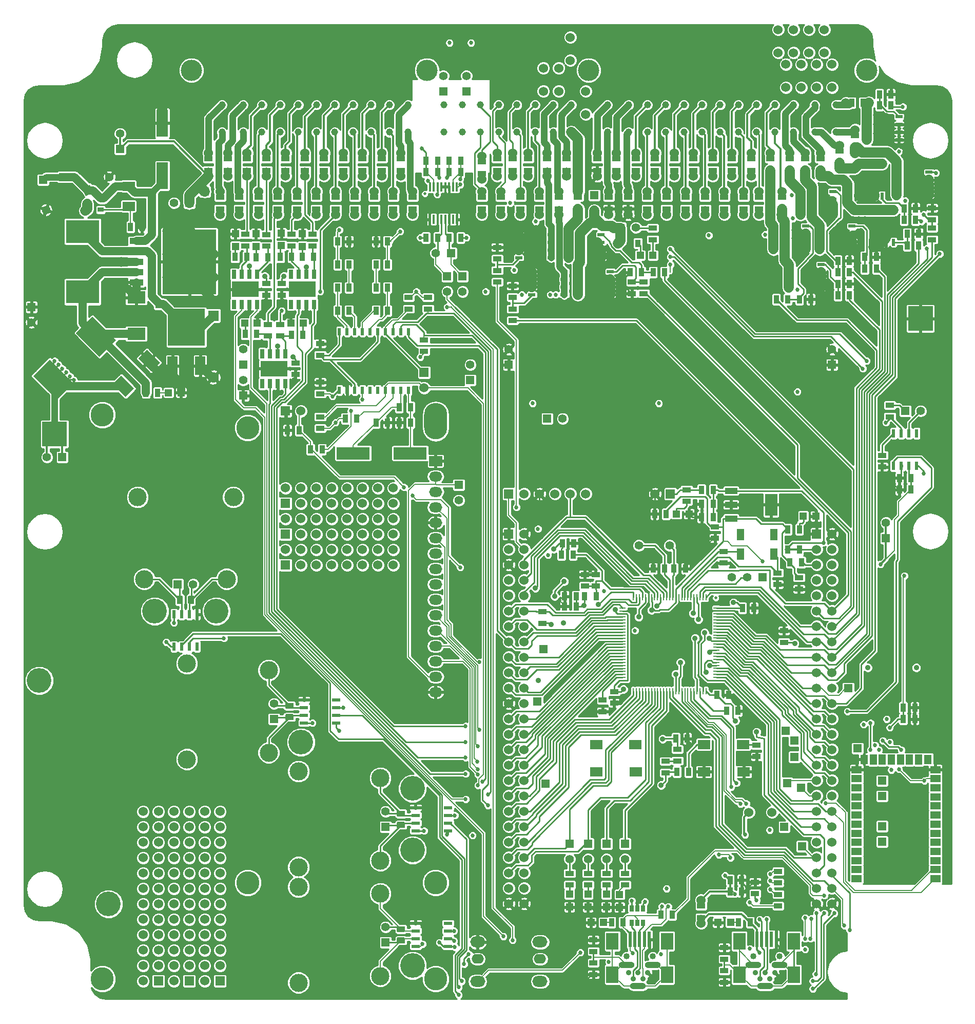
<source format=gtl>
G04 (created by PCBNEW (2013-07-07 BZR 4022)-stable) date 18/12/2014 23:20:11*
%MOIN*%
G04 Gerber Fmt 3.4, Leading zero omitted, Abs format*
%FSLAX34Y34*%
G01*
G70*
G90*
G04 APERTURE LIST*
%ADD10C,0.00393701*%
%ADD11R,0.0748X0.1732*%
%ADD12C,0.15*%
%ADD13O,0.085X0.065*%
%ADD14R,0.085X0.065*%
%ADD15O,0.15X0.23622*%
%ADD16R,0.04X0.01*%
%ADD17R,0.01X0.04*%
%ADD18C,0.02*%
%ADD19R,0.0177X0.059*%
%ADD20R,0.055X0.035*%
%ADD21C,0.06*%
%ADD22R,0.008X0.06*%
%ADD23C,0.0453*%
%ADD24C,0.1378*%
%ADD25R,0.035X0.055*%
%ADD26R,0.055X0.055*%
%ADD27C,0.055*%
%ADD28R,0.0472X0.0472*%
%ADD29R,0.06X0.06*%
%ADD30R,0.08X0.144*%
%ADD31R,0.08X0.04*%
%ADD32C,0.056*%
%ADD33R,0.0275591X0.0393701*%
%ADD34R,0.0787402X0.0590551*%
%ADD35R,0.16X0.16*%
%ADD36R,0.1181X0.0787*%
%ADD37R,0.2165X0.1516*%
%ADD38R,0.09X0.042*%
%ADD39R,0.35X0.42*%
%ADD40R,0.065X0.12*%
%ADD41R,0.24X0.24*%
%ADD42R,0.08X0.06*%
%ADD43R,0.0394X0.0315*%
%ADD44C,0.07*%
%ADD45R,0.07X0.07*%
%ADD46R,0.2165X0.0787*%
%ADD47R,0.02X0.05*%
%ADD48C,0.035*%
%ADD49R,0.045X0.02*%
%ADD50R,0.02X0.045*%
%ADD51R,0.038X0.05*%
%ADD52R,0.0236X0.0551*%
%ADD53R,0.175X0.1*%
%ADD54R,0.03X0.06*%
%ADD55R,0.02X0.1*%
%ADD56R,0.0787402X0.11*%
%ADD57C,0.04*%
%ADD58O,0.0787X0.063*%
%ADD59O,0.0984X0.0709*%
%ADD60R,0.0669X0.0472*%
%ADD61R,0.0472X0.0629*%
%ADD62R,0.0472X0.0669*%
%ADD63C,0.1181*%
%ADD64R,0.0551X0.0236*%
%ADD65R,0.045X0.025*%
%ADD66C,0.16*%
%ADD67R,0.025X0.045*%
%ADD68R,0.0511811X0.0748031*%
%ADD69O,0.103X0.04*%
%ADD70C,0.027*%
%ADD71C,0.043*%
%ADD72C,0.0607*%
%ADD73C,0.065*%
%ADD74C,0.006*%
%ADD75C,0.012*%
%ADD76C,0.042*%
%ADD77C,0.0085*%
%ADD78C,0.01*%
%ADD79C,0.0544*%
%ADD80C,0.065*%
%ADD81C,0.008*%
G04 APERTURE END LIST*
G54D10*
G54D11*
X51750Y-26232D03*
X51750Y-22807D03*
G54D12*
X57295Y-42584D03*
X57295Y-72112D03*
X69500Y-72112D03*
G54D13*
X69500Y-58750D03*
X69500Y-59750D03*
G54D14*
X69500Y-44750D03*
G54D13*
X69500Y-45750D03*
X69500Y-46750D03*
X69500Y-47750D03*
X69500Y-48750D03*
X69500Y-49750D03*
X69500Y-50750D03*
X69500Y-51750D03*
X69500Y-52750D03*
X69500Y-53750D03*
X69500Y-54750D03*
X69500Y-55750D03*
X69500Y-56750D03*
X69500Y-57750D03*
G54D15*
X69500Y-42167D03*
G54D12*
X69500Y-78364D03*
X47845Y-41750D03*
X47846Y-78364D03*
G54D16*
X87750Y-54274D03*
X87750Y-58994D03*
X87750Y-58794D03*
X87750Y-58604D03*
X87750Y-58404D03*
X87750Y-58204D03*
X87750Y-58014D03*
X87750Y-57814D03*
X87750Y-57614D03*
X87750Y-57424D03*
X87750Y-57224D03*
X87750Y-57024D03*
X87750Y-56824D03*
X87750Y-56634D03*
X87750Y-56434D03*
X87750Y-56234D03*
X87750Y-56044D03*
X87750Y-55844D03*
X87750Y-55644D03*
X87750Y-55454D03*
X87750Y-55254D03*
X87750Y-55054D03*
X87750Y-54864D03*
X87750Y-54664D03*
X87750Y-54464D03*
G54D17*
X87060Y-59684D03*
X82340Y-59684D03*
X82540Y-59684D03*
X82730Y-59684D03*
X82930Y-59684D03*
X83130Y-59684D03*
X83320Y-59684D03*
X83520Y-59684D03*
X83720Y-59684D03*
X83910Y-59684D03*
X84110Y-59684D03*
X84310Y-59684D03*
X84510Y-59684D03*
X84700Y-59684D03*
X84900Y-59684D03*
X85100Y-59684D03*
X85290Y-59684D03*
X85490Y-59684D03*
X85690Y-59684D03*
X85880Y-59684D03*
X86080Y-59684D03*
X86280Y-59684D03*
X86470Y-59684D03*
X86670Y-59684D03*
X86870Y-59684D03*
X87060Y-53584D03*
X86860Y-53584D03*
X86670Y-53584D03*
X86470Y-53584D03*
X86270Y-53584D03*
X86080Y-53584D03*
X85880Y-53584D03*
X85680Y-53584D03*
X85490Y-53584D03*
X85290Y-53584D03*
X85090Y-53584D03*
X84890Y-53584D03*
X84700Y-53584D03*
X84500Y-53584D03*
X84300Y-53584D03*
X84110Y-53584D03*
X83910Y-53584D03*
X83710Y-53584D03*
X83520Y-53584D03*
X83320Y-53584D03*
X83120Y-53584D03*
X82930Y-53584D03*
X82730Y-53584D03*
X82530Y-53584D03*
X82340Y-53584D03*
G54D16*
X81650Y-54274D03*
X81650Y-54474D03*
X81650Y-54664D03*
X81650Y-54864D03*
X81650Y-55064D03*
X81650Y-55254D03*
X81650Y-55454D03*
X81650Y-55654D03*
X81650Y-55844D03*
X81650Y-56044D03*
X81650Y-56244D03*
X81650Y-56444D03*
X81650Y-56634D03*
X81650Y-56834D03*
X81650Y-57034D03*
X81650Y-57224D03*
X81650Y-57424D03*
X81650Y-57624D03*
X81650Y-57814D03*
X81650Y-58014D03*
X81650Y-58214D03*
X81650Y-58404D03*
X81650Y-58604D03*
X81650Y-58804D03*
X81650Y-58994D03*
G54D18*
X87700Y-53634D03*
G54D19*
X69125Y-29059D03*
X69375Y-29059D03*
X69625Y-29059D03*
X69875Y-29059D03*
X70125Y-29059D03*
X70375Y-29059D03*
X70625Y-29059D03*
X70875Y-29059D03*
X70875Y-26941D03*
X70625Y-26941D03*
X70375Y-26941D03*
X70125Y-26941D03*
X69875Y-26941D03*
X69625Y-26941D03*
X69375Y-26941D03*
X69125Y-26941D03*
G54D18*
X68800Y-27400D03*
G54D20*
X78000Y-25875D03*
X78000Y-25125D03*
G54D21*
X78000Y-24750D03*
X78000Y-26250D03*
G54D22*
X78000Y-25000D03*
X78000Y-26000D03*
G54D20*
X61000Y-25875D03*
X61000Y-25125D03*
G54D21*
X61000Y-24750D03*
X61000Y-26250D03*
G54D22*
X61000Y-25000D03*
X61000Y-26000D03*
G54D20*
X59750Y-25875D03*
X59750Y-25125D03*
G54D21*
X59750Y-24750D03*
X59750Y-26250D03*
G54D22*
X59750Y-25000D03*
X59750Y-26000D03*
G54D20*
X58500Y-25875D03*
X58500Y-25125D03*
G54D21*
X58500Y-24750D03*
X58500Y-26250D03*
G54D22*
X58500Y-25000D03*
X58500Y-26000D03*
G54D20*
X57250Y-25875D03*
X57250Y-25125D03*
G54D21*
X57250Y-24750D03*
X57250Y-26250D03*
G54D22*
X57250Y-25000D03*
X57250Y-26000D03*
G54D20*
X54750Y-25875D03*
X54750Y-25125D03*
G54D21*
X54750Y-24750D03*
X54750Y-26250D03*
G54D22*
X54750Y-26000D03*
X54750Y-25000D03*
G54D20*
X56000Y-25875D03*
X56000Y-25125D03*
G54D21*
X56000Y-24750D03*
X56000Y-26250D03*
G54D22*
X56000Y-26000D03*
X56000Y-25000D03*
G54D20*
X87000Y-28375D03*
X87000Y-27625D03*
G54D21*
X87000Y-27250D03*
X87000Y-28750D03*
G54D22*
X87000Y-28500D03*
X87000Y-27500D03*
G54D23*
X55621Y-21628D03*
X55621Y-23400D03*
X56998Y-23400D03*
X56998Y-21628D03*
X61762Y-21628D03*
X61762Y-23400D03*
X60581Y-23400D03*
X60581Y-21628D03*
X58219Y-21628D03*
X58219Y-23400D03*
X59400Y-23400D03*
X59400Y-21628D03*
X64124Y-21628D03*
X64124Y-23400D03*
X62943Y-23400D03*
X62943Y-21628D03*
X65305Y-21628D03*
X65305Y-23400D03*
X66486Y-23400D03*
X66486Y-21628D03*
X73592Y-21628D03*
X73592Y-23400D03*
X72411Y-23400D03*
X72411Y-21628D03*
X70049Y-21628D03*
X70049Y-23400D03*
X71230Y-23400D03*
X71230Y-21628D03*
X75955Y-21628D03*
X75955Y-23400D03*
X74774Y-23400D03*
X74774Y-21628D03*
X77136Y-21628D03*
X77136Y-23400D03*
X67707Y-21628D03*
X67707Y-23400D03*
X78317Y-23400D03*
X78317Y-21628D03*
X82036Y-23400D03*
X82036Y-21628D03*
X80658Y-23400D03*
X80658Y-21628D03*
X86801Y-23400D03*
X86801Y-21628D03*
X85620Y-23400D03*
X85620Y-21628D03*
X83258Y-23400D03*
X83258Y-21628D03*
X84439Y-23400D03*
X84439Y-21628D03*
X89163Y-23400D03*
X89163Y-21628D03*
X87982Y-23400D03*
X87982Y-21628D03*
X90344Y-23400D03*
X90344Y-21628D03*
X91525Y-23400D03*
X91525Y-21628D03*
X92746Y-23400D03*
X92746Y-21628D03*
X94124Y-23400D03*
X94124Y-21628D03*
G54D24*
X53632Y-19384D03*
X68927Y-19384D03*
X79439Y-19384D03*
G54D23*
X95502Y-23400D03*
X95502Y-21628D03*
G54D24*
X97490Y-19384D03*
G54D20*
X75500Y-25875D03*
X75500Y-25125D03*
G54D21*
X75500Y-24750D03*
X75500Y-26250D03*
G54D20*
X77500Y-28375D03*
X77500Y-27625D03*
G54D21*
X77500Y-27250D03*
X77500Y-28750D03*
G54D20*
X76750Y-25875D03*
X76750Y-25125D03*
G54D21*
X76750Y-24750D03*
X76750Y-26250D03*
G54D20*
X78750Y-28375D03*
X78750Y-27625D03*
G54D21*
X78750Y-27250D03*
X78750Y-28750D03*
G54D20*
X80750Y-28375D03*
X80750Y-27625D03*
G54D21*
X80750Y-27250D03*
X80750Y-28750D03*
G54D20*
X80000Y-25875D03*
X80000Y-25125D03*
G54D21*
X80000Y-24750D03*
X80000Y-26250D03*
G54D20*
X82000Y-28375D03*
X82000Y-27625D03*
G54D21*
X82000Y-27250D03*
X82000Y-28750D03*
G54D20*
X81250Y-25875D03*
X81250Y-25125D03*
G54D21*
X81250Y-24750D03*
X81250Y-26250D03*
G54D20*
X83250Y-28375D03*
X83250Y-27625D03*
G54D21*
X83250Y-27250D03*
X83250Y-28750D03*
G54D20*
X82500Y-25875D03*
X82500Y-25125D03*
G54D21*
X82500Y-24750D03*
X82500Y-26250D03*
G54D20*
X84500Y-28375D03*
X84500Y-27625D03*
G54D21*
X84500Y-27250D03*
X84500Y-28750D03*
G54D20*
X83750Y-25875D03*
X83750Y-25125D03*
G54D21*
X83750Y-24750D03*
X83750Y-26250D03*
G54D20*
X85750Y-28375D03*
X85750Y-27625D03*
G54D21*
X85750Y-27250D03*
X85750Y-28750D03*
G54D20*
X85000Y-25875D03*
X85000Y-25125D03*
G54D21*
X85000Y-24750D03*
X85000Y-26250D03*
G54D20*
X76250Y-28375D03*
X76250Y-27625D03*
G54D21*
X76250Y-27250D03*
X76250Y-28750D03*
G54D20*
X86250Y-25875D03*
X86250Y-25125D03*
G54D21*
X86250Y-24750D03*
X86250Y-26250D03*
G54D20*
X88250Y-28375D03*
X88250Y-27625D03*
G54D21*
X88250Y-27250D03*
X88250Y-28750D03*
G54D20*
X87500Y-25875D03*
X87500Y-25125D03*
G54D21*
X87500Y-24750D03*
X87500Y-26250D03*
G54D20*
X89500Y-28375D03*
X89500Y-27625D03*
G54D21*
X89500Y-27250D03*
X89500Y-28750D03*
G54D20*
X88750Y-25875D03*
X88750Y-25125D03*
G54D21*
X88750Y-24750D03*
X88750Y-26250D03*
G54D20*
X90500Y-28375D03*
X90500Y-27625D03*
G54D21*
X90500Y-27250D03*
X90500Y-28750D03*
G54D20*
X90000Y-25875D03*
X90000Y-25125D03*
G54D21*
X90000Y-24750D03*
X90000Y-26250D03*
G54D20*
X92000Y-28375D03*
X92000Y-27625D03*
G54D21*
X92000Y-27250D03*
X92000Y-28750D03*
G54D20*
X91250Y-25875D03*
X91250Y-25125D03*
G54D21*
X91250Y-24750D03*
X91250Y-26250D03*
G54D20*
X93500Y-25875D03*
X93500Y-25125D03*
G54D21*
X93500Y-24750D03*
X93500Y-26250D03*
G54D20*
X92500Y-25875D03*
X92500Y-25125D03*
G54D21*
X92500Y-24750D03*
X92500Y-26250D03*
G54D20*
X95750Y-25375D03*
X95750Y-24625D03*
G54D21*
X95750Y-24250D03*
X95750Y-25750D03*
G54D20*
X94500Y-25875D03*
X94500Y-25125D03*
G54D21*
X94500Y-24750D03*
X94500Y-26250D03*
G54D20*
X96750Y-24375D03*
X96750Y-23625D03*
G54D21*
X96750Y-23250D03*
X96750Y-24750D03*
G54D25*
X97275Y-21500D03*
X96525Y-21500D03*
G54D21*
X96150Y-21500D03*
X97650Y-21500D03*
G54D20*
X65500Y-28375D03*
X65500Y-27625D03*
G54D21*
X65500Y-27250D03*
X65500Y-28750D03*
G54D20*
X56750Y-28375D03*
X56750Y-27625D03*
G54D21*
X56750Y-27250D03*
X56750Y-28750D03*
G54D20*
X58000Y-28375D03*
X58000Y-27625D03*
G54D21*
X58000Y-27250D03*
X58000Y-28750D03*
G54D20*
X59250Y-28375D03*
X59250Y-27625D03*
G54D21*
X59250Y-27250D03*
X59250Y-28750D03*
G54D20*
X60500Y-28375D03*
X60500Y-27625D03*
G54D21*
X60500Y-27250D03*
X60500Y-28750D03*
G54D20*
X61750Y-28375D03*
X61750Y-27625D03*
G54D21*
X61750Y-27250D03*
X61750Y-28750D03*
G54D20*
X63000Y-28375D03*
X63000Y-27625D03*
G54D21*
X63000Y-27250D03*
X63000Y-28750D03*
G54D20*
X62250Y-25875D03*
X62250Y-25125D03*
G54D21*
X62250Y-24750D03*
X62250Y-26250D03*
G54D20*
X64250Y-28375D03*
X64250Y-27625D03*
G54D21*
X64250Y-27250D03*
X64250Y-28750D03*
G54D20*
X63500Y-25875D03*
X63500Y-25125D03*
G54D21*
X63500Y-24750D03*
X63500Y-26250D03*
G54D20*
X55500Y-28375D03*
X55500Y-27625D03*
G54D21*
X55500Y-27250D03*
X55500Y-28750D03*
G54D20*
X64750Y-25875D03*
X64750Y-25125D03*
G54D21*
X64750Y-24750D03*
X64750Y-26250D03*
G54D20*
X66750Y-28375D03*
X66750Y-27625D03*
G54D21*
X66750Y-27250D03*
X66750Y-28750D03*
G54D20*
X66000Y-25875D03*
X66000Y-25125D03*
G54D21*
X66000Y-24750D03*
X66000Y-26250D03*
G54D20*
X68000Y-28375D03*
X68000Y-27625D03*
G54D21*
X68000Y-27250D03*
X68000Y-28750D03*
G54D20*
X67250Y-25875D03*
X67250Y-25125D03*
G54D21*
X67250Y-24750D03*
X67250Y-26250D03*
G54D20*
X72500Y-28375D03*
X72500Y-27625D03*
G54D21*
X72500Y-27250D03*
X72500Y-28750D03*
G54D20*
X72500Y-26075D03*
X72500Y-25325D03*
G54D21*
X72500Y-24950D03*
X72500Y-26450D03*
G54D26*
X74250Y-38500D03*
G54D27*
X74250Y-37500D03*
G54D26*
X95250Y-38500D03*
G54D27*
X95250Y-37500D03*
G54D26*
X70500Y-31250D03*
G54D27*
X69500Y-31250D03*
G54D20*
X90350Y-63934D03*
X90350Y-63184D03*
G54D25*
X84975Y-51734D03*
X85725Y-51734D03*
X84375Y-51734D03*
X83625Y-51734D03*
G54D20*
X84425Y-64984D03*
X84425Y-64234D03*
G54D25*
X77875Y-53534D03*
X78625Y-53534D03*
X77875Y-54184D03*
X78625Y-54184D03*
G54D20*
X79200Y-52109D03*
X79200Y-52859D03*
X79900Y-52109D03*
X79900Y-52859D03*
X87650Y-49759D03*
X87650Y-49009D03*
G54D25*
X78475Y-50084D03*
X77725Y-50084D03*
X83725Y-48184D03*
X84475Y-48184D03*
G54D20*
X81100Y-60459D03*
X81100Y-59709D03*
G54D25*
X88525Y-59934D03*
X87775Y-59934D03*
X90175Y-54284D03*
X89425Y-54284D03*
G54D20*
X80350Y-60259D03*
X80350Y-61009D03*
X93100Y-53059D03*
X93100Y-52309D03*
G54D25*
X88400Y-60959D03*
X89150Y-60959D03*
X86775Y-48384D03*
X87525Y-48384D03*
X87525Y-47534D03*
X86775Y-47534D03*
G54D28*
X85137Y-48184D03*
X85963Y-48184D03*
G54D25*
X78425Y-50834D03*
X77675Y-50834D03*
G54D26*
X78200Y-69584D03*
G54D27*
X78200Y-70584D03*
G54D26*
X79400Y-69584D03*
G54D27*
X79400Y-70584D03*
G54D26*
X80600Y-69584D03*
G54D27*
X80600Y-70584D03*
G54D26*
X81800Y-69584D03*
G54D27*
X81800Y-70584D03*
G54D26*
X90750Y-52284D03*
G54D27*
X89750Y-52284D03*
X88750Y-52284D03*
G54D29*
X74250Y-49484D03*
G54D21*
X75250Y-49484D03*
X74250Y-50484D03*
X75250Y-50484D03*
X74250Y-51484D03*
X75250Y-51484D03*
X74250Y-52484D03*
X75250Y-52484D03*
X74250Y-53484D03*
X75250Y-53484D03*
X74250Y-54484D03*
X75250Y-54484D03*
X74250Y-55484D03*
X75250Y-55484D03*
X74250Y-56484D03*
X75250Y-56484D03*
X74250Y-57484D03*
X75250Y-57484D03*
X74250Y-58484D03*
X75250Y-58484D03*
X74250Y-59484D03*
X75250Y-59484D03*
X74250Y-60484D03*
X75250Y-60484D03*
X74250Y-61484D03*
X75250Y-61484D03*
X74250Y-62484D03*
X75250Y-62484D03*
X74250Y-63484D03*
X75250Y-63484D03*
X74250Y-64484D03*
X75250Y-64484D03*
X74250Y-65484D03*
X75250Y-65484D03*
X74250Y-66484D03*
X75250Y-66484D03*
X74250Y-67484D03*
X75250Y-67484D03*
X74250Y-68484D03*
X75250Y-68484D03*
X74250Y-69484D03*
X75250Y-69484D03*
X74250Y-70484D03*
X75250Y-70484D03*
X74250Y-71484D03*
X75250Y-71484D03*
X74250Y-72484D03*
X75250Y-72484D03*
X74250Y-73484D03*
X75250Y-73484D03*
G54D29*
X94250Y-49484D03*
G54D21*
X95250Y-49484D03*
X94250Y-50484D03*
X95250Y-50484D03*
X94250Y-51484D03*
X95250Y-51484D03*
X94250Y-52484D03*
X95250Y-52484D03*
X94250Y-53484D03*
X95250Y-53484D03*
X94250Y-54484D03*
X95250Y-54484D03*
X94250Y-55484D03*
X95250Y-55484D03*
X94250Y-56484D03*
X95250Y-56484D03*
X94250Y-57484D03*
X95250Y-57484D03*
X94250Y-58484D03*
X95250Y-58484D03*
X94250Y-59484D03*
X95250Y-59484D03*
X94250Y-60484D03*
X95250Y-60484D03*
X94250Y-61484D03*
X95250Y-61484D03*
X94250Y-62484D03*
X95250Y-62484D03*
X94250Y-63484D03*
X95250Y-63484D03*
X94250Y-64484D03*
X95250Y-64484D03*
X94250Y-65484D03*
X95250Y-65484D03*
X94250Y-66484D03*
X95250Y-66484D03*
X94250Y-67484D03*
X95250Y-67484D03*
X94250Y-68484D03*
X95250Y-68484D03*
X94250Y-69484D03*
X95250Y-69484D03*
X94250Y-70484D03*
X95250Y-70484D03*
X94250Y-71484D03*
X95250Y-71484D03*
X94250Y-72484D03*
X95250Y-72484D03*
X94250Y-73484D03*
X95250Y-73484D03*
G54D29*
X84750Y-46884D03*
G54D21*
X83750Y-46884D03*
G54D29*
X74250Y-46884D03*
G54D21*
X75250Y-46884D03*
X76250Y-46884D03*
X77250Y-46884D03*
X78250Y-46884D03*
X79250Y-46884D03*
G54D25*
X85100Y-62759D03*
X85850Y-62759D03*
G54D20*
X85200Y-64209D03*
X85200Y-63459D03*
G54D25*
X85175Y-64934D03*
X85925Y-64934D03*
G54D20*
X92125Y-55759D03*
X92125Y-56509D03*
X76450Y-54525D03*
X76450Y-55275D03*
X78200Y-72259D03*
X78200Y-71509D03*
X79400Y-72259D03*
X79400Y-71509D03*
X80600Y-72259D03*
X80600Y-71509D03*
X81800Y-72259D03*
X81800Y-71509D03*
G54D25*
X79925Y-53534D03*
X79175Y-53534D03*
G54D20*
X85800Y-47359D03*
X85800Y-46609D03*
G54D25*
X80925Y-74700D03*
X81675Y-74700D03*
X93125Y-49184D03*
X92375Y-49184D03*
G54D30*
X91300Y-47584D03*
G54D31*
X88700Y-47584D03*
X88700Y-48484D03*
X88700Y-46684D03*
G54D32*
X82700Y-50234D03*
X84700Y-50234D03*
G54D20*
X79750Y-76575D03*
X79750Y-75825D03*
X79750Y-77325D03*
X79750Y-78075D03*
X91700Y-52759D03*
X91700Y-52009D03*
X88200Y-51359D03*
X88200Y-50609D03*
G54D33*
X82974Y-73777D03*
X82600Y-73777D03*
X82225Y-73777D03*
X82225Y-74722D03*
X82600Y-74722D03*
X82974Y-74722D03*
G54D34*
X86920Y-63148D03*
X89479Y-63148D03*
X89518Y-64919D03*
X86920Y-64919D03*
X79920Y-63148D03*
X82479Y-63148D03*
X82518Y-64919D03*
X79920Y-64919D03*
G54D35*
X101000Y-35500D03*
G54D28*
X80590Y-72871D03*
X80590Y-73697D03*
X78190Y-72871D03*
X78190Y-73697D03*
X79390Y-72871D03*
X79390Y-73697D03*
X81450Y-72887D03*
X81450Y-73713D03*
X80413Y-74700D03*
X79587Y-74700D03*
X93377Y-48324D03*
X94203Y-48324D03*
G54D25*
X84125Y-74200D03*
X84875Y-74200D03*
X86775Y-46624D03*
X87525Y-46624D03*
X92515Y-51324D03*
X93265Y-51324D03*
X92375Y-50504D03*
X93125Y-50504D03*
X69625Y-26000D03*
X68875Y-26000D03*
X71125Y-26000D03*
X70375Y-26000D03*
X69625Y-25250D03*
X68875Y-25250D03*
X71125Y-25250D03*
X70375Y-25250D03*
X68875Y-30250D03*
X69625Y-30250D03*
X70375Y-30250D03*
X71125Y-30250D03*
G54D36*
X50056Y-36491D03*
X50056Y-34129D03*
G54D10*
G36*
X49360Y-40590D02*
X48525Y-39755D01*
X49081Y-39199D01*
X49916Y-40034D01*
X49360Y-40590D01*
X49360Y-40590D01*
G37*
G36*
X51030Y-38920D02*
X50195Y-38085D01*
X50751Y-37529D01*
X51586Y-38364D01*
X51030Y-38920D01*
X51030Y-38920D01*
G37*
G54D37*
X46556Y-29851D03*
X46556Y-33769D03*
G54D10*
G36*
X47211Y-35373D02*
X48742Y-36904D01*
X47670Y-37976D01*
X46139Y-36445D01*
X47211Y-35373D01*
X47211Y-35373D01*
G37*
G36*
X44441Y-38143D02*
X45972Y-39674D01*
X44900Y-40746D01*
X43369Y-39215D01*
X44441Y-38143D01*
X44441Y-38143D01*
G37*
G54D25*
X50681Y-40310D03*
X51431Y-40310D03*
G54D28*
X52143Y-40310D03*
X52969Y-40310D03*
G54D38*
X50056Y-30470D03*
G54D39*
X53506Y-31810D03*
G54D38*
X50056Y-31810D03*
X50056Y-31140D03*
X50056Y-32480D03*
X50056Y-33150D03*
G54D40*
X52406Y-38560D03*
G54D41*
X53306Y-36060D03*
G54D40*
X54206Y-38560D03*
G54D25*
X49681Y-29560D03*
X50431Y-29560D03*
G54D26*
X51556Y-34560D03*
G54D42*
X49556Y-28210D03*
X49556Y-26910D03*
G54D43*
X46873Y-28060D03*
X47739Y-27685D03*
X47739Y-28435D03*
G54D44*
X55056Y-39310D03*
G54D45*
X55056Y-35310D03*
G54D10*
G36*
X46782Y-27541D02*
X46550Y-27043D01*
X47048Y-26810D01*
X47281Y-27309D01*
X46782Y-27541D01*
X46782Y-27541D01*
G37*
G54D27*
X44196Y-28443D03*
G54D26*
X45306Y-26310D03*
G54D27*
X48306Y-26310D03*
G54D26*
X53500Y-28000D03*
G54D27*
X52500Y-28000D03*
G54D25*
X67875Y-42250D03*
X67125Y-42250D03*
X65625Y-42250D03*
X66375Y-42250D03*
G54D46*
X64150Y-44250D03*
X67850Y-44250D03*
G54D47*
X67750Y-36350D03*
X67250Y-36350D03*
X66750Y-36350D03*
X66250Y-36350D03*
X65750Y-36350D03*
X65250Y-36350D03*
X64750Y-36350D03*
X64250Y-36350D03*
X63750Y-36350D03*
X63250Y-36350D03*
X63250Y-40150D03*
X63750Y-40150D03*
X64250Y-40150D03*
X64750Y-40150D03*
X65250Y-40150D03*
X65750Y-40150D03*
X66250Y-40150D03*
X66750Y-40150D03*
X67250Y-40150D03*
X67750Y-40150D03*
G54D29*
X59750Y-41500D03*
G54D21*
X60750Y-41500D03*
G54D26*
X76750Y-42000D03*
G54D27*
X77750Y-42000D03*
G54D26*
X71750Y-39500D03*
G54D27*
X71750Y-38500D03*
G54D20*
X88250Y-76325D03*
X88250Y-77075D03*
G54D25*
X88625Y-71950D03*
X89375Y-71950D03*
X89375Y-72700D03*
X88625Y-72700D03*
G54D20*
X90250Y-72075D03*
X90250Y-72825D03*
X88250Y-77825D03*
X88250Y-78575D03*
G54D25*
X89925Y-74700D03*
X89175Y-74700D03*
X100625Y-60750D03*
X99875Y-60750D03*
X99875Y-61500D03*
X100625Y-61500D03*
G54D28*
X88663Y-74700D03*
X87837Y-74700D03*
G54D48*
X97576Y-58158D03*
X100725Y-58158D03*
G54D20*
X83000Y-33125D03*
X83000Y-33875D03*
G54D25*
X83625Y-32500D03*
X84375Y-32500D03*
G54D20*
X73500Y-32375D03*
X73500Y-33125D03*
X74500Y-34875D03*
X74500Y-35625D03*
G54D25*
X95625Y-34000D03*
X96375Y-34000D03*
X92375Y-34250D03*
X91625Y-34250D03*
X96375Y-33250D03*
X95625Y-33250D03*
X93875Y-34250D03*
X93125Y-34250D03*
G54D20*
X73500Y-30875D03*
X73500Y-31625D03*
X74500Y-33375D03*
X74500Y-34125D03*
G54D25*
X82125Y-32500D03*
X82875Y-32500D03*
G54D20*
X82250Y-33875D03*
X82250Y-33125D03*
G54D49*
X92450Y-33500D03*
X94550Y-33500D03*
X92450Y-33000D03*
X92450Y-32500D03*
X92450Y-32000D03*
X94550Y-33000D03*
X94550Y-32500D03*
X94550Y-32000D03*
X91450Y-31000D03*
X93550Y-31000D03*
X91450Y-30500D03*
X91450Y-30000D03*
X91450Y-29500D03*
X93550Y-30500D03*
X93550Y-30000D03*
X93550Y-29500D03*
X77000Y-30050D03*
X74900Y-30050D03*
X77000Y-30550D03*
X77000Y-31050D03*
X77000Y-31550D03*
X74900Y-30550D03*
X74900Y-31050D03*
X74900Y-31550D03*
X78150Y-31550D03*
X80250Y-31550D03*
X78150Y-31050D03*
X78150Y-30550D03*
X78150Y-30050D03*
X80250Y-31050D03*
X80250Y-30550D03*
X80250Y-30050D03*
X78750Y-33950D03*
X80850Y-33950D03*
X78750Y-33450D03*
X78750Y-32950D03*
X78750Y-32450D03*
X80850Y-33450D03*
X80850Y-32950D03*
X80850Y-32450D03*
X77850Y-32450D03*
X75750Y-32450D03*
X77850Y-32950D03*
X77850Y-33450D03*
X77850Y-33950D03*
X75750Y-32950D03*
X75750Y-33450D03*
X75750Y-33950D03*
G54D50*
X97000Y-25450D03*
X97000Y-27550D03*
X97500Y-25450D03*
X98000Y-25450D03*
X98500Y-25450D03*
X97500Y-27550D03*
X98000Y-27550D03*
X98500Y-27550D03*
G54D49*
X97500Y-23900D03*
X99600Y-23900D03*
X97500Y-23400D03*
X97500Y-22900D03*
X97500Y-22400D03*
X99600Y-23400D03*
X99600Y-22900D03*
X99600Y-22400D03*
X99450Y-27500D03*
X101550Y-27500D03*
X99450Y-27000D03*
X99450Y-26500D03*
X99450Y-26000D03*
X101550Y-27000D03*
X101550Y-26500D03*
X101550Y-26000D03*
G54D50*
X97750Y-28450D03*
X97750Y-30550D03*
X98250Y-28450D03*
X98750Y-28450D03*
X99250Y-28450D03*
X98250Y-30550D03*
X98750Y-30550D03*
X99250Y-30550D03*
G54D49*
X94450Y-31000D03*
X96550Y-31000D03*
X94450Y-30500D03*
X94450Y-30000D03*
X94450Y-29500D03*
X96550Y-30500D03*
X96550Y-30000D03*
X96550Y-29500D03*
X93200Y-28750D03*
X95300Y-28750D03*
X93200Y-28250D03*
X93200Y-27750D03*
X93200Y-27250D03*
X95300Y-28250D03*
X95300Y-27750D03*
X95300Y-27250D03*
G54D25*
X99075Y-20950D03*
X98325Y-20950D03*
G54D20*
X101750Y-28325D03*
X101750Y-29075D03*
G54D25*
X100675Y-28350D03*
X99925Y-28350D03*
X100875Y-30000D03*
X100125Y-30000D03*
X98125Y-31500D03*
X97375Y-31500D03*
X96375Y-31750D03*
X95625Y-31750D03*
G54D51*
X82640Y-30610D03*
X81350Y-30610D03*
G54D20*
X83600Y-29625D03*
X83600Y-30375D03*
G54D26*
X81500Y-29625D03*
G54D27*
X82500Y-29600D03*
G54D26*
X79800Y-27500D03*
G54D27*
X79800Y-28500D03*
G54D25*
X97375Y-32250D03*
X98125Y-32250D03*
X95625Y-32500D03*
X96375Y-32500D03*
X99925Y-29100D03*
X100675Y-29100D03*
X100125Y-30750D03*
X100875Y-30750D03*
G54D20*
X101750Y-29625D03*
X101750Y-30375D03*
G54D25*
X98325Y-21650D03*
X99075Y-21650D03*
G54D28*
X83613Y-31400D03*
X82787Y-31400D03*
G54D25*
X99625Y-46600D03*
X100375Y-46600D03*
X100375Y-45850D03*
X99625Y-45850D03*
G54D20*
X98500Y-44375D03*
X98500Y-45125D03*
G54D52*
X99250Y-42950D03*
X99250Y-45050D03*
X99750Y-42950D03*
X100250Y-42950D03*
X100750Y-42950D03*
X99750Y-45050D03*
X100250Y-45050D03*
X100750Y-45050D03*
G54D20*
X99000Y-41125D03*
X99000Y-41875D03*
G54D26*
X100000Y-41500D03*
G54D27*
X101000Y-41500D03*
G54D53*
X59000Y-38755D03*
G54D54*
X59750Y-37780D03*
X59250Y-37780D03*
X58750Y-37780D03*
X58250Y-37780D03*
X59750Y-39730D03*
X59250Y-39730D03*
X58750Y-39730D03*
X58250Y-39730D03*
G54D53*
X60850Y-33605D03*
G54D54*
X61600Y-32630D03*
X61100Y-32630D03*
X60600Y-32630D03*
X60100Y-32630D03*
X61600Y-34580D03*
X61100Y-34580D03*
X60600Y-34580D03*
X60100Y-34580D03*
G54D53*
X57150Y-33605D03*
G54D54*
X57900Y-32630D03*
X57400Y-32630D03*
X56900Y-32630D03*
X56400Y-32630D03*
X57900Y-34580D03*
X57400Y-34580D03*
X56900Y-34580D03*
X56400Y-34580D03*
G54D25*
X60875Y-36555D03*
X60125Y-36555D03*
G54D20*
X59400Y-35880D03*
X59400Y-36630D03*
G54D25*
X59400Y-31505D03*
X60150Y-31505D03*
X57850Y-31530D03*
X58600Y-31530D03*
G54D20*
X58500Y-30055D03*
X58500Y-30805D03*
X59500Y-33980D03*
X59500Y-33230D03*
X57150Y-30030D03*
X57150Y-30780D03*
G54D25*
X56475Y-31505D03*
X57225Y-31505D03*
G54D20*
X58600Y-35880D03*
X58600Y-36630D03*
G54D25*
X57125Y-36505D03*
X57875Y-36505D03*
G54D20*
X58500Y-33980D03*
X58500Y-33230D03*
X60150Y-30030D03*
X60150Y-30780D03*
X60400Y-39130D03*
X60400Y-38380D03*
X61500Y-30030D03*
X61500Y-30780D03*
G54D25*
X60825Y-31505D03*
X61575Y-31505D03*
G54D28*
X60913Y-35805D03*
X60087Y-35805D03*
X59475Y-30768D03*
X59475Y-29942D03*
X57825Y-30818D03*
X57825Y-29992D03*
X56500Y-30818D03*
X56500Y-29992D03*
X60850Y-30818D03*
X60850Y-29992D03*
X57087Y-35805D03*
X57913Y-35805D03*
G54D26*
X57000Y-38500D03*
G54D27*
X57000Y-37500D03*
G54D26*
X57000Y-40500D03*
G54D27*
X57000Y-39500D03*
G54D29*
X68750Y-39000D03*
G54D21*
X68750Y-40000D03*
G54D20*
X74500Y-25875D03*
X74500Y-25125D03*
G54D21*
X74500Y-24750D03*
X74500Y-26250D03*
G54D20*
X75000Y-28375D03*
X75000Y-27625D03*
G54D21*
X75000Y-27250D03*
X75000Y-28750D03*
G54D20*
X73500Y-25875D03*
X73500Y-25125D03*
G54D21*
X73500Y-24750D03*
X73500Y-26250D03*
G54D20*
X73750Y-28375D03*
X73750Y-27625D03*
G54D21*
X73750Y-27250D03*
X73750Y-28750D03*
G54D55*
X82120Y-75800D03*
X82435Y-75800D03*
X82750Y-75800D03*
X83064Y-75800D03*
X83379Y-75800D03*
G54D56*
X80978Y-78081D03*
X84521Y-78081D03*
X80978Y-75915D03*
X84521Y-75915D03*
G54D57*
X81900Y-76900D03*
X83600Y-76900D03*
G54D55*
X90370Y-75800D03*
X90685Y-75800D03*
X91000Y-75800D03*
X91314Y-75800D03*
X91629Y-75800D03*
G54D56*
X89228Y-78081D03*
X92771Y-78081D03*
X89228Y-75915D03*
X92771Y-75915D03*
G54D57*
X90150Y-76900D03*
X91850Y-76900D03*
G54D26*
X71500Y-20750D03*
G54D27*
X71500Y-19750D03*
G54D26*
X70000Y-20750D03*
G54D27*
X70000Y-19750D03*
G54D58*
X72222Y-77072D03*
X76278Y-77072D03*
G54D59*
X76278Y-75970D03*
X72222Y-75970D03*
X76278Y-78530D03*
X72222Y-78530D03*
G54D60*
X101959Y-65957D03*
X101959Y-65366D03*
X101959Y-64776D03*
X101959Y-66547D03*
X101959Y-67138D03*
X101959Y-67728D03*
X101959Y-68319D03*
X101959Y-68909D03*
X101959Y-69500D03*
X101959Y-70091D03*
X101959Y-70681D03*
X101959Y-71272D03*
X101959Y-71862D03*
G54D61*
X101467Y-64108D03*
G54D62*
X100875Y-64126D03*
X100285Y-64126D03*
X99695Y-64126D03*
X99105Y-64126D03*
X98515Y-64126D03*
X97925Y-64126D03*
G54D61*
X97335Y-64107D03*
G54D60*
X96841Y-64776D03*
X96841Y-65366D03*
X96841Y-65958D03*
X96841Y-66547D03*
X96841Y-67138D03*
X96841Y-67728D03*
X96841Y-68319D03*
X96841Y-68909D03*
X96841Y-69500D03*
X96841Y-70091D03*
X96841Y-70681D03*
X96841Y-71272D03*
X96841Y-71862D03*
G54D26*
X70250Y-32750D03*
G54D27*
X70250Y-33750D03*
G54D26*
X71250Y-32750D03*
G54D27*
X71250Y-33750D03*
G54D26*
X71000Y-46300D03*
G54D27*
X71000Y-47300D03*
G54D26*
X92800Y-62900D03*
X93300Y-69750D03*
X96300Y-59500D03*
X92250Y-62250D03*
X96900Y-63400D03*
X92800Y-63950D03*
X98500Y-65500D03*
X92350Y-65650D03*
X98500Y-66500D03*
X93250Y-65950D03*
X76650Y-65700D03*
X76100Y-60350D03*
X76500Y-56950D03*
X98500Y-68450D03*
X92150Y-68500D03*
X98500Y-69450D03*
G54D63*
X60593Y-78610D03*
X60593Y-72390D03*
X65907Y-78177D03*
X65907Y-72823D03*
G54D64*
X70300Y-74750D03*
X68200Y-74750D03*
X70300Y-75250D03*
X70300Y-75750D03*
X70300Y-76250D03*
X68200Y-75250D03*
X68200Y-75750D03*
X68200Y-76250D03*
G54D20*
X67250Y-75125D03*
X67250Y-75875D03*
G54D65*
X67250Y-75200D03*
X67250Y-75800D03*
G54D26*
X66250Y-76000D03*
G54D27*
X66250Y-75000D03*
G54D66*
X68000Y-77500D03*
X48250Y-73500D03*
G54D63*
X60593Y-71110D03*
X60593Y-64890D03*
X65907Y-70677D03*
X65907Y-65323D03*
G54D64*
X70300Y-67250D03*
X68200Y-67250D03*
X70300Y-67750D03*
X70300Y-68250D03*
X70300Y-68750D03*
X68200Y-67750D03*
X68200Y-68250D03*
X68200Y-68750D03*
G54D20*
X67250Y-67625D03*
X67250Y-68375D03*
G54D65*
X67250Y-67700D03*
X67250Y-68300D03*
G54D26*
X66250Y-68500D03*
G54D27*
X66250Y-67500D03*
G54D66*
X68000Y-70000D03*
X68000Y-66000D03*
G54D63*
X53343Y-64110D03*
X53343Y-57890D03*
X58657Y-63677D03*
X58657Y-58323D03*
G54D64*
X63050Y-60250D03*
X60950Y-60250D03*
X63050Y-60750D03*
X63050Y-61250D03*
X63050Y-61750D03*
X60950Y-60750D03*
X60950Y-61250D03*
X60950Y-61750D03*
G54D20*
X60000Y-60625D03*
X60000Y-61375D03*
G54D65*
X60000Y-60700D03*
X60000Y-61300D03*
G54D26*
X59000Y-61500D03*
G54D27*
X59000Y-60500D03*
G54D66*
X43750Y-59000D03*
X60750Y-63000D03*
G54D63*
X50140Y-47093D03*
X56360Y-47093D03*
X50573Y-52407D03*
X55927Y-52407D03*
G54D52*
X54000Y-56800D03*
X54000Y-54700D03*
X53500Y-56800D03*
X53000Y-56800D03*
X52500Y-56800D03*
X53500Y-54700D03*
X53000Y-54700D03*
X52500Y-54700D03*
G54D25*
X53625Y-53750D03*
X52875Y-53750D03*
G54D67*
X53550Y-53750D03*
X52950Y-53750D03*
G54D26*
X52750Y-52750D03*
G54D27*
X53750Y-52750D03*
G54D66*
X55250Y-54500D03*
X51250Y-54500D03*
G54D68*
X89317Y-50779D03*
X91482Y-50779D03*
X91482Y-49520D03*
X89317Y-49520D03*
G54D35*
X44750Y-43000D03*
G54D26*
X54500Y-27250D03*
X44000Y-26500D03*
G54D22*
X86750Y-73500D03*
G54D20*
X86750Y-74375D03*
X86750Y-73625D03*
G54D21*
X86750Y-73250D03*
X86750Y-74750D03*
G54D22*
X86750Y-74500D03*
G54D21*
X89850Y-67550D03*
X91350Y-67550D03*
G54D20*
X68750Y-37625D03*
X68750Y-36875D03*
X67750Y-34125D03*
X67750Y-34875D03*
X62000Y-42625D03*
X62000Y-41875D03*
X69000Y-34125D03*
X69000Y-34875D03*
G54D25*
X67875Y-41250D03*
X67125Y-41250D03*
G54D20*
X62000Y-40375D03*
X62000Y-39625D03*
G54D25*
X65625Y-33500D03*
X66375Y-33500D03*
X63125Y-30500D03*
X63875Y-30500D03*
X66375Y-30500D03*
X65625Y-30500D03*
X62125Y-44000D03*
X61375Y-44000D03*
X60625Y-42750D03*
X59875Y-42750D03*
X63875Y-33500D03*
X63125Y-33500D03*
X63625Y-42000D03*
X64375Y-42000D03*
G54D20*
X91750Y-71375D03*
X91750Y-72125D03*
X91750Y-72875D03*
X91750Y-73625D03*
G54D25*
X65625Y-35000D03*
X66375Y-35000D03*
X63875Y-35000D03*
X63125Y-35000D03*
X63125Y-32000D03*
X63875Y-32000D03*
X66375Y-32000D03*
X65625Y-32000D03*
G54D29*
X51500Y-78500D03*
G54D21*
X50500Y-78500D03*
X51500Y-77500D03*
X50500Y-77500D03*
X51500Y-76500D03*
X50500Y-76500D03*
X51500Y-75500D03*
X50500Y-75500D03*
X51500Y-74500D03*
X50500Y-74500D03*
X51500Y-73500D03*
X50500Y-73500D03*
X51500Y-72500D03*
X50500Y-72500D03*
X51500Y-71500D03*
X50500Y-71500D03*
X51500Y-70500D03*
X50500Y-70500D03*
X51500Y-69500D03*
X50500Y-69500D03*
X51500Y-68500D03*
X50500Y-68500D03*
X51500Y-67500D03*
X50500Y-67500D03*
G54D29*
X53500Y-78500D03*
G54D21*
X52500Y-78500D03*
X53500Y-77500D03*
X52500Y-77500D03*
X53500Y-76500D03*
X52500Y-76500D03*
X53500Y-75500D03*
X52500Y-75500D03*
X53500Y-74500D03*
X52500Y-74500D03*
X53500Y-73500D03*
X52500Y-73500D03*
X53500Y-72500D03*
X52500Y-72500D03*
X53500Y-71500D03*
X52500Y-71500D03*
X53500Y-70500D03*
X52500Y-70500D03*
X53500Y-69500D03*
X52500Y-69500D03*
X53500Y-68500D03*
X52500Y-68500D03*
X53500Y-67500D03*
X52500Y-67500D03*
G54D29*
X55500Y-78500D03*
G54D21*
X54500Y-78500D03*
X55500Y-77500D03*
X54500Y-77500D03*
X55500Y-76500D03*
X54500Y-76500D03*
X55500Y-75500D03*
X54500Y-75500D03*
X55500Y-74500D03*
X54500Y-74500D03*
X55500Y-73500D03*
X54500Y-73500D03*
X55500Y-72500D03*
X54500Y-72500D03*
X55500Y-71500D03*
X54500Y-71500D03*
X55500Y-70500D03*
X54500Y-70500D03*
X55500Y-69500D03*
X54500Y-69500D03*
X55500Y-68500D03*
X54500Y-68500D03*
X55500Y-67500D03*
X54500Y-67500D03*
G54D29*
X59750Y-47500D03*
G54D21*
X59750Y-46500D03*
X60750Y-47500D03*
X60750Y-46500D03*
X61750Y-47500D03*
X61750Y-46500D03*
X62750Y-47500D03*
X62750Y-46500D03*
X63750Y-47500D03*
X63750Y-46500D03*
X64750Y-47500D03*
X64750Y-46500D03*
X65750Y-47500D03*
X65750Y-46500D03*
X66750Y-47500D03*
X66750Y-46500D03*
G54D29*
X59750Y-49500D03*
G54D21*
X59750Y-48500D03*
X60750Y-49500D03*
X60750Y-48500D03*
X61750Y-49500D03*
X61750Y-48500D03*
X62750Y-49500D03*
X62750Y-48500D03*
X63750Y-49500D03*
X63750Y-48500D03*
X64750Y-49500D03*
X64750Y-48500D03*
X65750Y-49500D03*
X65750Y-48500D03*
X66750Y-49500D03*
X66750Y-48500D03*
G54D29*
X59750Y-51500D03*
G54D21*
X59750Y-50500D03*
X60750Y-51500D03*
X60750Y-50500D03*
X61750Y-51500D03*
X61750Y-50500D03*
X62750Y-51500D03*
X62750Y-50500D03*
X63750Y-51500D03*
X63750Y-50500D03*
X64750Y-51500D03*
X64750Y-50500D03*
X65750Y-51500D03*
X65750Y-50500D03*
X66750Y-51500D03*
X66750Y-50500D03*
G54D26*
X49000Y-24500D03*
G54D27*
X49000Y-23500D03*
G54D26*
X43250Y-34750D03*
G54D27*
X43250Y-35750D03*
G54D26*
X45250Y-44500D03*
G54D27*
X44250Y-44500D03*
G54D26*
X98750Y-49750D03*
G54D27*
X98750Y-48750D03*
G54D21*
X94250Y-19000D03*
X94250Y-20500D03*
X93750Y-16750D03*
X93750Y-18250D03*
X92750Y-16750D03*
X92750Y-18250D03*
X93250Y-19000D03*
X93250Y-20500D03*
X95250Y-19000D03*
X95250Y-20500D03*
X94750Y-16750D03*
X94750Y-18250D03*
X76500Y-19250D03*
X76500Y-20750D03*
X77500Y-19250D03*
X77500Y-20750D03*
X78250Y-17250D03*
X78250Y-18750D03*
X79250Y-20750D03*
X79250Y-22250D03*
X91750Y-16750D03*
X91750Y-18250D03*
X92250Y-19000D03*
X92250Y-20500D03*
G54D20*
X62000Y-37875D03*
X62000Y-37125D03*
G54D48*
X90270Y-77953D03*
X90585Y-78346D03*
X90900Y-77953D03*
X91214Y-78346D03*
X91529Y-77953D03*
G54D69*
X90900Y-78838D03*
X90151Y-77461D03*
X91844Y-77461D03*
G54D48*
X82020Y-77953D03*
X82335Y-78346D03*
X82650Y-77953D03*
X82964Y-78346D03*
X83279Y-77953D03*
G54D69*
X82650Y-78838D03*
X81901Y-77461D03*
X83594Y-77461D03*
G54D48*
X76170Y-59004D03*
X77800Y-55259D03*
G54D70*
X84750Y-32000D03*
X92700Y-29000D03*
X62800Y-40550D03*
X68250Y-33750D03*
X68500Y-38000D03*
X63000Y-42250D03*
X91200Y-68700D03*
X84500Y-72500D03*
X72750Y-33750D03*
X70400Y-17600D03*
X71800Y-17600D03*
X93000Y-40250D03*
X84000Y-41000D03*
X75800Y-41000D03*
X71500Y-30250D03*
X68500Y-30250D03*
X76950Y-33950D03*
X77300Y-33950D03*
X75100Y-33950D03*
X74600Y-32350D03*
X93000Y-33632D03*
X45250Y-38750D03*
X45500Y-39000D03*
X45750Y-39250D03*
X46000Y-39500D03*
X45000Y-38500D03*
X44750Y-38250D03*
X69600Y-27450D03*
X87250Y-30100D03*
X74350Y-28000D03*
X76000Y-29200D03*
X90900Y-30050D03*
X92650Y-27500D03*
X99600Y-24650D03*
X100000Y-27850D03*
X94700Y-50050D03*
X94750Y-72950D03*
X72250Y-65800D03*
X64000Y-41500D03*
X64750Y-40750D03*
X67200Y-29850D03*
X63250Y-29750D03*
X67450Y-46450D03*
X68000Y-47000D03*
X71100Y-51650D03*
G54D71*
X46750Y-28500D03*
G54D48*
X83866Y-54158D03*
X75975Y-52984D03*
X80073Y-54068D03*
X77850Y-52564D03*
X77235Y-53529D03*
G54D70*
X101250Y-65500D03*
X52500Y-55250D03*
X68750Y-68750D03*
X61500Y-61750D03*
X99000Y-63000D03*
X99600Y-64750D03*
X68650Y-76100D03*
X99950Y-52200D03*
X99000Y-62050D03*
X98400Y-51450D03*
X97250Y-38750D03*
X84750Y-31500D03*
X98750Y-42250D03*
X97500Y-38250D03*
X84750Y-31000D03*
X97750Y-61750D03*
X97750Y-63500D03*
X101200Y-45550D03*
X96250Y-61000D03*
X62000Y-33750D03*
X59500Y-35000D03*
X96050Y-74900D03*
X71450Y-66700D03*
X71450Y-65050D03*
X73900Y-75600D03*
X96400Y-75200D03*
G54D48*
X85400Y-57821D03*
G54D70*
X71450Y-64000D03*
X71450Y-61950D03*
X71450Y-63000D03*
G54D48*
X58400Y-32755D03*
X57400Y-32105D03*
X61100Y-32155D03*
X59650Y-32755D03*
X60250Y-38005D03*
X59250Y-37305D03*
X86225Y-54634D03*
X86576Y-55038D03*
G54D70*
X80450Y-53200D03*
X76800Y-50850D03*
X82450Y-55750D03*
X74750Y-47750D03*
X76150Y-49150D03*
X101400Y-30950D03*
X101050Y-29200D03*
X99850Y-21750D03*
X102250Y-31300D03*
X91250Y-71550D03*
X91250Y-72000D03*
X98300Y-63500D03*
X91000Y-74500D03*
X90550Y-74500D03*
X88950Y-72850D03*
X88300Y-71650D03*
X89900Y-73400D03*
X91250Y-72550D03*
X90550Y-76650D03*
G54D48*
X92825Y-56584D03*
G54D70*
X84610Y-73660D03*
X89680Y-66990D03*
X88700Y-65900D03*
X82250Y-73300D03*
X89050Y-65650D03*
X83100Y-73350D03*
X82300Y-76700D03*
X84200Y-73650D03*
X89300Y-67000D03*
X72250Y-65100D03*
X72900Y-66400D03*
X72550Y-65550D03*
X72900Y-67100D03*
X52000Y-56500D03*
X63250Y-62250D03*
X70250Y-69000D03*
X69750Y-76000D03*
X99750Y-63500D03*
X70750Y-76300D03*
X98550Y-62900D03*
G54D48*
X87284Y-56253D03*
G54D70*
X98800Y-61500D03*
X88650Y-70500D03*
X87900Y-70300D03*
X94850Y-66950D03*
X93850Y-75750D03*
X93900Y-74450D03*
X74500Y-75850D03*
X70250Y-34750D03*
X78900Y-76650D03*
X93500Y-74400D03*
X93500Y-75750D03*
G54D48*
X90350Y-62334D03*
X85095Y-58580D03*
X87289Y-58019D03*
X87058Y-58451D03*
X87289Y-57143D03*
G54D70*
X72250Y-63250D03*
X72200Y-64250D03*
X72250Y-64750D03*
X72350Y-57800D03*
X72350Y-62200D03*
X90750Y-51250D03*
G54D48*
X88850Y-53934D03*
X77175Y-50459D03*
X81700Y-59559D03*
X88975Y-61609D03*
X84150Y-65784D03*
X81185Y-54384D03*
X83522Y-54423D03*
G54D70*
X70700Y-75900D03*
X71900Y-69050D03*
X99100Y-64800D03*
X93500Y-76450D03*
X89900Y-76400D03*
X84150Y-76750D03*
X80750Y-77250D03*
X98050Y-63200D03*
X97300Y-61850D03*
X71650Y-76750D03*
X70700Y-75250D03*
X55750Y-56250D03*
X63500Y-60750D03*
X70750Y-67750D03*
X71350Y-77400D03*
X94200Y-78050D03*
X94250Y-74100D03*
X71200Y-78500D03*
G54D48*
X86969Y-55895D03*
G54D70*
X94750Y-74100D03*
X94000Y-78500D03*
X71000Y-78900D03*
X95400Y-74100D03*
X94000Y-79000D03*
X71000Y-79400D03*
G54D48*
X86351Y-56242D03*
G54D70*
X85290Y-54198D03*
X86000Y-63100D03*
X90350Y-64300D03*
X81550Y-60200D03*
X89050Y-60500D03*
X88800Y-60200D03*
X86750Y-58950D03*
X77550Y-53800D03*
X87350Y-54450D03*
X82350Y-55150D03*
X83300Y-54100D03*
X94000Y-47900D03*
X89250Y-47600D03*
X79550Y-51850D03*
X85950Y-51350D03*
G54D48*
X87150Y-50184D03*
G54D70*
X102250Y-35500D03*
X101000Y-36750D03*
X99750Y-35500D03*
X101000Y-34250D03*
G54D72*
X51750Y-21250D03*
G54D70*
X62000Y-36400D03*
X72250Y-17500D03*
X69250Y-17500D03*
X88000Y-69600D03*
X89100Y-70500D03*
X86800Y-69400D03*
X89750Y-72450D03*
X64750Y-30500D03*
X87750Y-51550D03*
X54000Y-55250D03*
X68750Y-67250D03*
X61500Y-60250D03*
X99400Y-24350D03*
X100150Y-25050D03*
X100300Y-24700D03*
X99950Y-24700D03*
X100100Y-24350D03*
X99750Y-24350D03*
X100500Y-25050D03*
X98750Y-23500D03*
X98400Y-23500D03*
X98800Y-22300D03*
X98950Y-22600D03*
X98600Y-22600D03*
X98250Y-22600D03*
X98050Y-22900D03*
X98400Y-22900D03*
X98750Y-22900D03*
X99100Y-22900D03*
X98950Y-23200D03*
X98600Y-23200D03*
X98250Y-23200D03*
X98050Y-23500D03*
X100050Y-23200D03*
X100050Y-22850D03*
X100050Y-22500D03*
X100050Y-22150D03*
X102300Y-22350D03*
X102000Y-22200D03*
X100700Y-22450D03*
X100700Y-22800D03*
X100350Y-22700D03*
X100350Y-23000D03*
X100350Y-22350D03*
X100350Y-22000D03*
X100700Y-22100D03*
X101050Y-22000D03*
X101050Y-22350D03*
X101050Y-22700D03*
X101350Y-22150D03*
X101700Y-22150D03*
X102650Y-22500D03*
X102750Y-22750D03*
X100050Y-23550D03*
X100050Y-23900D03*
X99100Y-23500D03*
X98950Y-23800D03*
X98600Y-23800D03*
X98250Y-23800D03*
X98050Y-24100D03*
X98400Y-24100D03*
X98750Y-24100D03*
X98400Y-22300D03*
X98050Y-22300D03*
X102300Y-21500D03*
X102650Y-21500D03*
X100550Y-21500D03*
X100200Y-21500D03*
X99900Y-21200D03*
X101950Y-21500D03*
X101600Y-21500D03*
X101250Y-21500D03*
X100900Y-21500D03*
X101450Y-21200D03*
X101800Y-21200D03*
X101100Y-21200D03*
X100750Y-21200D03*
X100400Y-21200D03*
X100200Y-20900D03*
X100550Y-20900D03*
X100900Y-20900D03*
X99950Y-20500D03*
X100350Y-20600D03*
X100700Y-20600D03*
X101100Y-20600D03*
X101400Y-20600D03*
X101750Y-20600D03*
X102100Y-20600D03*
X102700Y-20900D03*
X102300Y-20900D03*
X101950Y-20900D03*
X101600Y-20900D03*
X101250Y-20900D03*
X99500Y-20450D03*
X99150Y-20450D03*
X102900Y-21750D03*
X102900Y-21200D03*
X102500Y-21200D03*
X102150Y-21200D03*
X97800Y-20900D03*
X97400Y-20900D03*
X97050Y-20900D03*
X96650Y-20900D03*
X95850Y-20600D03*
X95950Y-20900D03*
X96300Y-20900D03*
X96150Y-20600D03*
X96500Y-20600D03*
X97600Y-20600D03*
X97250Y-20600D03*
X96850Y-20600D03*
X98800Y-20450D03*
X98450Y-20450D03*
X102250Y-26750D03*
X102250Y-27250D03*
X102000Y-27500D03*
X99200Y-29450D03*
X98900Y-29450D03*
X98600Y-29450D03*
X98300Y-29450D03*
X97950Y-29450D03*
X98150Y-29200D03*
X98450Y-29200D03*
X98750Y-29200D03*
X99050Y-29200D03*
X99350Y-29200D03*
X97800Y-30100D03*
X98150Y-30100D03*
X98450Y-30100D03*
X98750Y-30100D03*
X99000Y-30100D03*
X99250Y-29900D03*
X98900Y-29900D03*
X98600Y-29900D03*
X98300Y-29900D03*
X97950Y-29900D03*
X97750Y-29650D03*
X98100Y-29650D03*
X98450Y-29650D03*
X98750Y-29650D03*
X99050Y-29650D03*
X99400Y-29650D03*
X99650Y-29850D03*
X99500Y-30100D03*
X99650Y-30250D03*
X68650Y-74900D03*
X99100Y-24100D03*
X98100Y-62000D03*
X102150Y-58800D03*
X96850Y-58850D03*
X96600Y-61850D03*
X101850Y-61950D03*
X100600Y-61150D03*
X64150Y-38900D03*
X67450Y-37150D03*
X64100Y-37450D03*
X63225Y-39475D03*
X80000Y-74150D03*
X79150Y-74850D03*
X101250Y-64750D03*
X96750Y-64250D03*
X88250Y-78950D03*
X88250Y-75950D03*
X82600Y-73450D03*
X85500Y-41000D03*
X93750Y-41000D03*
X77250Y-41000D03*
X59550Y-32200D03*
G54D73*
X54306Y-32060D03*
X55056Y-32810D03*
G54D70*
X58650Y-32250D03*
X70500Y-36950D03*
X70400Y-36050D03*
X85450Y-61750D03*
X76500Y-31450D03*
X76300Y-31700D03*
X75950Y-31700D03*
X75500Y-31600D03*
X75800Y-31450D03*
X76150Y-31450D03*
X87300Y-75800D03*
X92250Y-72200D03*
X92250Y-74200D03*
X98750Y-45750D03*
X56600Y-33300D03*
X56950Y-33300D03*
X57350Y-33300D03*
X57800Y-33300D03*
X57550Y-33550D03*
X57200Y-33550D03*
X56800Y-33555D03*
X56600Y-33850D03*
X56950Y-33850D03*
X57350Y-33850D03*
X57800Y-33850D03*
X70500Y-28250D03*
X68750Y-29000D03*
X71250Y-29000D03*
X91900Y-76350D03*
X89350Y-73350D03*
X88100Y-73250D03*
X79250Y-78450D03*
X80250Y-75700D03*
X99250Y-46250D03*
X73350Y-30400D03*
X73600Y-30050D03*
X73700Y-29550D03*
X74150Y-29550D03*
X73950Y-29850D03*
X73950Y-30250D03*
X74350Y-30250D03*
X74350Y-29850D03*
X74600Y-29550D03*
X74950Y-29550D03*
X75300Y-29550D03*
X75650Y-29550D03*
X76050Y-29550D03*
X76350Y-29550D03*
X76550Y-29850D03*
X76200Y-29850D03*
X75850Y-29850D03*
X75450Y-30050D03*
X66750Y-42250D03*
X79750Y-29950D03*
X81600Y-33450D03*
X80700Y-34850D03*
X80350Y-34850D03*
X80200Y-34500D03*
X80550Y-34500D03*
X80400Y-34150D03*
X80400Y-33800D03*
X80200Y-33550D03*
X80400Y-33350D03*
X74100Y-31650D03*
X74450Y-31350D03*
X80650Y-30900D03*
X80650Y-31400D03*
X76500Y-35000D03*
X76400Y-34750D03*
X76750Y-34750D03*
X76200Y-34400D03*
X76600Y-34400D03*
X76400Y-34100D03*
X76300Y-33700D03*
X76600Y-33750D03*
X76600Y-33400D03*
X77250Y-33100D03*
X76900Y-33100D03*
X76550Y-33100D03*
X76250Y-33400D03*
X74550Y-33050D03*
X75000Y-33100D03*
X75350Y-33300D03*
X93100Y-30300D03*
X92750Y-30300D03*
X92900Y-30050D03*
X93150Y-29800D03*
X92750Y-29750D03*
X92950Y-29500D03*
X96800Y-33400D03*
G54D48*
X93600Y-34857D03*
X92800Y-31007D03*
G54D70*
X92950Y-31700D03*
X92950Y-31400D03*
X93150Y-31200D03*
X94000Y-32900D03*
X94100Y-31550D03*
X94450Y-31650D03*
X94750Y-31500D03*
X94950Y-31700D03*
X94000Y-33250D03*
X93350Y-33100D03*
X93650Y-33250D03*
X94050Y-33650D03*
X94750Y-34850D03*
X95050Y-34950D03*
X95200Y-34650D03*
X94750Y-34450D03*
X95100Y-34300D03*
X94850Y-34150D03*
X95150Y-33900D03*
X94850Y-33850D03*
X95000Y-33150D03*
X95000Y-33500D03*
X101300Y-30000D03*
X99850Y-32150D03*
X99900Y-31400D03*
X99650Y-31750D03*
X99450Y-32050D03*
X99050Y-32100D03*
X98650Y-32100D03*
X98900Y-31750D03*
X99250Y-31700D03*
X99650Y-30850D03*
X99450Y-31350D03*
X99300Y-31050D03*
X99050Y-31350D03*
X98700Y-31350D03*
X98850Y-31000D03*
X98500Y-31000D03*
X98150Y-31000D03*
X97800Y-31000D03*
X97700Y-29050D03*
X97450Y-29300D03*
X97400Y-29000D03*
X97150Y-29200D03*
X97000Y-29000D03*
X96800Y-29150D03*
X96650Y-29000D03*
X96450Y-29150D03*
X96300Y-28900D03*
X96100Y-28650D03*
X96050Y-29100D03*
X96850Y-31600D03*
X96850Y-31250D03*
X97100Y-30750D03*
X97100Y-30450D03*
X97100Y-30150D03*
X97100Y-29837D03*
X96100Y-30500D03*
X96100Y-30000D03*
X96000Y-29500D03*
X95850Y-29750D03*
X95600Y-30000D03*
X95850Y-30250D03*
X95713Y-29463D03*
X95500Y-29700D03*
X95240Y-29950D03*
X95347Y-30252D03*
X95600Y-30400D03*
X95000Y-29100D03*
X94750Y-27000D03*
X94750Y-27500D03*
X94650Y-28500D03*
X94650Y-28000D03*
X94900Y-27750D03*
X94900Y-28250D03*
X94900Y-28750D03*
X101000Y-27250D03*
X101000Y-26750D03*
X101000Y-26250D03*
X101000Y-25750D03*
X100750Y-25500D03*
X100750Y-26000D03*
X100750Y-26500D03*
X100750Y-27000D03*
X100250Y-27500D03*
X100750Y-27500D03*
X100500Y-27250D03*
X100500Y-26750D03*
X100500Y-26250D03*
X100500Y-25750D03*
X100250Y-25500D03*
X100250Y-26000D03*
X100250Y-26500D03*
X100250Y-27000D03*
X98750Y-26250D03*
X98250Y-26250D03*
X97750Y-26250D03*
X97250Y-26250D03*
X97000Y-26500D03*
X97500Y-26500D03*
X98000Y-26500D03*
X98500Y-26500D03*
X98750Y-26750D03*
X98500Y-27000D03*
X98250Y-26750D03*
X98000Y-27000D03*
X97750Y-26750D03*
X97500Y-27000D03*
X97250Y-26750D03*
X97000Y-27000D03*
X79750Y-31500D03*
X94000Y-34750D03*
G54D48*
X92370Y-64884D03*
X77310Y-52344D03*
X79961Y-56815D03*
X92400Y-52984D03*
X92900Y-54409D03*
X82750Y-51234D03*
X92400Y-47584D03*
X81107Y-52276D03*
X78300Y-48884D03*
X81450Y-47534D03*
X80650Y-48334D03*
X78850Y-47884D03*
X78914Y-49892D03*
G54D73*
X51556Y-39060D03*
X49056Y-33560D03*
X49056Y-31810D03*
X52056Y-31310D03*
X52056Y-29810D03*
X53556Y-29810D03*
X52806Y-30560D03*
X53556Y-31310D03*
X52806Y-32060D03*
X52056Y-32810D03*
X52806Y-33560D03*
X53556Y-32810D03*
X55056Y-34310D03*
X54306Y-33560D03*
X55056Y-31310D03*
X54306Y-30560D03*
X50306Y-28810D03*
G54D48*
X90800Y-31057D03*
X88800Y-31007D03*
X86550Y-31007D03*
X84250Y-31007D03*
X82250Y-31007D03*
X74300Y-31007D03*
X78900Y-38757D03*
X73100Y-34857D03*
X75100Y-34857D03*
X77100Y-34857D03*
X79100Y-34857D03*
X81100Y-34857D03*
X83100Y-34857D03*
X85600Y-34857D03*
X87600Y-34857D03*
X89600Y-34857D03*
X91600Y-34857D03*
X82400Y-38757D03*
X87150Y-38757D03*
X90650Y-38757D03*
X95600Y-34857D03*
X93375Y-39157D03*
X85125Y-39132D03*
X76875Y-39132D03*
X60275Y-33855D03*
X60525Y-33355D03*
X60775Y-33855D03*
X61025Y-33355D03*
X61275Y-33855D03*
X61525Y-33355D03*
X59650Y-38505D03*
X59400Y-39005D03*
X59150Y-38505D03*
X58900Y-39005D03*
X58650Y-38505D03*
X58375Y-39005D03*
X57800Y-29505D03*
X59475Y-29455D03*
X60850Y-29505D03*
X56500Y-29555D03*
X58050Y-35305D03*
X59950Y-35355D03*
X59600Y-34405D03*
X58400Y-34405D03*
X57400Y-35055D03*
X61100Y-35055D03*
X59250Y-40255D03*
X60300Y-39505D03*
G54D70*
X101200Y-28750D03*
X102000Y-26050D03*
X89600Y-69000D03*
X90350Y-73250D03*
X71100Y-26450D03*
X71100Y-26800D03*
X70250Y-26350D03*
X68600Y-24450D03*
X69000Y-26550D03*
X69750Y-26350D03*
G54D48*
X76993Y-55349D03*
X84250Y-62784D03*
X82689Y-54867D03*
X79150Y-54115D03*
G54D74*
X84750Y-32500D02*
X84750Y-32000D01*
G54D75*
X92225Y-50504D02*
X93125Y-50504D01*
X45250Y-44500D02*
X45250Y-43500D01*
X45250Y-43500D02*
X44750Y-43000D01*
X44250Y-44500D02*
X44250Y-43500D01*
X44250Y-43500D02*
X44750Y-43000D01*
G54D74*
X62000Y-40375D02*
X62625Y-40375D01*
X62625Y-40375D02*
X62800Y-40550D01*
X69000Y-34125D02*
X68625Y-34125D01*
X67875Y-34125D02*
X68250Y-33750D01*
X67875Y-34125D02*
X67750Y-34125D01*
X68625Y-34125D02*
X68250Y-33750D01*
X68750Y-37625D02*
X68750Y-37750D01*
X68750Y-37750D02*
X68500Y-38000D01*
X63625Y-42000D02*
X63250Y-42000D01*
X62625Y-42625D02*
X63000Y-42250D01*
X62625Y-42625D02*
X62000Y-42625D01*
X63250Y-42000D02*
X63000Y-42250D01*
G54D76*
X44750Y-43000D02*
X44750Y-39524D01*
X44750Y-39524D02*
X44670Y-39445D01*
G54D74*
X87000Y-28375D02*
X87000Y-28750D01*
G54D77*
X71125Y-30250D02*
X71500Y-30250D01*
X68875Y-30250D02*
X68500Y-30250D01*
X63250Y-40150D02*
X63200Y-40150D01*
X63200Y-40150D02*
X62800Y-40550D01*
X93000Y-33632D02*
X93000Y-33650D01*
X44670Y-39445D02*
X44670Y-39329D01*
X44670Y-39329D02*
X45250Y-38750D01*
X45500Y-39000D02*
X45054Y-39445D01*
X45054Y-39445D02*
X44670Y-39445D01*
X44670Y-39445D02*
X45554Y-39445D01*
X45554Y-39445D02*
X45750Y-39250D01*
X44670Y-39445D02*
X45945Y-39445D01*
X45945Y-39445D02*
X46000Y-39500D01*
X44670Y-39445D02*
X44670Y-38829D01*
X44670Y-38829D02*
X45000Y-38500D01*
X44670Y-39445D02*
X44670Y-38329D01*
X44670Y-38329D02*
X44750Y-38250D01*
X69625Y-26941D02*
X69625Y-27425D01*
X69625Y-27425D02*
X69600Y-27450D01*
G54D78*
X94250Y-50484D02*
X93175Y-50484D01*
G54D79*
X49221Y-39895D02*
X45120Y-39895D01*
X45120Y-39895D02*
X44670Y-39445D01*
G54D77*
X83600Y-29625D02*
X82525Y-29625D01*
X82525Y-29625D02*
X82500Y-29600D01*
G54D74*
X94000Y-72950D02*
X93850Y-72800D01*
X85900Y-73175D02*
X85900Y-72300D01*
X94000Y-72950D02*
X94750Y-72950D01*
X85900Y-71800D02*
X85900Y-72300D01*
X87650Y-70050D02*
X85900Y-71800D01*
X89093Y-70050D02*
X87650Y-70050D01*
X89517Y-70474D02*
X89093Y-70050D01*
X92042Y-70474D02*
X89517Y-70474D01*
X93850Y-72281D02*
X92042Y-70474D01*
X93850Y-72800D02*
X93850Y-72281D01*
X85900Y-73175D02*
X85900Y-73175D01*
X85900Y-73175D02*
X84875Y-74200D01*
G54D77*
X94734Y-72934D02*
X94750Y-72950D01*
X94700Y-50050D02*
X94700Y-48100D01*
X93284Y-46684D02*
X88700Y-46684D01*
X94700Y-48100D02*
X93284Y-46684D01*
X94700Y-50050D02*
X92679Y-50050D01*
X92679Y-50050D02*
X92225Y-50504D01*
G54D78*
X87525Y-46634D02*
X87677Y-46634D01*
X87677Y-46634D02*
X87830Y-46634D01*
X87830Y-46634D02*
X87880Y-46684D01*
X87880Y-46684D02*
X88700Y-46684D01*
X87525Y-46786D02*
X87525Y-47534D01*
X87677Y-46634D02*
X87525Y-46786D01*
X87525Y-47534D02*
X87525Y-48384D01*
G54D74*
X66750Y-40150D02*
X66750Y-40650D01*
X64825Y-41550D02*
X64375Y-42000D01*
X65850Y-41550D02*
X64825Y-41550D01*
X66750Y-40650D02*
X65850Y-41550D01*
X62000Y-41875D02*
X62325Y-41875D01*
X66250Y-40550D02*
X66250Y-40150D01*
X65650Y-41150D02*
X66250Y-40550D01*
X63050Y-41150D02*
X65650Y-41150D01*
X62325Y-41875D02*
X63050Y-41150D01*
X71600Y-40000D02*
X68750Y-40000D01*
X72607Y-41007D02*
X71600Y-40000D01*
X72607Y-65092D02*
X72607Y-41007D01*
X72300Y-65400D02*
X72607Y-65092D01*
X72300Y-65750D02*
X72300Y-65400D01*
X72250Y-65800D02*
X72300Y-65750D01*
X66250Y-40150D02*
X66250Y-39900D01*
X66250Y-39900D02*
X66450Y-39700D01*
X66450Y-39700D02*
X68450Y-39700D01*
X68450Y-39700D02*
X68750Y-40000D01*
G54D78*
X81650Y-58604D02*
X81191Y-58604D01*
X74750Y-65984D02*
X74250Y-66484D01*
X75500Y-65984D02*
X74750Y-65984D01*
X75800Y-65684D02*
X75500Y-65984D01*
X75800Y-65188D02*
X75800Y-65684D01*
X76947Y-64041D02*
X75800Y-65188D01*
X76947Y-62848D02*
X76947Y-64041D01*
X81191Y-58604D02*
X76947Y-62848D01*
G54D74*
X62125Y-44000D02*
X62400Y-44000D01*
X62500Y-44000D02*
X64000Y-42500D01*
X64000Y-42500D02*
X64000Y-41500D01*
X64750Y-40750D02*
X64750Y-40150D01*
X62400Y-44000D02*
X62500Y-44000D01*
X66375Y-30500D02*
X66375Y-32000D01*
X66375Y-30500D02*
X66550Y-30500D01*
X66550Y-30500D02*
X67200Y-29850D01*
X66375Y-30500D02*
X66600Y-30500D01*
X73750Y-28375D02*
X73750Y-28750D01*
X63125Y-32000D02*
X63125Y-30500D01*
X63125Y-30500D02*
X63125Y-29875D01*
X63125Y-29875D02*
X63250Y-29750D01*
X73500Y-25875D02*
X73500Y-26250D01*
X60625Y-42750D02*
X60625Y-41625D01*
X60625Y-41625D02*
X60750Y-41500D01*
X61375Y-44000D02*
X61375Y-43500D01*
X61375Y-43500D02*
X60625Y-42750D01*
X61375Y-44000D02*
X61450Y-44000D01*
X63250Y-45800D02*
X61450Y-44000D01*
X66800Y-45800D02*
X63250Y-45800D01*
X67450Y-46450D02*
X66800Y-45800D01*
X68250Y-47250D02*
X68000Y-47000D01*
X69850Y-47250D02*
X68250Y-47250D01*
X70350Y-47750D02*
X69850Y-47250D01*
X70350Y-50900D02*
X70350Y-47750D01*
X71100Y-51650D02*
X70350Y-50900D01*
G54D77*
X75250Y-52484D02*
X75234Y-52484D01*
G54D78*
X75717Y-52016D02*
X75250Y-52484D01*
X75717Y-50929D02*
X75717Y-52016D01*
X77420Y-49226D02*
X75717Y-50929D01*
X79190Y-49226D02*
X77420Y-49226D01*
X82316Y-52353D02*
X79190Y-49226D01*
X83316Y-52353D02*
X82316Y-52353D01*
X84300Y-53336D02*
X83316Y-52353D01*
X84300Y-53584D02*
X84300Y-53336D01*
G54D74*
X66250Y-36350D02*
X66250Y-36050D01*
X67037Y-35587D02*
X67750Y-34875D01*
X66712Y-35587D02*
X67037Y-35587D01*
X66250Y-36050D02*
X66712Y-35587D01*
G54D77*
X66250Y-36350D02*
X66250Y-36500D01*
X66250Y-36500D02*
X68750Y-39000D01*
G54D74*
X71000Y-46300D02*
X69550Y-46300D01*
X69550Y-46300D02*
X69500Y-46250D01*
X69500Y-46250D02*
X69500Y-45750D01*
X69500Y-58750D02*
X69050Y-58750D01*
X69550Y-46300D02*
X69500Y-46250D01*
X67750Y-57400D02*
X67750Y-46650D01*
X67750Y-46650D02*
X68150Y-46250D01*
X68150Y-46250D02*
X69500Y-46250D01*
X67750Y-57450D02*
X67750Y-57400D01*
X69050Y-58750D02*
X67750Y-57450D01*
G54D79*
X47441Y-36674D02*
X47670Y-36674D01*
X50681Y-39685D02*
X50681Y-40310D01*
X47670Y-36674D02*
X50681Y-39685D01*
X50056Y-36491D02*
X47625Y-36491D01*
X47625Y-36491D02*
X47441Y-36674D01*
X46556Y-33769D02*
X46556Y-35789D01*
X46556Y-35789D02*
X47441Y-36674D01*
X46556Y-33769D02*
X47845Y-32480D01*
X47845Y-32480D02*
X50056Y-32480D01*
X53306Y-36060D02*
X51806Y-34560D01*
X51806Y-34560D02*
X51556Y-34560D01*
X51556Y-34560D02*
X51056Y-34060D01*
X51056Y-34060D02*
X51056Y-31410D01*
X51056Y-31410D02*
X50756Y-31110D01*
X50756Y-31110D02*
X50086Y-31110D01*
X50086Y-31110D02*
X50056Y-31140D01*
X46556Y-29851D02*
X47845Y-31140D01*
X47845Y-31140D02*
X50056Y-31140D01*
X55056Y-35310D02*
X54306Y-36060D01*
X54306Y-36060D02*
X53306Y-36060D01*
G54D76*
X51750Y-26232D02*
X51750Y-26634D01*
X51750Y-26634D02*
X51074Y-27310D01*
X45306Y-26310D02*
X44189Y-26310D01*
X44189Y-26310D02*
X44000Y-26500D01*
G54D79*
X47739Y-27685D02*
X47931Y-27685D01*
X48706Y-26910D02*
X49556Y-26910D01*
X47931Y-27685D02*
X48706Y-26910D01*
X46915Y-27176D02*
X47230Y-27176D01*
X47230Y-27176D02*
X47739Y-27685D01*
X45306Y-26310D02*
X46049Y-26310D01*
X46049Y-26310D02*
X46915Y-27176D01*
X50056Y-30470D02*
X50646Y-30470D01*
X51074Y-30042D02*
X51074Y-27310D01*
X50646Y-30470D02*
X51074Y-30042D01*
X51074Y-27310D02*
X49956Y-27310D01*
X49956Y-27310D02*
X49556Y-26910D01*
G54D80*
X46873Y-28376D02*
X46873Y-28060D01*
X46750Y-28500D02*
X46873Y-28376D01*
G54D74*
X90500Y-28375D02*
X90500Y-28750D01*
X83750Y-25875D02*
X83750Y-26250D01*
X83250Y-28375D02*
X83250Y-28750D01*
X82500Y-25875D02*
X82500Y-26250D01*
X88750Y-25875D02*
X88750Y-26250D01*
X89500Y-28375D02*
X89500Y-28750D01*
X87500Y-25875D02*
X87500Y-26250D01*
X88250Y-28375D02*
X88250Y-28750D01*
X86250Y-25875D02*
X86250Y-26250D01*
X85750Y-28375D02*
X85750Y-28750D01*
X85000Y-25875D02*
X85000Y-26250D01*
X84500Y-28375D02*
X84500Y-28750D01*
G54D78*
X77495Y-49406D02*
X77494Y-49406D01*
X77494Y-49406D02*
X75900Y-51001D01*
X75900Y-51001D02*
X75900Y-52609D01*
X75900Y-52609D02*
X75250Y-53259D01*
X75250Y-53259D02*
X75250Y-53484D01*
X83910Y-53584D02*
X83910Y-53253D01*
X79115Y-49406D02*
X77495Y-49406D01*
X82241Y-52533D02*
X79115Y-49406D01*
X83189Y-52533D02*
X82241Y-52533D01*
X83910Y-53253D02*
X83189Y-52533D01*
X81650Y-55254D02*
X81319Y-55254D01*
X77506Y-57484D02*
X75250Y-57484D01*
X79716Y-55273D02*
X77506Y-57484D01*
X81300Y-55273D02*
X79716Y-55273D01*
X81319Y-55254D02*
X81300Y-55273D01*
X74687Y-58921D02*
X75452Y-58921D01*
X75452Y-58921D02*
X76070Y-58304D01*
X76070Y-58304D02*
X77489Y-58304D01*
X77489Y-58304D02*
X77629Y-58163D01*
X79946Y-55844D02*
X81650Y-55844D01*
X77629Y-58163D02*
X79946Y-55844D01*
X74250Y-58484D02*
X74687Y-58921D01*
X75690Y-58104D02*
X75630Y-58104D01*
X75710Y-58104D02*
X77407Y-58104D01*
X75690Y-58104D02*
X75710Y-58104D01*
X77407Y-58104D02*
X79857Y-55654D01*
X79857Y-55654D02*
X81319Y-55654D01*
X81650Y-55654D02*
X81319Y-55654D01*
X75630Y-58104D02*
X75250Y-58484D01*
X84110Y-53914D02*
X83866Y-54158D01*
X84110Y-53584D02*
X84110Y-53914D01*
X76019Y-54484D02*
X76044Y-54509D01*
X75250Y-54484D02*
X76019Y-54484D01*
X76247Y-54509D02*
X76044Y-54509D01*
X76247Y-54509D02*
X76450Y-54509D01*
X76450Y-54509D02*
X76855Y-54509D01*
X77115Y-54769D02*
X76855Y-54509D01*
X79199Y-54769D02*
X77115Y-54769D01*
X79415Y-54553D02*
X79199Y-54769D01*
X80296Y-54553D02*
X79415Y-54553D01*
X80959Y-53890D02*
X80296Y-54553D01*
X81818Y-53890D02*
X80959Y-53890D01*
X82022Y-54095D02*
X81818Y-53890D01*
X82625Y-54095D02*
X82022Y-54095D01*
X82730Y-53991D02*
X82625Y-54095D01*
X82730Y-53584D02*
X82730Y-53991D01*
X77569Y-49587D02*
X76100Y-51056D01*
X76100Y-51056D02*
X76100Y-52884D01*
X76100Y-52884D02*
X75975Y-52984D01*
X79040Y-49587D02*
X77569Y-49587D01*
X82167Y-52713D02*
X79040Y-49587D01*
X83088Y-52713D02*
X82167Y-52713D01*
X83710Y-53335D02*
X83088Y-52713D01*
X83710Y-53584D02*
X83710Y-53335D01*
X77569Y-49587D02*
X77569Y-49587D01*
X77235Y-53178D02*
X77850Y-52564D01*
X82340Y-53253D02*
X82340Y-53584D01*
X80887Y-53253D02*
X80073Y-54068D01*
X82340Y-53253D02*
X80887Y-53253D01*
X77235Y-53529D02*
X77235Y-53178D01*
X82530Y-53584D02*
X82530Y-53914D01*
X82530Y-53914D02*
X82236Y-53914D01*
X82236Y-53914D02*
X82032Y-53710D01*
X82032Y-53710D02*
X80884Y-53710D01*
X80884Y-53710D02*
X80222Y-54373D01*
X80222Y-54373D02*
X79341Y-54373D01*
X79341Y-54373D02*
X79125Y-54589D01*
X79125Y-54589D02*
X77296Y-54589D01*
X77296Y-54589D02*
X76752Y-54044D01*
X76752Y-54044D02*
X74689Y-54044D01*
X74689Y-54044D02*
X74250Y-54484D01*
X79564Y-54913D02*
X79564Y-54913D01*
X81650Y-54864D02*
X80555Y-54864D01*
X80555Y-54864D02*
X80505Y-54913D01*
X80505Y-54913D02*
X79564Y-54913D01*
X75850Y-55884D02*
X75250Y-56484D01*
X78594Y-55884D02*
X75850Y-55884D01*
X79564Y-54913D02*
X78594Y-55884D01*
X77800Y-55674D02*
X78549Y-55674D01*
X81447Y-54071D02*
X81650Y-54274D01*
X81447Y-54071D02*
X81044Y-54071D01*
X81044Y-54071D02*
X80383Y-54733D01*
X80383Y-54733D02*
X79490Y-54733D01*
X79490Y-54733D02*
X78820Y-55403D01*
X78549Y-55674D02*
X78820Y-55403D01*
X74687Y-55046D02*
X74250Y-55484D01*
X77800Y-55674D02*
X76074Y-55674D01*
X76074Y-55674D02*
X75446Y-55046D01*
X75446Y-55046D02*
X74687Y-55046D01*
X77825Y-55674D02*
X77800Y-55674D01*
X74687Y-57921D02*
X74250Y-57484D01*
X81650Y-55454D02*
X81319Y-55454D01*
X81319Y-55454D02*
X81319Y-55454D01*
X81319Y-55454D02*
X79797Y-55454D01*
X79797Y-55454D02*
X77329Y-57921D01*
X77329Y-57921D02*
X74687Y-57921D01*
G54D75*
X98750Y-49750D02*
X98750Y-51100D01*
X98750Y-51100D02*
X98400Y-51450D01*
X98750Y-48750D02*
X98750Y-49750D01*
G54D74*
X101250Y-65500D02*
X100350Y-65500D01*
X100350Y-65500D02*
X99600Y-64750D01*
X101959Y-65366D02*
X101384Y-65366D01*
X101384Y-65366D02*
X101250Y-65500D01*
G54D77*
X52500Y-54700D02*
X52500Y-55250D01*
X68200Y-68750D02*
X68750Y-68750D01*
X60950Y-61750D02*
X61500Y-61750D01*
G54D74*
X68500Y-76250D02*
X68200Y-76250D01*
X68650Y-76100D02*
X68500Y-76250D01*
X99950Y-52200D02*
X99875Y-52275D01*
X99875Y-52275D02*
X99875Y-60750D01*
G54D77*
X99550Y-61500D02*
X99875Y-61500D01*
X99000Y-62050D02*
X99550Y-61500D01*
X99875Y-60750D02*
X99875Y-61500D01*
G54D74*
X99575Y-47400D02*
X99575Y-48275D01*
X98400Y-51450D02*
X99300Y-50550D01*
X99300Y-48550D02*
X99500Y-48350D01*
X99300Y-50550D02*
X99300Y-48550D01*
X99575Y-48275D02*
X99500Y-48350D01*
X100375Y-46600D02*
X99575Y-47400D01*
G54D77*
X100375Y-45850D02*
X100375Y-46600D01*
X100250Y-45050D02*
X100250Y-45725D01*
X100250Y-45725D02*
X100375Y-45850D01*
G54D78*
X93680Y-51484D02*
X93502Y-51484D01*
X94250Y-51484D02*
X93680Y-51484D01*
X93502Y-51484D02*
X93352Y-51334D01*
G54D74*
X76250Y-28375D02*
X76250Y-28750D01*
G54D77*
X99000Y-41875D02*
X99000Y-42000D01*
X97250Y-38750D02*
X95170Y-36670D01*
X95170Y-36670D02*
X90170Y-36670D01*
X90170Y-36670D02*
X85000Y-31500D01*
X85000Y-31500D02*
X84750Y-31500D01*
X99000Y-42000D02*
X98750Y-42250D01*
X99750Y-42950D02*
X99750Y-42625D01*
X99750Y-42625D02*
X99000Y-41875D01*
X97500Y-38250D02*
X95750Y-36500D01*
X95750Y-36500D02*
X90250Y-36500D01*
X90250Y-36500D02*
X84750Y-31000D01*
G54D74*
X75500Y-25875D02*
X75500Y-26250D01*
G54D77*
X100250Y-42950D02*
X100250Y-42250D01*
X100250Y-42250D02*
X101000Y-41500D01*
X97750Y-61750D02*
X97750Y-63500D01*
X100850Y-45050D02*
X101200Y-45400D01*
X101200Y-45400D02*
X101200Y-45550D01*
X100750Y-45050D02*
X100850Y-45050D01*
G54D78*
X83910Y-59684D02*
X83910Y-60674D01*
X78200Y-67359D02*
X78200Y-69584D01*
X79725Y-65834D02*
X78200Y-67359D01*
X80650Y-65834D02*
X79725Y-65834D01*
X80910Y-65573D02*
X80650Y-65834D01*
X80910Y-63673D02*
X80910Y-65573D01*
X83910Y-60674D02*
X80910Y-63673D01*
X75250Y-70484D02*
X75300Y-70484D01*
X77900Y-69884D02*
X78200Y-69584D01*
X75900Y-69884D02*
X77900Y-69884D01*
X75300Y-70484D02*
X75900Y-69884D01*
G54D77*
X101700Y-46450D02*
X101700Y-45200D01*
X99500Y-48650D02*
X101700Y-46450D01*
X99500Y-51150D02*
X99500Y-48650D01*
X99250Y-45050D02*
X99250Y-44750D01*
X99250Y-44750D02*
X99500Y-44500D01*
X99500Y-44500D02*
X101000Y-44500D01*
X101000Y-44500D02*
X101700Y-45200D01*
G54D78*
X88441Y-55844D02*
X87750Y-55844D01*
X89831Y-57233D02*
X88441Y-55844D01*
X90577Y-57233D02*
X89831Y-57233D01*
X93828Y-60484D02*
X90577Y-57233D01*
X94250Y-60484D02*
X93828Y-60484D01*
G54D77*
X99400Y-59100D02*
X99400Y-51250D01*
X99400Y-51250D02*
X99500Y-51150D01*
X97500Y-61000D02*
X96250Y-61000D01*
X99400Y-59100D02*
X97500Y-61000D01*
G54D74*
X70500Y-31250D02*
X70500Y-32000D01*
X70500Y-32000D02*
X71250Y-32750D01*
G54D77*
X70375Y-30250D02*
X70375Y-31125D01*
X70375Y-31125D02*
X70500Y-31250D01*
X70125Y-29059D02*
X70125Y-30000D01*
X70125Y-30000D02*
X70375Y-30250D01*
G54D74*
X69500Y-31250D02*
X69500Y-32000D01*
X69500Y-32000D02*
X70250Y-32750D01*
G54D77*
X69625Y-30250D02*
X69625Y-31125D01*
X69625Y-31125D02*
X69500Y-31250D01*
X69875Y-29059D02*
X69875Y-30000D01*
X69875Y-30000D02*
X69625Y-30250D01*
G54D75*
X49000Y-23500D02*
X49000Y-24500D01*
X54750Y-26250D02*
X52500Y-24000D01*
X49500Y-24000D02*
X49000Y-24500D01*
X52500Y-24000D02*
X49500Y-24000D01*
G54D80*
X54500Y-27250D02*
X54125Y-26875D01*
X54125Y-26875D02*
X54000Y-27000D01*
X53500Y-28000D02*
X53500Y-27500D01*
X53500Y-27500D02*
X54000Y-27000D01*
X54000Y-27000D02*
X54750Y-26250D01*
G54D77*
X57250Y-26250D02*
X57250Y-29930D01*
X57250Y-29930D02*
X57150Y-30030D01*
X58500Y-26250D02*
X58500Y-30055D01*
G54D74*
X59250Y-28375D02*
X59250Y-28750D01*
G54D77*
X58600Y-35880D02*
X58600Y-35150D01*
X59000Y-29000D02*
X59250Y-28750D01*
X59000Y-34750D02*
X59000Y-29000D01*
X58600Y-35150D02*
X59000Y-34750D01*
X63000Y-28750D02*
X62000Y-29750D01*
X62000Y-29750D02*
X62000Y-33750D01*
G54D74*
X63000Y-28375D02*
X63000Y-28750D01*
G54D77*
X59400Y-35880D02*
X59400Y-35100D01*
X59400Y-35100D02*
X59500Y-35000D01*
G54D74*
X60500Y-28375D02*
X60500Y-28750D01*
G54D77*
X60150Y-30030D02*
X60150Y-29100D01*
X60150Y-29100D02*
X60500Y-28750D01*
G54D74*
X61000Y-25875D02*
X61000Y-26250D01*
G54D77*
X61000Y-26250D02*
X61000Y-28750D01*
X61500Y-29250D02*
X61500Y-30030D01*
X61000Y-28750D02*
X61500Y-29250D01*
G54D74*
X57900Y-34580D02*
X57900Y-35000D01*
X95950Y-73184D02*
X95250Y-72484D01*
X96050Y-74900D02*
X95950Y-74800D01*
X95950Y-74800D02*
X95950Y-73184D01*
X70550Y-66700D02*
X71450Y-66700D01*
X58537Y-54687D02*
X70550Y-66700D01*
X58537Y-41037D02*
X58537Y-54687D01*
X57500Y-40000D02*
X58537Y-41037D01*
X57500Y-35400D02*
X57500Y-40000D01*
X57900Y-35000D02*
X57500Y-35400D01*
G54D78*
X84900Y-60059D02*
X87025Y-62184D01*
X87025Y-62184D02*
X87369Y-62184D01*
X87369Y-62184D02*
X87900Y-62714D01*
X87900Y-62714D02*
X87900Y-68384D01*
X84900Y-59684D02*
X84900Y-60059D01*
X94750Y-71984D02*
X95250Y-72484D01*
X94010Y-71984D02*
X94750Y-71984D01*
X89625Y-70109D02*
X92135Y-70109D01*
X87900Y-68384D02*
X89625Y-70109D01*
X92135Y-70109D02*
X94010Y-71984D01*
G54D77*
X58750Y-39730D02*
X58750Y-41000D01*
X69140Y-65050D02*
X71450Y-65050D01*
X58670Y-54579D02*
X69140Y-65050D01*
X58670Y-41079D02*
X58670Y-54579D01*
X58750Y-41000D02*
X58670Y-41079D01*
G54D78*
X80988Y-58014D02*
X81650Y-58014D01*
X76406Y-62595D02*
X80988Y-58014D01*
X76406Y-63327D02*
X76406Y-62595D01*
X75250Y-64484D02*
X76406Y-63327D01*
G54D74*
X56900Y-34580D02*
X56900Y-34950D01*
X72600Y-74300D02*
X73900Y-75600D01*
X72600Y-68919D02*
X72600Y-74300D01*
X58417Y-54737D02*
X72600Y-68919D01*
X58417Y-41917D02*
X58417Y-54737D01*
X57800Y-41300D02*
X58417Y-41917D01*
X57050Y-41300D02*
X57800Y-41300D01*
X56500Y-40750D02*
X57050Y-41300D01*
X56500Y-35350D02*
X56500Y-40750D01*
X56900Y-34950D02*
X56500Y-35350D01*
G54D77*
X95084Y-71484D02*
X95250Y-71484D01*
X96400Y-75200D02*
X96400Y-72800D01*
X96400Y-72800D02*
X95084Y-71484D01*
G54D78*
X85400Y-58707D02*
X85400Y-57821D01*
X85290Y-58817D02*
X85400Y-58707D01*
X85290Y-59684D02*
X85290Y-58817D01*
G54D77*
X59750Y-39730D02*
X59750Y-40400D01*
X68330Y-64000D02*
X71450Y-64000D01*
X58840Y-54509D02*
X68330Y-64000D01*
X58840Y-41150D02*
X58840Y-54509D01*
X59390Y-40600D02*
X58840Y-41150D01*
X59550Y-40600D02*
X59390Y-40600D01*
X59750Y-40400D02*
X59550Y-40600D01*
G54D78*
X80869Y-57624D02*
X81650Y-57624D01*
X75963Y-62529D02*
X80869Y-57624D01*
X75963Y-62770D02*
X75963Y-62529D01*
X75250Y-63484D02*
X75963Y-62770D01*
G54D77*
X61600Y-34580D02*
X61600Y-35800D01*
X66761Y-61950D02*
X71450Y-61950D01*
X59180Y-54368D02*
X66761Y-61950D01*
X59180Y-41291D02*
X59180Y-54368D01*
X59531Y-40940D02*
X59180Y-41291D01*
X59690Y-40940D02*
X59531Y-40940D01*
X61020Y-39610D02*
X59690Y-40940D01*
X61020Y-37800D02*
X61020Y-39610D01*
X61450Y-37370D02*
X61020Y-37800D01*
X61450Y-35950D02*
X61450Y-37370D01*
X61600Y-35800D02*
X61450Y-35950D01*
G54D78*
X80640Y-56834D02*
X81650Y-56834D01*
X75990Y-61484D02*
X80640Y-56834D01*
X75250Y-61484D02*
X75990Y-61484D01*
G54D77*
X60600Y-34580D02*
X60600Y-35200D01*
X60600Y-35200D02*
X60500Y-35300D01*
X60500Y-35300D02*
X60500Y-37300D01*
X60500Y-37300D02*
X60850Y-37650D01*
X60850Y-37650D02*
X60850Y-39540D01*
X60850Y-39540D02*
X59620Y-40770D01*
X59620Y-40770D02*
X59460Y-40770D01*
X59460Y-40770D02*
X59010Y-41220D01*
X59010Y-41220D02*
X59010Y-54438D01*
X59010Y-54438D02*
X67571Y-63000D01*
X67571Y-63000D02*
X71450Y-63000D01*
G54D78*
X80759Y-57224D02*
X81650Y-57224D01*
X75499Y-62484D02*
X80759Y-57224D01*
X75250Y-62484D02*
X75499Y-62484D01*
X57400Y-32630D02*
X57400Y-32105D01*
X58500Y-32855D02*
X58500Y-33230D01*
X58400Y-32755D02*
X58500Y-32855D01*
X61100Y-32630D02*
X61100Y-32155D01*
X59500Y-32905D02*
X59500Y-33230D01*
X59650Y-32755D02*
X59500Y-32905D01*
X59250Y-37780D02*
X59250Y-37305D01*
X60400Y-38155D02*
X60400Y-38380D01*
X60250Y-38005D02*
X60400Y-38155D01*
G54D80*
X78750Y-32450D02*
X78750Y-31990D01*
X79550Y-29300D02*
X80150Y-29300D01*
X78885Y-29964D02*
X79550Y-29300D01*
X78885Y-31854D02*
X78885Y-29964D01*
X78750Y-31990D02*
X78885Y-31854D01*
X81500Y-29625D02*
X81500Y-30460D01*
X81500Y-30460D02*
X81350Y-30610D01*
X81500Y-29625D02*
X81075Y-29625D01*
X81075Y-29625D02*
X80950Y-29500D01*
X80950Y-29500D02*
X80350Y-29500D01*
X80350Y-29500D02*
X80150Y-29300D01*
X80150Y-29300D02*
X79800Y-28950D01*
X79800Y-28950D02*
X79800Y-28500D01*
X78750Y-33950D02*
X78750Y-33450D01*
X78750Y-33450D02*
X78750Y-32950D01*
X78750Y-32950D02*
X78750Y-32450D01*
G54D77*
X83000Y-33875D02*
X83175Y-33875D01*
X94716Y-54950D02*
X94250Y-54484D01*
X95700Y-54950D02*
X94716Y-54950D01*
X96479Y-54170D02*
X95700Y-54950D01*
X96479Y-49329D02*
X96479Y-54170D01*
X93000Y-45850D02*
X96479Y-49329D01*
X93000Y-43700D02*
X93000Y-45850D01*
X83175Y-33875D02*
X93000Y-43700D01*
G54D78*
X86270Y-53584D02*
X86270Y-54589D01*
X86270Y-54589D02*
X86225Y-54634D01*
G54D80*
X78750Y-28375D02*
X78750Y-28750D01*
X78150Y-30050D02*
X78150Y-29660D01*
X78750Y-29060D02*
X78750Y-28750D01*
X78150Y-29660D02*
X78750Y-29060D01*
X78150Y-30050D02*
X78150Y-30550D01*
X78150Y-30550D02*
X78150Y-31050D01*
X78150Y-31050D02*
X78150Y-31550D01*
G54D77*
X95250Y-55484D02*
X95406Y-55484D01*
X84375Y-33025D02*
X84375Y-32500D01*
X96650Y-45300D02*
X84375Y-33025D01*
X96650Y-54240D02*
X96650Y-45300D01*
X95406Y-55484D02*
X96650Y-54240D01*
G54D78*
X86470Y-53584D02*
X86470Y-53914D01*
X86576Y-54020D02*
X86576Y-55038D01*
X86470Y-53914D02*
X86576Y-54020D01*
G54D76*
X76750Y-25875D02*
X76750Y-26250D01*
X76750Y-26250D02*
X76750Y-26700D01*
X77000Y-29500D02*
X77000Y-30050D01*
X76850Y-29350D02*
X77000Y-29500D01*
X76850Y-26800D02*
X76850Y-29350D01*
X76750Y-26700D02*
X76850Y-26800D01*
X77000Y-30050D02*
X77000Y-30550D01*
X77000Y-30550D02*
X77000Y-31050D01*
X77000Y-31050D02*
X77000Y-31550D01*
G54D74*
X74750Y-47750D02*
X74750Y-36900D01*
X73500Y-35650D02*
X73500Y-33125D01*
X74750Y-36900D02*
X73500Y-35650D01*
G54D78*
X88212Y-56634D02*
X87750Y-56634D01*
X89532Y-57954D02*
X88212Y-56634D01*
X90001Y-57954D02*
X89532Y-57954D01*
X92918Y-60870D02*
X90001Y-57954D01*
X92918Y-61116D02*
X92918Y-60870D01*
X94250Y-62448D02*
X92918Y-61116D01*
X94250Y-62484D02*
X94250Y-62448D01*
G54D76*
X77500Y-28375D02*
X77500Y-28750D01*
X77500Y-28750D02*
X77500Y-29250D01*
X77529Y-32129D02*
X77850Y-32450D01*
X77529Y-29279D02*
X77529Y-32129D01*
X77500Y-29250D02*
X77529Y-29279D01*
X77850Y-33950D02*
X77850Y-33450D01*
X77850Y-33450D02*
X77850Y-32950D01*
X77850Y-32950D02*
X77850Y-32450D01*
G54D77*
X74500Y-35625D02*
X82534Y-35625D01*
X96309Y-53424D02*
X95250Y-54484D01*
X96309Y-49400D02*
X96309Y-53424D01*
X82534Y-35625D02*
X96309Y-49400D01*
G54D78*
X85880Y-53584D02*
X85880Y-53173D01*
X94750Y-53984D02*
X95250Y-54484D01*
X92200Y-53984D02*
X94750Y-53984D01*
X91200Y-52984D02*
X92200Y-53984D01*
X91200Y-51834D02*
X91200Y-52984D01*
X85880Y-53173D02*
X87194Y-51858D01*
X87194Y-51858D02*
X91200Y-51834D01*
G54D80*
X92000Y-28375D02*
X92000Y-28735D01*
X91985Y-28750D02*
X92000Y-28750D01*
X92000Y-28735D02*
X91985Y-28750D01*
X92000Y-28750D02*
X92000Y-29000D01*
X92185Y-31735D02*
X92450Y-32000D01*
X92185Y-29185D02*
X92185Y-31735D01*
X92000Y-29000D02*
X92185Y-29185D01*
X92450Y-33500D02*
X92450Y-33000D01*
X92450Y-33000D02*
X92450Y-32500D01*
X92450Y-32500D02*
X92450Y-32000D01*
G54D77*
X96375Y-34275D02*
X96375Y-34000D01*
X98320Y-36220D02*
X96375Y-34275D01*
X98320Y-38770D02*
X98320Y-36220D01*
X96990Y-40100D02*
X98320Y-38770D01*
X96990Y-54700D02*
X96990Y-40100D01*
X95250Y-56484D02*
X95250Y-56440D01*
X95250Y-56440D02*
X96990Y-54700D01*
G54D78*
X86860Y-53584D02*
X86860Y-53304D01*
X94750Y-55984D02*
X95250Y-56484D01*
X93404Y-55984D02*
X94750Y-55984D01*
X90534Y-53114D02*
X93404Y-55984D01*
X87050Y-53114D02*
X90534Y-53114D01*
X86860Y-53304D02*
X87050Y-53114D01*
G54D80*
X91250Y-26250D02*
X91250Y-29300D01*
X91250Y-29300D02*
X91450Y-29500D01*
X91250Y-25875D02*
X91250Y-26250D01*
X91450Y-31000D02*
X91450Y-30500D01*
X91450Y-30500D02*
X91450Y-30000D01*
X91450Y-30000D02*
X91450Y-29500D01*
G54D77*
X94250Y-55484D02*
X94534Y-55484D01*
X92975Y-35600D02*
X91625Y-34250D01*
X96200Y-35600D02*
X92975Y-35600D01*
X98150Y-37550D02*
X96200Y-35600D01*
X98150Y-38700D02*
X98150Y-37550D01*
X96820Y-40029D02*
X98150Y-38700D01*
X96820Y-54629D02*
X96820Y-40029D01*
X95500Y-55950D02*
X96820Y-54629D01*
X95000Y-55950D02*
X95500Y-55950D01*
X94534Y-55484D02*
X95000Y-55950D01*
G54D78*
X86670Y-53584D02*
X86670Y-53223D01*
X93159Y-55484D02*
X94250Y-55484D01*
X90609Y-52934D02*
X93159Y-55484D01*
X86959Y-52934D02*
X90609Y-52934D01*
X86670Y-53223D02*
X86959Y-52934D01*
G54D80*
X93500Y-25875D02*
X93500Y-26250D01*
X93500Y-26250D02*
X93500Y-26510D01*
X94450Y-29450D02*
X94450Y-29500D01*
X93935Y-28935D02*
X94450Y-29450D01*
X93935Y-26945D02*
X93935Y-28935D01*
X93500Y-26510D02*
X93935Y-26945D01*
X94450Y-31000D02*
X94450Y-30500D01*
X94450Y-30500D02*
X94450Y-30000D01*
X94450Y-30000D02*
X94450Y-29500D01*
G54D77*
X95250Y-57484D02*
X95256Y-57484D01*
X98660Y-32785D02*
X98125Y-32250D01*
X98660Y-38911D02*
X98660Y-32785D01*
X97330Y-40241D02*
X98660Y-38911D01*
X97330Y-55410D02*
X97330Y-40241D01*
X95256Y-57484D02*
X97330Y-55410D01*
G54D78*
X87750Y-54664D02*
X88080Y-54664D01*
X88848Y-54664D02*
X88080Y-54664D01*
X90273Y-56089D02*
X88848Y-54664D01*
X90961Y-56089D02*
X90273Y-56089D01*
X91856Y-56984D02*
X90961Y-56089D01*
X94750Y-56984D02*
X91856Y-56984D01*
X95250Y-57484D02*
X94750Y-56984D01*
G54D80*
X92500Y-25875D02*
X92500Y-26250D01*
X93200Y-28750D02*
X93200Y-28250D01*
X93200Y-28250D02*
X93200Y-27750D01*
X93200Y-27750D02*
X93200Y-27250D01*
X93200Y-27250D02*
X92500Y-26550D01*
X92500Y-26550D02*
X92500Y-26250D01*
G54D77*
X94534Y-56484D02*
X94250Y-56484D01*
X95000Y-56950D02*
X94534Y-56484D01*
X95550Y-56950D02*
X95000Y-56950D01*
X97160Y-55339D02*
X95550Y-56950D01*
X97160Y-40170D02*
X97160Y-55339D01*
X98490Y-38840D02*
X97160Y-40170D01*
X98490Y-34390D02*
X98490Y-38840D01*
G54D78*
X94250Y-56484D02*
X93625Y-56484D01*
X87349Y-53294D02*
X87060Y-53584D01*
X90435Y-53294D02*
X87349Y-53294D01*
X93625Y-56484D02*
X90435Y-53294D01*
G54D77*
X96600Y-32500D02*
X98490Y-34390D01*
X96375Y-32500D02*
X96600Y-32500D01*
G54D80*
X95750Y-25750D02*
X96700Y-25750D01*
X96700Y-25750D02*
X97000Y-25450D01*
X95750Y-25375D02*
X95750Y-25750D01*
X98500Y-25450D02*
X98000Y-25450D01*
X98000Y-25450D02*
X97500Y-25450D01*
X97500Y-25450D02*
X97000Y-25450D01*
G54D77*
X100675Y-29100D02*
X100950Y-29100D01*
X101420Y-30970D02*
X101420Y-31620D01*
X101400Y-30950D02*
X101420Y-30970D01*
X100950Y-29100D02*
X101050Y-29200D01*
X95250Y-58484D02*
X95250Y-58440D01*
X95250Y-58440D02*
X97670Y-56020D01*
X99000Y-34040D02*
X101420Y-31620D01*
X99000Y-39052D02*
X99000Y-34040D01*
X97670Y-40382D02*
X99000Y-39052D01*
X97670Y-56020D02*
X97670Y-40382D01*
G54D78*
X88728Y-55054D02*
X87750Y-55054D01*
X90124Y-56449D02*
X88728Y-55054D01*
X90812Y-56449D02*
X90124Y-56449D01*
X92347Y-57984D02*
X90812Y-56449D01*
X94750Y-57984D02*
X92347Y-57984D01*
X95250Y-58484D02*
X94750Y-57984D01*
G54D80*
X94500Y-25875D02*
X94500Y-26250D01*
X94500Y-26250D02*
X95000Y-26250D01*
X96700Y-28450D02*
X97750Y-28450D01*
X96250Y-28000D02*
X96700Y-28450D01*
X96250Y-26750D02*
X96250Y-28000D01*
X95985Y-26485D02*
X96250Y-26750D01*
X95235Y-26485D02*
X95985Y-26485D01*
X95000Y-26250D02*
X95235Y-26485D01*
X99250Y-28450D02*
X98750Y-28450D01*
X98750Y-28450D02*
X98250Y-28450D01*
X98250Y-28450D02*
X97750Y-28450D01*
G54D77*
X94250Y-57484D02*
X94584Y-57484D01*
X100875Y-31925D02*
X100875Y-30750D01*
X98830Y-33969D02*
X100875Y-31925D01*
X98830Y-38981D02*
X98830Y-33969D01*
X97500Y-40311D02*
X98830Y-38981D01*
X97500Y-55949D02*
X97500Y-40311D01*
X95500Y-57950D02*
X97500Y-55949D01*
X95050Y-57950D02*
X95500Y-57950D01*
X94584Y-57484D02*
X95050Y-57950D01*
G54D78*
X88793Y-54864D02*
X87750Y-54864D01*
X90199Y-56269D02*
X88793Y-54864D01*
X90887Y-56269D02*
X90199Y-56269D01*
X92101Y-57484D02*
X90887Y-56269D01*
X94250Y-57484D02*
X92101Y-57484D01*
G54D80*
X96750Y-24375D02*
X96860Y-24375D01*
X99450Y-25300D02*
X99450Y-26000D01*
X98864Y-24714D02*
X99450Y-25300D01*
X97200Y-24714D02*
X98864Y-24714D01*
X96860Y-24375D02*
X97200Y-24714D01*
X99450Y-27500D02*
X99450Y-27000D01*
X99450Y-27000D02*
X99450Y-26500D01*
X99450Y-26500D02*
X99450Y-26000D01*
X96750Y-24375D02*
X96750Y-24750D01*
G54D77*
X101750Y-30375D02*
X101750Y-31530D01*
X94250Y-58484D02*
X94534Y-58484D01*
X96050Y-58450D02*
X96050Y-57880D01*
X96050Y-57880D02*
X97840Y-56090D01*
X97840Y-56090D02*
X97840Y-40452D01*
X97840Y-40452D02*
X99170Y-39122D01*
X99170Y-39122D02*
X99170Y-34110D01*
X99170Y-34110D02*
X101750Y-31530D01*
X95550Y-58950D02*
X96050Y-58450D01*
X95000Y-58950D02*
X95550Y-58950D01*
X94534Y-58484D02*
X95000Y-58950D01*
G54D78*
X87750Y-55254D02*
X88080Y-55254D01*
X88674Y-55254D02*
X88080Y-55254D01*
X90049Y-56629D02*
X88674Y-55254D01*
X90737Y-56629D02*
X90049Y-56629D01*
X92592Y-58484D02*
X90737Y-56629D01*
X94250Y-58484D02*
X92592Y-58484D01*
G54D77*
X97275Y-21500D02*
X97650Y-21500D01*
G54D80*
X97500Y-22400D02*
X97500Y-21650D01*
X97500Y-21650D02*
X97650Y-21500D01*
X97500Y-23900D02*
X97500Y-23400D01*
X97500Y-23400D02*
X97500Y-22900D01*
X97500Y-22900D02*
X97500Y-22400D01*
G54D77*
X99525Y-21750D02*
X99175Y-21750D01*
X102250Y-31300D02*
X99350Y-34200D01*
X99350Y-34200D02*
X99350Y-39250D01*
X99350Y-39250D02*
X98050Y-40550D01*
X98050Y-40550D02*
X98050Y-57050D01*
X98050Y-57050D02*
X97150Y-57950D01*
X97150Y-57950D02*
X97150Y-59500D01*
X97150Y-59500D02*
X96166Y-60484D01*
X95250Y-60484D02*
X96166Y-60484D01*
X99525Y-21750D02*
X99850Y-21750D01*
X99175Y-21750D02*
X99075Y-21650D01*
G54D78*
X87750Y-55644D02*
X88080Y-55644D01*
X88496Y-55644D02*
X88080Y-55644D01*
X89842Y-56989D02*
X88496Y-55644D01*
X90588Y-56989D02*
X89842Y-56989D01*
X93582Y-59984D02*
X90588Y-56989D01*
X94750Y-59984D02*
X93582Y-59984D01*
X95250Y-60484D02*
X94750Y-59984D01*
G54D74*
X91425Y-71375D02*
X91750Y-71375D01*
X91250Y-71550D02*
X91425Y-71375D01*
X91375Y-72125D02*
X91750Y-72125D01*
X91250Y-72000D02*
X91375Y-72125D01*
G54D78*
X88293Y-57224D02*
X87750Y-57224D01*
X89383Y-58314D02*
X88293Y-57224D01*
X89852Y-58314D02*
X89383Y-58314D01*
X92377Y-60839D02*
X89852Y-58314D01*
X92377Y-61085D02*
X92377Y-60839D01*
X93629Y-62336D02*
X92377Y-61085D01*
X93629Y-63471D02*
X93629Y-62336D01*
X94141Y-63984D02*
X93629Y-63471D01*
X94750Y-63984D02*
X94141Y-63984D01*
X95250Y-64484D02*
X94750Y-63984D01*
G54D77*
X90900Y-77953D02*
X90900Y-77850D01*
X91020Y-75820D02*
X91000Y-75800D01*
X91020Y-77729D02*
X91020Y-75820D01*
X90900Y-77850D02*
X91020Y-77729D01*
X91000Y-74500D02*
X91000Y-75800D01*
X90585Y-78346D02*
X90585Y-77814D01*
X90685Y-76335D02*
X90685Y-75800D01*
X90850Y-76500D02*
X90685Y-76335D01*
X90850Y-77550D02*
X90850Y-76500D01*
X90585Y-77814D02*
X90850Y-77550D01*
X90685Y-74635D02*
X90685Y-75800D01*
X90550Y-74500D02*
X90685Y-74635D01*
G54D75*
X88625Y-72700D02*
X87300Y-72700D01*
X87300Y-72700D02*
X86750Y-73250D01*
X86750Y-73250D02*
X86750Y-73500D01*
G54D74*
X88800Y-72700D02*
X88625Y-72700D01*
X88950Y-72850D02*
X88800Y-72700D01*
G54D75*
X88625Y-71950D02*
X88625Y-72700D01*
X88600Y-71950D02*
X88625Y-71950D01*
X88300Y-71650D02*
X88600Y-71950D01*
G54D74*
X90125Y-73625D02*
X91750Y-73625D01*
X89900Y-73400D02*
X90125Y-73625D01*
X91575Y-72875D02*
X91750Y-72875D01*
X91250Y-72550D02*
X91575Y-72875D01*
G54D75*
X90370Y-75800D02*
X90370Y-75145D01*
X90370Y-75145D02*
X89925Y-74700D01*
X86750Y-74750D02*
X86750Y-74650D01*
X86750Y-74650D02*
X87250Y-74150D01*
X87250Y-74150D02*
X89375Y-74150D01*
X89375Y-74150D02*
X89925Y-74700D01*
X90550Y-76650D02*
X90370Y-76470D01*
X90370Y-76470D02*
X90370Y-75800D01*
G54D74*
X91844Y-77461D02*
X92151Y-77461D01*
X92151Y-77461D02*
X92771Y-78081D01*
X90900Y-78838D02*
X92013Y-78838D01*
X92013Y-78838D02*
X92771Y-78081D01*
X90900Y-78838D02*
X89986Y-78838D01*
X89986Y-78838D02*
X89228Y-78081D01*
X88250Y-77450D02*
X88597Y-77450D01*
X88597Y-77450D02*
X89228Y-78081D01*
G54D77*
X88250Y-77075D02*
X88250Y-77450D01*
X88250Y-77450D02*
X88250Y-77825D01*
G54D74*
X92771Y-75915D02*
X92771Y-76534D01*
X92771Y-76534D02*
X91844Y-77461D01*
X89228Y-75915D02*
X89228Y-76537D01*
X89228Y-76537D02*
X90151Y-77461D01*
X90151Y-77461D02*
X89848Y-77461D01*
X89848Y-77461D02*
X89228Y-78081D01*
X89228Y-78081D02*
X89228Y-75915D01*
G54D77*
X92771Y-75915D02*
X92771Y-78081D01*
G54D74*
X96300Y-59500D02*
X96150Y-59500D01*
X94584Y-59484D02*
X94250Y-59484D01*
X95050Y-59950D02*
X94584Y-59484D01*
X95700Y-59950D02*
X95050Y-59950D01*
X96150Y-59500D02*
X95700Y-59950D01*
G54D78*
X92125Y-56509D02*
X92750Y-56509D01*
X92750Y-56509D02*
X92825Y-56584D01*
X88619Y-55454D02*
X87750Y-55454D01*
X89975Y-56809D02*
X88619Y-55454D01*
X90663Y-56809D02*
X89975Y-56809D01*
X93337Y-59484D02*
X90663Y-56809D01*
X94250Y-59484D02*
X93337Y-59484D01*
G54D77*
X82650Y-77953D02*
X82650Y-77800D01*
X82770Y-75820D02*
X82750Y-75800D01*
X82770Y-77679D02*
X82770Y-75820D01*
X82650Y-77800D02*
X82770Y-77679D01*
X82750Y-75800D02*
X82750Y-75200D01*
X82974Y-74975D02*
X82974Y-74722D01*
X82750Y-75200D02*
X82974Y-74975D01*
X82335Y-78346D02*
X82335Y-77814D01*
X82435Y-76435D02*
X82435Y-75800D01*
X82600Y-76600D02*
X82435Y-76435D01*
X82600Y-77550D02*
X82600Y-76600D01*
X82335Y-77814D02*
X82600Y-77550D01*
X82435Y-75800D02*
X82435Y-75235D01*
X82225Y-75025D02*
X82225Y-74722D01*
X82435Y-75235D02*
X82225Y-75025D01*
G54D78*
X89479Y-63148D02*
X90314Y-63148D01*
X90314Y-63148D02*
X90350Y-63184D01*
X85925Y-64934D02*
X85925Y-63709D01*
X86485Y-63148D02*
X86920Y-63148D01*
X85925Y-63709D02*
X86485Y-63148D01*
X84500Y-53584D02*
X84500Y-53253D01*
X78250Y-46884D02*
X78250Y-48396D01*
X75250Y-51142D02*
X75250Y-51484D01*
X78250Y-48396D02*
X77996Y-48396D01*
X77996Y-48396D02*
X75250Y-51142D01*
X79229Y-48396D02*
X78250Y-48396D01*
X83006Y-52173D02*
X79229Y-48396D01*
X83419Y-52173D02*
X83006Y-52173D01*
X84500Y-53253D02*
X83419Y-52173D01*
G54D74*
X85880Y-59684D02*
X85880Y-60371D01*
X83064Y-75305D02*
X83064Y-75800D01*
X83550Y-74820D02*
X83064Y-75305D01*
X84150Y-74820D02*
X83550Y-74820D01*
X84480Y-74490D02*
X84150Y-74820D01*
X84480Y-73790D02*
X84480Y-74490D01*
X84610Y-73660D02*
X84480Y-73790D01*
X85880Y-60371D02*
X87232Y-61723D01*
X82964Y-78346D02*
X82964Y-77687D01*
X83064Y-76385D02*
X83064Y-75800D01*
X82927Y-76522D02*
X83064Y-76385D01*
X82927Y-77650D02*
X82927Y-76522D01*
X82964Y-77687D02*
X82927Y-77650D01*
X89400Y-66710D02*
X89680Y-66990D01*
X88968Y-66710D02*
X89400Y-66710D01*
X88360Y-66101D02*
X88968Y-66710D01*
X88360Y-62526D02*
X88360Y-66101D01*
X87557Y-61723D02*
X88360Y-62526D01*
X87232Y-61723D02*
X87557Y-61723D01*
G54D77*
X86080Y-60280D02*
X86080Y-59684D01*
X88700Y-65900D02*
X88679Y-65879D01*
X88679Y-65879D02*
X88679Y-62120D01*
X88679Y-62120D02*
X88009Y-61450D01*
X88009Y-61450D02*
X87250Y-61450D01*
X87250Y-61450D02*
X86080Y-60280D01*
X82225Y-73777D02*
X82225Y-73324D01*
X82225Y-73324D02*
X82250Y-73300D01*
X82974Y-73777D02*
X82974Y-73475D01*
X86280Y-60239D02*
X86280Y-59684D01*
X87320Y-61279D02*
X86280Y-60239D01*
X88079Y-61279D02*
X87320Y-61279D01*
X88850Y-62050D02*
X88079Y-61279D01*
X88850Y-65450D02*
X88850Y-62050D01*
X89050Y-65650D02*
X88850Y-65450D01*
X82974Y-73475D02*
X83100Y-73350D01*
G54D78*
X87750Y-58794D02*
X88335Y-58794D01*
X94725Y-67959D02*
X95250Y-68484D01*
X93000Y-67959D02*
X94725Y-67959D01*
X91280Y-66239D02*
X93000Y-67959D01*
X91280Y-61738D02*
X91280Y-66239D01*
X88335Y-58794D02*
X91280Y-61738D01*
G54D74*
X70250Y-33750D02*
X70250Y-34250D01*
G54D77*
X73500Y-37500D02*
X70750Y-34750D01*
X73500Y-55750D02*
X73500Y-37500D01*
X74234Y-56484D02*
X73500Y-55750D01*
X74234Y-56484D02*
X74250Y-56484D01*
G54D74*
X70250Y-34250D02*
X70750Y-34750D01*
G54D78*
X79650Y-55093D02*
X79639Y-55093D01*
X81650Y-55064D02*
X80672Y-55064D01*
X80672Y-55064D02*
X80642Y-55093D01*
X80642Y-55093D02*
X79650Y-55093D01*
X78649Y-56084D02*
X76100Y-56084D01*
X76100Y-56084D02*
X75750Y-56434D01*
X75750Y-56434D02*
X75750Y-56684D01*
X75750Y-56684D02*
X75514Y-56920D01*
X75514Y-56920D02*
X74686Y-56920D01*
X74686Y-56920D02*
X74250Y-56484D01*
X79639Y-55093D02*
X78649Y-56084D01*
G54D74*
X82120Y-76520D02*
X82120Y-75800D01*
X82300Y-76700D02*
X82120Y-76520D01*
X84125Y-74200D02*
X84125Y-73725D01*
X84125Y-73725D02*
X84200Y-73650D01*
X85690Y-60351D02*
X85690Y-59684D01*
X87182Y-61843D02*
X85690Y-60351D01*
X87507Y-61843D02*
X87182Y-61843D01*
X88240Y-62576D02*
X87507Y-61843D01*
X88240Y-66151D02*
X88240Y-62576D01*
X88988Y-66900D02*
X88240Y-66151D01*
X89200Y-66900D02*
X88988Y-66900D01*
X89300Y-67000D02*
X89200Y-66900D01*
X82400Y-74250D02*
X84075Y-74250D01*
X84075Y-74250D02*
X84125Y-74200D01*
X82600Y-74722D02*
X82600Y-74450D01*
X81675Y-74475D02*
X81675Y-74700D01*
X81900Y-74250D02*
X81675Y-74475D01*
X82400Y-74250D02*
X81900Y-74250D01*
X82600Y-74450D02*
X82400Y-74250D01*
X81675Y-74700D02*
X81675Y-74975D01*
X81675Y-74975D02*
X81900Y-75200D01*
G54D77*
X82120Y-75420D02*
X82120Y-75800D01*
X81900Y-75200D02*
X82120Y-75420D01*
G54D78*
X76568Y-59484D02*
X76568Y-59484D01*
X76568Y-59484D02*
X80008Y-56044D01*
X81650Y-56044D02*
X80008Y-56044D01*
X75507Y-59741D02*
X75250Y-59484D01*
X76311Y-59741D02*
X75507Y-59741D01*
X76568Y-59484D02*
X76311Y-59741D01*
X80063Y-56244D02*
X81650Y-56244D01*
X76386Y-59921D02*
X80063Y-56244D01*
X74687Y-59921D02*
X76386Y-59921D01*
X74250Y-59484D02*
X74687Y-59921D01*
G54D74*
X69500Y-57750D02*
X71280Y-57750D01*
X72250Y-65100D02*
X71750Y-64600D01*
X71750Y-64600D02*
X71750Y-60500D01*
X71750Y-58219D02*
X71750Y-60500D01*
X71280Y-57750D02*
X71750Y-58219D01*
G54D78*
X81136Y-58404D02*
X81319Y-58404D01*
X76767Y-62773D02*
X81136Y-58404D01*
X76767Y-63966D02*
X76767Y-62773D01*
X75250Y-65484D02*
X76767Y-63966D01*
X81650Y-58404D02*
X81319Y-58404D01*
G54D74*
X69000Y-34875D02*
X69000Y-35150D01*
G54D77*
X69000Y-35150D02*
X70669Y-35150D01*
X73079Y-66220D02*
X72900Y-66400D01*
X73079Y-37560D02*
X73079Y-66220D01*
X70669Y-35150D02*
X73079Y-37560D01*
X69000Y-35150D02*
X68900Y-35150D01*
X66750Y-35900D02*
X66750Y-36350D01*
X66929Y-35720D02*
X66750Y-35900D01*
X68329Y-35720D02*
X66929Y-35720D01*
X68900Y-35150D02*
X68329Y-35720D01*
G54D78*
X82540Y-59684D02*
X82540Y-60044D01*
X82540Y-60044D02*
X80864Y-61719D01*
X80864Y-61719D02*
X78614Y-61719D01*
X78614Y-61719D02*
X77350Y-62984D01*
X77350Y-62984D02*
X77350Y-64284D01*
X77350Y-64284D02*
X76250Y-65384D01*
X76250Y-65384D02*
X76250Y-66134D01*
X76250Y-66134D02*
X75400Y-66984D01*
X75400Y-66984D02*
X74750Y-66984D01*
X74750Y-66984D02*
X74250Y-67484D01*
G54D77*
X67750Y-36350D02*
X67750Y-36700D01*
X72739Y-65360D02*
X72550Y-65550D01*
X72739Y-37701D02*
X72739Y-65360D01*
X72288Y-37250D02*
X72739Y-37701D01*
X68300Y-37250D02*
X72288Y-37250D01*
X67750Y-36700D02*
X68300Y-37250D01*
G54D78*
X82730Y-59684D02*
X82730Y-60154D01*
X75650Y-67484D02*
X75250Y-67484D01*
X77550Y-65584D02*
X75650Y-67484D01*
X77550Y-63084D02*
X77550Y-65584D01*
X78700Y-61934D02*
X77550Y-63084D01*
X80950Y-61934D02*
X78700Y-61934D01*
X82730Y-60154D02*
X80950Y-61934D01*
G54D74*
X68750Y-36875D02*
X68750Y-36600D01*
G54D77*
X68750Y-36600D02*
X71878Y-36600D01*
X72550Y-66750D02*
X72900Y-67100D01*
X72550Y-66100D02*
X72550Y-66750D01*
X72909Y-65740D02*
X72550Y-66100D01*
X72909Y-37631D02*
X72909Y-65740D01*
X71878Y-36600D02*
X72909Y-37631D01*
X68750Y-36600D02*
X68750Y-36390D01*
X67250Y-36000D02*
X67250Y-36350D01*
X67359Y-35890D02*
X67250Y-36000D01*
X68250Y-35890D02*
X67359Y-35890D01*
X68750Y-36390D02*
X68250Y-35890D01*
G54D78*
X82930Y-59684D02*
X82930Y-60254D01*
X82930Y-60254D02*
X81050Y-62134D01*
X81050Y-62134D02*
X78780Y-62134D01*
X78780Y-62134D02*
X77750Y-63164D01*
X77750Y-63164D02*
X77750Y-65684D01*
X77750Y-65684D02*
X75800Y-67634D01*
X75800Y-67634D02*
X75800Y-67684D01*
X75800Y-67684D02*
X75450Y-68034D01*
X75450Y-68034D02*
X74700Y-68034D01*
X74700Y-68034D02*
X74250Y-68484D01*
G54D77*
X52300Y-56800D02*
X52500Y-56800D01*
X52000Y-56500D02*
X52300Y-56800D01*
X63050Y-62050D02*
X63050Y-61750D01*
X63250Y-62250D02*
X63050Y-62050D01*
X70300Y-76250D02*
X70000Y-76250D01*
X70300Y-68950D02*
X70300Y-68750D01*
X70250Y-69000D02*
X70300Y-68950D01*
X70000Y-76250D02*
X69750Y-76000D01*
X70300Y-76250D02*
X70700Y-76250D01*
X98950Y-63300D02*
X98550Y-62900D01*
X99550Y-63300D02*
X98950Y-63300D01*
X99750Y-63500D02*
X99550Y-63300D01*
X70700Y-76250D02*
X70750Y-76300D01*
G54D78*
X87750Y-56434D02*
X88080Y-56434D01*
X87419Y-56388D02*
X87284Y-56253D01*
X87419Y-56434D02*
X87419Y-56388D01*
X87750Y-56434D02*
X87419Y-56434D01*
X88267Y-56434D02*
X88080Y-56434D01*
X89607Y-57774D02*
X88267Y-56434D01*
X90117Y-57774D02*
X89607Y-57774D01*
X93098Y-60755D02*
X90117Y-57774D01*
X93098Y-60946D02*
X93098Y-60755D01*
X94084Y-61932D02*
X93098Y-60946D01*
X94698Y-61932D02*
X94084Y-61932D01*
X95250Y-62484D02*
X94698Y-61932D01*
X88386Y-56044D02*
X87750Y-56044D01*
X89756Y-57413D02*
X88386Y-56044D01*
X90457Y-57413D02*
X89756Y-57413D01*
X94027Y-60984D02*
X90457Y-57413D01*
X94750Y-60984D02*
X94027Y-60984D01*
X95250Y-61484D02*
X94750Y-60984D01*
G54D74*
X88650Y-70400D02*
X88650Y-70500D01*
X88550Y-70300D02*
X88650Y-70400D01*
X87900Y-70300D02*
X88550Y-70300D01*
X100450Y-72629D02*
X100450Y-72600D01*
X95500Y-66950D02*
X94850Y-66950D01*
X96120Y-67570D02*
X95500Y-66950D01*
X96120Y-72020D02*
X96120Y-67570D01*
X96729Y-72629D02*
X96120Y-72020D01*
X100450Y-72629D02*
X96729Y-72629D01*
X100450Y-72600D02*
X101778Y-71272D01*
X101778Y-71272D02*
X101959Y-71272D01*
G54D78*
X87750Y-58604D02*
X88399Y-58604D01*
X92779Y-67484D02*
X94250Y-67484D01*
X91460Y-66164D02*
X92779Y-67484D01*
X91460Y-61664D02*
X91460Y-66164D01*
X88399Y-58604D02*
X91460Y-61664D01*
G54D74*
X101959Y-71862D02*
X101938Y-71862D01*
X101938Y-71862D02*
X101050Y-72750D01*
X101050Y-72750D02*
X96650Y-72750D01*
X96650Y-72750D02*
X96000Y-72100D01*
X96000Y-72100D02*
X96000Y-68234D01*
X96000Y-68234D02*
X95250Y-67484D01*
G54D78*
X87750Y-58404D02*
X88454Y-58404D01*
X94834Y-67484D02*
X95250Y-67484D01*
X94334Y-66984D02*
X94834Y-67484D01*
X92534Y-66984D02*
X94334Y-66984D01*
X91640Y-66089D02*
X92534Y-66984D01*
X91640Y-61589D02*
X91640Y-66089D01*
X88454Y-58404D02*
X91640Y-61589D01*
G54D74*
X94250Y-66484D02*
X93784Y-66484D01*
X93784Y-66484D02*
X93250Y-65950D01*
G54D78*
X92590Y-66784D02*
X93950Y-66784D01*
X88508Y-58204D02*
X91820Y-61515D01*
X91820Y-61515D02*
X91820Y-66009D01*
X91820Y-66009D02*
X92590Y-66784D01*
X87750Y-58204D02*
X88508Y-58204D01*
X93950Y-66784D02*
X94250Y-66484D01*
G54D74*
X93850Y-75750D02*
X93900Y-75700D01*
X93900Y-75700D02*
X93900Y-74450D01*
X73250Y-73750D02*
X74500Y-75000D01*
X73250Y-37490D02*
X73250Y-73750D01*
X70504Y-34745D02*
X73250Y-37490D01*
X74500Y-75000D02*
X74500Y-75850D01*
X70504Y-34745D02*
X70254Y-34745D01*
X70254Y-34745D02*
X70250Y-34750D01*
G54D77*
X70500Y-34740D02*
X70504Y-34745D01*
G54D78*
X84700Y-59684D02*
X84700Y-60134D01*
X92100Y-70334D02*
X94250Y-72484D01*
X89575Y-70334D02*
X92100Y-70334D01*
X87700Y-68459D02*
X89575Y-70334D01*
X87700Y-62834D02*
X87700Y-68459D01*
X87300Y-62434D02*
X87700Y-62834D01*
X87000Y-62434D02*
X87300Y-62434D01*
X84700Y-60134D02*
X87000Y-62434D01*
G54D74*
X78900Y-76650D02*
X77750Y-77800D01*
X77750Y-77800D02*
X72952Y-77800D01*
X72222Y-78530D02*
X72952Y-77800D01*
X93500Y-75750D02*
X93500Y-74400D01*
G54D78*
X90838Y-66424D02*
X90850Y-66424D01*
X94750Y-70984D02*
X94250Y-71484D01*
X94750Y-69264D02*
X94750Y-70984D01*
X94470Y-68984D02*
X94750Y-69264D01*
X93410Y-68984D02*
X94470Y-68984D01*
X90850Y-66424D02*
X93410Y-68984D01*
X90838Y-66427D02*
X90838Y-66424D01*
X90838Y-66424D02*
X90838Y-65597D01*
X90350Y-62334D02*
X90350Y-62659D01*
X85100Y-59684D02*
X85100Y-59353D01*
X85100Y-59353D02*
X85095Y-59348D01*
X85095Y-59348D02*
X85095Y-58580D01*
X90849Y-62758D02*
X90838Y-65597D01*
X90350Y-62659D02*
X90849Y-62758D01*
X87295Y-58014D02*
X87289Y-58019D01*
X87750Y-58014D02*
X87295Y-58014D01*
G54D74*
X94250Y-65484D02*
X92516Y-65484D01*
X92516Y-65484D02*
X92350Y-65650D01*
G54D78*
X86981Y-58374D02*
X87058Y-58451D01*
X86981Y-57892D02*
X86981Y-58374D01*
X87170Y-57704D02*
X86981Y-57892D01*
X87406Y-57704D02*
X87170Y-57704D01*
X87516Y-57814D02*
X87406Y-57704D01*
X87750Y-57814D02*
X87516Y-57814D01*
X75250Y-69484D02*
X75500Y-69484D01*
X83520Y-60514D02*
X83520Y-59684D01*
X80550Y-63484D02*
X83520Y-60514D01*
X80550Y-65334D02*
X80550Y-63484D01*
X80450Y-65434D02*
X80550Y-65334D01*
X79550Y-65434D02*
X80450Y-65434D01*
X75500Y-69484D02*
X79550Y-65434D01*
X83720Y-59684D02*
X83720Y-60589D01*
X74775Y-69959D02*
X74250Y-70484D01*
X75475Y-69959D02*
X74775Y-69959D01*
X75775Y-69659D02*
X75475Y-69959D01*
X75775Y-69509D02*
X75775Y-69659D01*
X79650Y-65634D02*
X75775Y-69509D01*
X80550Y-65634D02*
X79650Y-65634D01*
X80730Y-65453D02*
X80550Y-65634D01*
X80730Y-63578D02*
X80730Y-65453D01*
X83720Y-60589D02*
X80730Y-63578D01*
X84110Y-59684D02*
X84110Y-60774D01*
X79400Y-67384D02*
X79400Y-69584D01*
X80200Y-66584D02*
X79400Y-67384D01*
X81975Y-66584D02*
X80200Y-66584D01*
X83150Y-65409D02*
X81975Y-66584D01*
X83150Y-61734D02*
X83150Y-65409D01*
X84110Y-60774D02*
X83150Y-61734D01*
X79400Y-69584D02*
X79250Y-69584D01*
X74750Y-70984D02*
X74250Y-71484D01*
X75500Y-70984D02*
X74750Y-70984D01*
X75750Y-70734D02*
X75500Y-70984D01*
X75750Y-70334D02*
X75750Y-70734D01*
X76000Y-70084D02*
X75750Y-70334D01*
X78750Y-70084D02*
X76000Y-70084D01*
X79250Y-69584D02*
X78750Y-70084D01*
X84310Y-59684D02*
X84310Y-60854D01*
X80600Y-67284D02*
X80600Y-69584D01*
X81100Y-66784D02*
X80600Y-67284D01*
X82125Y-66784D02*
X81100Y-66784D01*
X83350Y-65559D02*
X82125Y-66784D01*
X83350Y-61814D02*
X83350Y-65559D01*
X84310Y-60854D02*
X83350Y-61814D01*
X84510Y-59684D02*
X84510Y-60949D01*
X81800Y-67409D02*
X81800Y-69584D01*
X83530Y-65678D02*
X81800Y-67409D01*
X83530Y-61928D02*
X83530Y-65678D01*
X84510Y-60949D02*
X83530Y-61928D01*
X88173Y-57614D02*
X87750Y-57614D01*
X89234Y-58674D02*
X88173Y-57614D01*
X89703Y-58674D02*
X89234Y-58674D01*
X92017Y-60988D02*
X89703Y-58674D01*
X92017Y-61234D02*
X92017Y-60988D01*
X93221Y-62438D02*
X92017Y-61234D01*
X93221Y-64070D02*
X93221Y-62438D01*
X94134Y-64984D02*
X93221Y-64070D01*
X94750Y-64984D02*
X94134Y-64984D01*
X95250Y-65484D02*
X94750Y-64984D01*
X87750Y-57424D02*
X88080Y-57424D01*
X88238Y-57424D02*
X88080Y-57424D01*
X89308Y-58494D02*
X88238Y-57424D01*
X89777Y-58494D02*
X89308Y-58494D01*
X92197Y-60914D02*
X89777Y-58494D01*
X92197Y-61159D02*
X92197Y-60914D01*
X93401Y-62363D02*
X92197Y-61159D01*
X93401Y-63635D02*
X93401Y-62363D01*
X94250Y-64484D02*
X93401Y-63635D01*
X87408Y-57024D02*
X87289Y-57143D01*
X87750Y-57024D02*
X87408Y-57024D01*
X88147Y-56824D02*
X87750Y-56824D01*
X89458Y-58134D02*
X88147Y-56824D01*
X89927Y-58134D02*
X89458Y-58134D01*
X92737Y-60945D02*
X89927Y-58134D01*
X92737Y-61190D02*
X92737Y-60945D01*
X93809Y-62262D02*
X92737Y-61190D01*
X93809Y-62661D02*
X93809Y-62262D01*
X94132Y-62984D02*
X93809Y-62661D01*
X94750Y-62984D02*
X94132Y-62984D01*
X95250Y-63484D02*
X94750Y-62984D01*
X83130Y-59684D02*
X83130Y-60308D01*
X75340Y-68484D02*
X75250Y-68484D01*
X76050Y-67774D02*
X75340Y-68484D01*
X76050Y-67684D02*
X76050Y-67774D01*
X77950Y-65784D02*
X76050Y-67684D01*
X77950Y-63234D02*
X77950Y-65784D01*
X78850Y-62334D02*
X77950Y-63234D01*
X81104Y-62334D02*
X78850Y-62334D01*
X83130Y-60308D02*
X81104Y-62334D01*
X83320Y-59684D02*
X83320Y-60414D01*
X74750Y-68984D02*
X74250Y-69484D01*
X75400Y-68984D02*
X74750Y-68984D01*
X76250Y-68134D02*
X75400Y-68984D01*
X76250Y-67834D02*
X76250Y-68134D01*
X78150Y-65934D02*
X76250Y-67834D01*
X78150Y-63314D02*
X78150Y-65934D01*
X78930Y-62534D02*
X78150Y-63314D01*
X81200Y-62534D02*
X78930Y-62534D01*
X83320Y-60414D02*
X81200Y-62534D01*
G54D74*
X69500Y-54750D02*
X69500Y-54769D01*
X70239Y-56189D02*
X72110Y-58060D01*
X70239Y-55509D02*
X70239Y-56189D01*
X69500Y-54769D02*
X70239Y-55509D01*
X72110Y-63110D02*
X72250Y-63250D01*
X72110Y-58060D02*
X72110Y-63110D01*
G54D78*
X81650Y-57424D02*
X81319Y-57424D01*
X80814Y-57424D02*
X81319Y-57424D01*
X75769Y-62469D02*
X80814Y-57424D01*
X75769Y-62593D02*
X75769Y-62469D01*
X75378Y-62984D02*
X75769Y-62593D01*
X74750Y-62984D02*
X75378Y-62984D01*
X74250Y-63484D02*
X74750Y-62984D01*
G54D74*
X69500Y-55750D02*
X69630Y-55750D01*
X71990Y-58790D02*
X71990Y-64040D01*
X71990Y-64040D02*
X72200Y-64250D01*
X71990Y-58109D02*
X71990Y-58790D01*
X69630Y-55750D02*
X71990Y-58109D01*
G54D78*
X81650Y-57814D02*
X81319Y-57814D01*
X80933Y-57814D02*
X81319Y-57814D01*
X76147Y-62599D02*
X80933Y-57814D01*
X76147Y-63200D02*
X76147Y-62599D01*
X75320Y-64027D02*
X76147Y-63200D01*
X74706Y-64027D02*
X75320Y-64027D01*
X74250Y-64484D02*
X74706Y-64027D01*
G54D74*
X69500Y-56750D02*
X70450Y-56750D01*
X71870Y-58170D02*
X71870Y-59700D01*
X70450Y-56750D02*
X71870Y-58170D01*
X71870Y-64370D02*
X72250Y-64750D01*
X71870Y-59670D02*
X71870Y-59700D01*
X71870Y-59700D02*
X71870Y-64370D01*
G54D78*
X81060Y-58214D02*
X81650Y-58214D01*
X76586Y-62688D02*
X81060Y-58214D01*
X76586Y-63762D02*
X76586Y-62688D01*
X75365Y-64984D02*
X76586Y-63762D01*
X74750Y-64984D02*
X75365Y-64984D01*
X74250Y-65484D02*
X74750Y-64984D01*
G54D74*
X70220Y-55050D02*
X70220Y-55070D01*
X70500Y-55350D02*
X70500Y-56110D01*
X70220Y-55070D02*
X70500Y-55350D01*
X70220Y-49100D02*
X70220Y-48470D01*
X70220Y-48470D02*
X69500Y-47750D01*
X72189Y-57800D02*
X72350Y-57800D01*
X70500Y-56110D02*
X72189Y-57800D01*
X70220Y-49070D02*
X70220Y-49100D01*
X70220Y-49100D02*
X70220Y-55050D01*
G54D78*
X81650Y-56634D02*
X81319Y-56634D01*
X80585Y-56634D02*
X81319Y-56634D01*
X76235Y-60984D02*
X80585Y-56634D01*
X74750Y-60984D02*
X76235Y-60984D01*
X74250Y-61484D02*
X74750Y-60984D01*
G54D74*
X70359Y-56140D02*
X70359Y-55459D01*
X70359Y-55459D02*
X70100Y-55200D01*
X70100Y-51050D02*
X70100Y-50350D01*
X70100Y-50350D02*
X69500Y-49750D01*
X70100Y-51050D02*
X70100Y-55200D01*
X70359Y-56140D02*
X72230Y-58010D01*
X72230Y-58010D02*
X72230Y-62080D01*
X72230Y-62080D02*
X72350Y-62200D01*
G54D78*
X80694Y-57034D02*
X81650Y-57034D01*
X75744Y-61984D02*
X80694Y-57034D01*
X74750Y-61984D02*
X75744Y-61984D01*
X74250Y-62484D02*
X74750Y-61984D01*
G54D74*
X88169Y-49963D02*
X88463Y-49963D01*
X89750Y-50250D02*
X90750Y-51250D01*
X88750Y-50250D02*
X89750Y-50250D01*
X88463Y-49963D02*
X88750Y-50250D01*
X75250Y-50484D02*
X75234Y-50484D01*
X74250Y-48250D02*
X74250Y-46884D01*
X74750Y-48750D02*
X74250Y-48250D01*
X74750Y-50000D02*
X74750Y-48750D01*
X75234Y-50484D02*
X74750Y-50000D01*
G54D77*
X87650Y-49009D02*
X87409Y-49009D01*
X84475Y-47975D02*
X84475Y-48184D01*
X85400Y-47050D02*
X84475Y-47975D01*
X87000Y-47050D02*
X85400Y-47050D01*
X87150Y-47200D02*
X87000Y-47050D01*
X87150Y-48750D02*
X87150Y-47200D01*
X87409Y-49009D02*
X87150Y-48750D01*
G54D78*
X77550Y-50084D02*
X77175Y-50459D01*
X77725Y-50084D02*
X77550Y-50084D01*
X81100Y-59709D02*
X81550Y-59709D01*
X81550Y-59709D02*
X81700Y-59559D01*
X87775Y-59934D02*
X87775Y-59959D01*
X87775Y-59959D02*
X88300Y-60484D01*
X88300Y-60484D02*
X88650Y-60484D01*
X88650Y-60484D02*
X88800Y-60634D01*
X88800Y-60634D02*
X88800Y-61409D01*
X88800Y-61409D02*
X88975Y-61584D01*
X88975Y-61584D02*
X88975Y-61609D01*
X81650Y-58994D02*
X81440Y-58994D01*
X81100Y-59334D02*
X81100Y-59709D01*
X81440Y-58994D02*
X81100Y-59334D01*
X88850Y-53934D02*
X89075Y-53934D01*
X89075Y-53934D02*
X89425Y-54284D01*
X87750Y-54274D02*
X89415Y-54274D01*
X89415Y-54274D02*
X89425Y-54284D01*
X87775Y-59934D02*
X87310Y-59934D01*
X87310Y-59934D02*
X87060Y-59684D01*
X84425Y-64984D02*
X84425Y-65509D01*
X84425Y-65509D02*
X84150Y-65784D01*
X85175Y-64934D02*
X84475Y-64934D01*
X84475Y-64934D02*
X84425Y-64984D01*
X88700Y-48484D02*
X90300Y-48484D01*
X92025Y-48834D02*
X92375Y-49184D01*
X90650Y-48834D02*
X92025Y-48834D01*
X90300Y-48484D02*
X90650Y-48834D01*
X92375Y-49184D02*
X92250Y-49184D01*
X92250Y-49184D02*
X92000Y-49434D01*
X92000Y-49434D02*
X92000Y-50859D01*
X92000Y-50859D02*
X92425Y-51284D01*
X92425Y-51284D02*
X92425Y-51309D01*
X92425Y-51309D02*
X92800Y-51684D01*
X92800Y-51684D02*
X92800Y-52009D01*
X92800Y-52009D02*
X93100Y-52309D01*
X87650Y-49009D02*
X88169Y-49009D01*
X88169Y-49009D02*
X88150Y-48989D01*
X88150Y-48989D02*
X88150Y-48984D01*
X88150Y-48984D02*
X88169Y-48984D01*
X81319Y-54664D02*
X81185Y-54529D01*
X81185Y-54529D02*
X81185Y-54384D01*
X81650Y-54664D02*
X81319Y-54664D01*
X83611Y-54335D02*
X83522Y-54423D01*
X85175Y-64934D02*
X85175Y-64934D01*
X88700Y-48484D02*
X88169Y-48484D01*
X83520Y-53584D02*
X83520Y-53869D01*
X81650Y-58994D02*
X81980Y-58994D01*
X81980Y-54746D02*
X81980Y-58994D01*
X81897Y-54664D02*
X81980Y-54746D01*
X81650Y-54664D02*
X81897Y-54664D01*
X77725Y-50378D02*
X77725Y-50084D01*
X77675Y-50428D02*
X77725Y-50378D01*
X77675Y-50834D02*
X77675Y-50428D01*
X85090Y-53043D02*
X85090Y-53584D01*
X85090Y-53584D02*
X85090Y-53914D01*
X83560Y-54284D02*
X83611Y-54335D01*
X83560Y-53909D02*
X83560Y-54284D01*
X83520Y-53869D02*
X83560Y-53909D01*
X84616Y-54388D02*
X85090Y-53914D01*
X84067Y-54388D02*
X84616Y-54388D01*
X83992Y-54463D02*
X84067Y-54388D01*
X83739Y-54463D02*
X83992Y-54463D01*
X83611Y-54335D02*
X83739Y-54463D01*
X88169Y-48484D02*
X88169Y-48806D01*
X88169Y-49963D02*
X85090Y-53043D01*
X88169Y-49534D02*
X88169Y-49963D01*
X88169Y-48806D02*
X88169Y-48984D01*
X88169Y-48984D02*
X88169Y-49534D01*
G54D74*
X82650Y-78838D02*
X83763Y-78838D01*
X83763Y-78838D02*
X84521Y-78081D01*
X82650Y-78838D02*
X81736Y-78838D01*
X81736Y-78838D02*
X80978Y-78081D01*
X79750Y-76950D02*
X81390Y-76950D01*
X81390Y-76950D02*
X81901Y-77461D01*
X83594Y-77461D02*
X83901Y-77461D01*
X83901Y-77461D02*
X84521Y-78081D01*
X81901Y-77461D02*
X81598Y-77461D01*
X81598Y-77461D02*
X80978Y-78081D01*
X80978Y-75915D02*
X80978Y-78081D01*
X84521Y-75915D02*
X84521Y-78081D01*
G54D77*
X79750Y-76575D02*
X79750Y-76950D01*
X79750Y-76950D02*
X79750Y-77325D01*
X70300Y-75750D02*
X70550Y-75750D01*
X70550Y-75750D02*
X70700Y-75900D01*
G54D74*
X71900Y-69050D02*
X71900Y-69050D01*
G54D78*
X82340Y-59684D02*
X82340Y-59944D01*
X75600Y-66484D02*
X75250Y-66484D01*
X76050Y-66034D02*
X75600Y-66484D01*
X76050Y-65234D02*
X76050Y-66034D01*
X77127Y-64156D02*
X76050Y-65234D01*
X77127Y-62922D02*
X77127Y-64156D01*
X78532Y-61516D02*
X77127Y-62922D01*
X80767Y-61516D02*
X78532Y-61516D01*
X82340Y-59944D02*
X80767Y-61516D01*
X88322Y-56234D02*
X87750Y-56234D01*
X89681Y-57593D02*
X88322Y-56234D01*
X90359Y-57593D02*
X89681Y-57593D01*
X94250Y-61484D02*
X90359Y-57593D01*
G54D77*
X70300Y-75250D02*
X70700Y-75250D01*
X71350Y-77050D02*
X71350Y-77400D01*
X71650Y-76750D02*
X71350Y-77050D01*
X53500Y-56500D02*
X53500Y-56800D01*
X53750Y-56250D02*
X53500Y-56500D01*
X55750Y-56250D02*
X53750Y-56250D01*
X63500Y-60750D02*
X63050Y-60750D01*
X70750Y-67750D02*
X70300Y-67750D01*
X66250Y-76000D02*
X67125Y-76000D01*
X67125Y-76000D02*
X67250Y-75875D01*
G54D74*
X68200Y-75750D02*
X67375Y-75750D01*
X67375Y-75750D02*
X67250Y-75875D01*
X65907Y-78177D02*
X65907Y-77218D01*
X65907Y-77218D02*
X67250Y-75875D01*
G54D77*
X66250Y-75000D02*
X67125Y-75000D01*
X67125Y-75000D02*
X67250Y-75125D01*
G54D74*
X68200Y-75250D02*
X67375Y-75250D01*
X67375Y-75250D02*
X67250Y-75125D01*
X65907Y-72823D02*
X65907Y-73782D01*
X65907Y-73782D02*
X67250Y-75125D01*
G54D77*
X94200Y-78050D02*
X94250Y-78000D01*
X94250Y-78000D02*
X94250Y-74100D01*
X70300Y-68250D02*
X70450Y-68250D01*
X71050Y-78350D02*
X71200Y-78500D01*
X71050Y-76950D02*
X71050Y-78350D01*
X71500Y-76500D02*
X71050Y-76950D01*
X71500Y-69300D02*
X71500Y-76500D01*
X70450Y-68250D02*
X71500Y-69300D01*
G54D78*
X94250Y-68484D02*
X93225Y-68484D01*
X93225Y-68484D02*
X91100Y-66359D01*
X91100Y-66359D02*
X91100Y-61813D01*
X91100Y-61813D02*
X88280Y-58994D01*
X88280Y-58994D02*
X87750Y-58994D01*
X87166Y-58994D02*
X87750Y-58994D01*
X86749Y-58576D02*
X87166Y-58994D01*
X86749Y-56599D02*
X86749Y-58576D01*
X86969Y-56378D02*
X86749Y-56599D01*
X86969Y-55895D02*
X86969Y-56378D01*
G54D77*
X65907Y-70677D02*
X65907Y-69718D01*
X65907Y-69718D02*
X67250Y-68375D01*
X67250Y-68375D02*
X66375Y-68375D01*
X66375Y-68375D02*
X66250Y-68500D01*
X68200Y-68250D02*
X67375Y-68250D01*
X67375Y-68250D02*
X67250Y-68375D01*
X65907Y-65323D02*
X65907Y-66282D01*
X65907Y-66282D02*
X67250Y-67625D01*
X67250Y-67625D02*
X66375Y-67625D01*
X66375Y-67625D02*
X66250Y-67500D01*
X68200Y-67750D02*
X67375Y-67750D01*
X67375Y-67750D02*
X67250Y-67625D01*
X94300Y-78500D02*
X94550Y-78250D01*
X94550Y-78250D02*
X94550Y-74300D01*
X94550Y-74300D02*
X94750Y-74100D01*
X63050Y-61250D02*
X64742Y-61250D01*
X70904Y-78804D02*
X71000Y-78900D01*
X70904Y-76889D02*
X70904Y-78804D01*
X71354Y-76439D02*
X70904Y-76889D01*
X71354Y-70554D02*
X71354Y-76439D01*
X69900Y-69100D02*
X71354Y-70554D01*
X69900Y-66407D02*
X69900Y-69100D01*
X64742Y-61250D02*
X69900Y-66407D01*
X94000Y-78500D02*
X94300Y-78500D01*
G54D74*
X94250Y-70484D02*
X94034Y-70484D01*
X94034Y-70484D02*
X93300Y-69750D01*
G54D78*
X89700Y-69909D02*
X92195Y-69909D01*
X85490Y-60349D02*
X87125Y-61984D01*
X87125Y-61984D02*
X87450Y-61984D01*
X87450Y-61984D02*
X88100Y-62634D01*
X88100Y-62634D02*
X88100Y-68309D01*
X88100Y-68309D02*
X89700Y-69909D01*
X85490Y-59684D02*
X85490Y-60349D01*
X92770Y-70484D02*
X94250Y-70484D01*
X92195Y-69909D02*
X92770Y-70484D01*
G54D77*
X60000Y-61375D02*
X59125Y-61375D01*
X59125Y-61375D02*
X59000Y-61500D01*
X60950Y-61250D02*
X60125Y-61250D01*
X60125Y-61250D02*
X60000Y-61375D01*
X58657Y-63677D02*
X58657Y-62718D01*
X58657Y-62718D02*
X60000Y-61375D01*
X60000Y-60625D02*
X59125Y-60625D01*
X59125Y-60625D02*
X59000Y-60500D01*
X60950Y-60750D02*
X60125Y-60750D01*
X60125Y-60750D02*
X60000Y-60625D01*
X58657Y-58323D02*
X58657Y-59282D01*
X58657Y-59282D02*
X60000Y-60625D01*
X94050Y-79000D02*
X94695Y-78354D01*
X94695Y-78354D02*
X94695Y-74804D01*
X94695Y-74804D02*
X95400Y-74100D01*
X53000Y-56800D02*
X53000Y-56700D01*
X70759Y-79159D02*
X71000Y-79400D01*
X70759Y-76829D02*
X70759Y-79159D01*
X71209Y-76379D02*
X70759Y-76829D01*
X71209Y-70615D02*
X71209Y-76379D01*
X69754Y-69160D02*
X71209Y-70615D01*
X69754Y-66467D02*
X69754Y-69160D01*
X66087Y-62800D02*
X69754Y-66467D01*
X63200Y-62800D02*
X66087Y-62800D01*
X62650Y-62250D02*
X63200Y-62800D01*
X62650Y-59157D02*
X62650Y-62250D01*
X59442Y-55950D02*
X62650Y-59157D01*
X53750Y-55950D02*
X59442Y-55950D01*
X53000Y-56700D02*
X53750Y-55950D01*
X94000Y-79000D02*
X94050Y-79000D01*
G54D78*
X86351Y-58778D02*
X86351Y-56242D01*
X86470Y-58896D02*
X86351Y-58778D01*
X86470Y-59684D02*
X86470Y-58896D01*
G54D77*
X50573Y-52407D02*
X51532Y-52407D01*
X51532Y-52407D02*
X52875Y-53750D01*
X52875Y-53750D02*
X52875Y-52875D01*
X52875Y-52875D02*
X52750Y-52750D01*
X53000Y-54700D02*
X53000Y-53875D01*
X53000Y-53875D02*
X52875Y-53750D01*
X55927Y-52407D02*
X54968Y-52407D01*
X54968Y-52407D02*
X53625Y-53750D01*
X53625Y-53750D02*
X53625Y-52875D01*
X53625Y-52875D02*
X53750Y-52750D01*
X53500Y-54700D02*
X53500Y-53875D01*
X53500Y-53875D02*
X53625Y-53750D01*
G54D74*
X93100Y-53059D02*
X92475Y-53059D01*
X92475Y-53059D02*
X92400Y-52984D01*
X85290Y-53584D02*
X85290Y-54198D01*
X85850Y-62759D02*
X85850Y-62950D01*
X85850Y-62950D02*
X86000Y-63100D01*
X90350Y-63934D02*
X90350Y-64300D01*
X81100Y-60459D02*
X81291Y-60459D01*
X81291Y-60459D02*
X81550Y-60200D01*
X89150Y-60959D02*
X89150Y-60600D01*
X89150Y-60600D02*
X89050Y-60500D01*
X88525Y-59934D02*
X88534Y-59934D01*
X88534Y-59934D02*
X88800Y-60200D01*
X86870Y-59050D02*
X86850Y-59050D01*
X86850Y-59050D02*
X86750Y-58950D01*
X77875Y-53534D02*
X77816Y-53534D01*
X77875Y-54125D02*
X77550Y-53800D01*
X77875Y-54125D02*
X77875Y-54184D01*
X77816Y-53534D02*
X77550Y-53800D01*
X87750Y-54464D02*
X87364Y-54464D01*
X87364Y-54464D02*
X87350Y-54450D01*
X82160Y-55000D02*
X82200Y-55000D01*
X82200Y-55000D02*
X82350Y-55150D01*
X83320Y-53584D02*
X83320Y-54080D01*
X83320Y-54080D02*
X83300Y-54100D01*
X94203Y-48324D02*
X94203Y-48103D01*
X94203Y-48103D02*
X94000Y-47900D01*
X88700Y-47584D02*
X89234Y-47584D01*
X89234Y-47584D02*
X89250Y-47600D01*
X79900Y-52109D02*
X79809Y-52109D01*
X79809Y-52109D02*
X79550Y-51850D01*
X85725Y-51734D02*
X85725Y-51575D01*
X85725Y-51575D02*
X85950Y-51350D01*
X87650Y-49759D02*
X87575Y-49759D01*
G54D78*
X86775Y-50559D02*
X87150Y-50184D01*
X86775Y-50559D02*
X86775Y-50584D01*
G54D74*
X87575Y-49759D02*
X87150Y-50184D01*
X102250Y-35500D02*
X101000Y-35500D01*
X101000Y-36750D02*
X101000Y-35500D01*
X99750Y-35500D02*
X101000Y-35500D01*
X101000Y-34250D02*
X101000Y-35500D01*
G54D80*
X51750Y-22807D02*
X51750Y-21250D01*
G54D77*
X62000Y-37125D02*
X62000Y-36400D01*
G54D74*
X86800Y-69400D02*
X86800Y-69350D01*
G54D80*
X75750Y-32450D02*
X75750Y-32950D01*
X75750Y-32950D02*
X75750Y-33450D01*
X74900Y-30050D02*
X74900Y-30550D01*
X74900Y-30550D02*
X74900Y-31050D01*
X80250Y-31550D02*
X80250Y-31050D01*
X80250Y-31050D02*
X80000Y-30800D01*
X80000Y-30800D02*
X80000Y-30550D01*
X80850Y-33950D02*
X80850Y-33450D01*
X80850Y-33450D02*
X80850Y-32950D01*
X93550Y-31000D02*
X93550Y-30500D01*
X93550Y-30500D02*
X93550Y-30000D01*
X94550Y-33500D02*
X94550Y-33000D01*
X94550Y-33000D02*
X94550Y-32500D01*
G54D74*
X65625Y-30500D02*
X64750Y-30500D01*
X64750Y-30500D02*
X63875Y-30500D01*
X59875Y-42750D02*
X59875Y-41625D01*
X59875Y-41625D02*
X59750Y-41500D01*
X62000Y-39625D02*
X63075Y-39625D01*
X63075Y-39625D02*
X63225Y-39475D01*
X88200Y-51359D02*
X87941Y-51359D01*
X87941Y-51359D02*
X87750Y-51550D01*
G54D77*
X54000Y-54700D02*
X54000Y-55250D01*
X68200Y-67250D02*
X68750Y-67250D01*
X60950Y-60250D02*
X61500Y-60250D01*
X100150Y-24850D02*
X100150Y-25050D01*
X100300Y-24700D02*
X100150Y-24850D01*
X99950Y-24500D02*
X99950Y-24700D01*
X100100Y-24350D02*
X99950Y-24500D01*
X99400Y-24350D02*
X99750Y-24350D01*
X99100Y-23500D02*
X98750Y-23500D01*
X98800Y-22300D02*
X98400Y-22300D01*
X98600Y-22600D02*
X98950Y-22600D01*
X98250Y-22700D02*
X98250Y-22600D01*
X98050Y-22900D02*
X98250Y-22700D01*
X98750Y-22900D02*
X98400Y-22900D01*
X98950Y-23200D02*
X99100Y-23050D01*
X99100Y-23050D02*
X99100Y-22900D01*
X98250Y-23200D02*
X98600Y-23200D01*
X98400Y-23500D02*
X98050Y-23500D01*
X100050Y-23550D02*
X100050Y-23200D01*
X100050Y-22850D02*
X100050Y-22500D01*
X102300Y-22350D02*
X102450Y-22500D01*
X100700Y-22450D02*
X100700Y-22100D01*
X100350Y-22350D02*
X100350Y-22700D01*
X100350Y-23000D02*
X100550Y-22800D01*
X100550Y-22800D02*
X100700Y-22800D01*
X100200Y-22000D02*
X100350Y-22000D01*
X100050Y-22150D02*
X100200Y-22000D01*
X101050Y-22000D02*
X101050Y-22350D01*
X101050Y-22700D02*
X101350Y-22400D01*
X101350Y-22400D02*
X101350Y-22150D01*
X101700Y-22150D02*
X101750Y-22200D01*
X101750Y-22200D02*
X102000Y-22200D01*
X102450Y-22500D02*
X102650Y-22500D01*
X99600Y-23900D02*
X100050Y-23900D01*
X98600Y-23800D02*
X98950Y-23800D01*
X98250Y-23900D02*
X98250Y-23800D01*
X98050Y-24100D02*
X98250Y-23900D01*
X98750Y-24100D02*
X98400Y-24100D01*
X101950Y-21500D02*
X102300Y-21500D01*
X99900Y-21200D02*
X100200Y-21500D01*
X101250Y-21500D02*
X101600Y-21500D01*
X100550Y-21500D02*
X100900Y-21500D01*
X102650Y-21500D02*
X102900Y-21750D01*
X101450Y-21200D02*
X101100Y-21200D01*
X100750Y-21200D02*
X100400Y-21200D01*
X100200Y-20900D02*
X100550Y-20900D01*
X99900Y-20450D02*
X99500Y-20450D01*
X99950Y-20500D02*
X99900Y-20450D01*
X100700Y-20600D02*
X100350Y-20600D01*
X101400Y-20600D02*
X101100Y-20600D01*
X102100Y-20600D02*
X101750Y-20600D01*
X102300Y-20900D02*
X102700Y-20900D01*
X101600Y-20900D02*
X101950Y-20900D01*
X100900Y-20900D02*
X101250Y-20900D01*
X99150Y-20450D02*
X98800Y-20450D01*
X102900Y-21200D02*
X102500Y-21200D01*
X102150Y-21200D02*
X101800Y-21200D01*
X99750Y-21050D02*
X99900Y-21200D01*
X99075Y-20950D02*
X99650Y-20950D01*
X99650Y-20950D02*
X99900Y-21200D01*
X97800Y-20900D02*
X97400Y-20900D01*
X97050Y-20900D02*
X96650Y-20900D01*
X95850Y-20800D02*
X95850Y-20600D01*
X95950Y-20900D02*
X95850Y-20800D01*
X96300Y-20750D02*
X96300Y-20900D01*
X96150Y-20600D02*
X96300Y-20750D01*
X97600Y-20600D02*
X96500Y-20600D01*
X96850Y-20600D02*
X97250Y-20600D01*
G54D80*
X98250Y-30550D02*
X97950Y-30850D01*
X98250Y-30550D02*
X98500Y-30550D01*
X98500Y-30550D02*
X98750Y-30300D01*
X98250Y-30550D02*
X98150Y-30550D01*
X98150Y-30550D02*
X98000Y-30400D01*
X96550Y-31000D02*
X96550Y-30450D01*
X96550Y-30450D02*
X96100Y-30000D01*
X97000Y-27550D02*
X97900Y-27550D01*
X98000Y-27450D02*
X98000Y-27550D01*
X97900Y-27550D02*
X98000Y-27450D01*
X101550Y-27500D02*
X101550Y-26800D01*
X101350Y-26600D02*
X101550Y-26500D01*
X101550Y-26800D02*
X101350Y-26600D01*
G54D77*
X102250Y-26750D02*
X102250Y-27250D01*
X101550Y-27500D02*
X102000Y-27500D01*
X100675Y-28350D02*
X100675Y-27575D01*
X100675Y-27575D02*
X100750Y-27500D01*
X100675Y-28350D02*
X101275Y-28350D01*
X99400Y-29650D02*
X99200Y-29450D01*
X99200Y-29450D02*
X98900Y-29450D01*
X98600Y-29450D02*
X98300Y-29450D01*
X97950Y-29450D02*
X98150Y-29250D01*
X98150Y-29250D02*
X98150Y-29200D01*
X98450Y-29200D02*
X98750Y-29200D01*
X99050Y-29200D02*
X99350Y-29200D01*
X99400Y-29650D02*
X99450Y-29650D01*
X97750Y-30150D02*
X97800Y-30100D01*
X98150Y-30100D02*
X98450Y-30100D01*
X98750Y-30100D02*
X99000Y-30100D01*
X99250Y-29900D02*
X98900Y-29900D01*
X98600Y-29900D02*
X98300Y-29900D01*
X97950Y-29900D02*
X97750Y-29700D01*
X97750Y-29700D02*
X97750Y-29650D01*
X98100Y-29650D02*
X98450Y-29650D01*
X98750Y-29650D02*
X99050Y-29650D01*
X99650Y-30250D02*
X99500Y-30100D01*
X97750Y-30150D02*
X97750Y-30550D01*
X99450Y-29650D02*
X99650Y-29850D01*
G54D74*
X68500Y-74750D02*
X68200Y-74750D01*
X68650Y-74900D02*
X68500Y-74750D01*
G54D77*
X99600Y-23900D02*
X99300Y-23900D01*
X99300Y-23900D02*
X99100Y-24100D01*
X100625Y-60750D02*
X100625Y-61125D01*
X100625Y-61125D02*
X100600Y-61150D01*
X100625Y-61500D02*
X100625Y-60750D01*
G54D74*
X79390Y-73697D02*
X79547Y-73697D01*
X79547Y-73697D02*
X80000Y-74150D01*
X81450Y-73713D02*
X80606Y-73713D01*
X80606Y-73713D02*
X80590Y-73697D01*
X80590Y-73697D02*
X78190Y-73697D01*
X79587Y-74700D02*
X79300Y-74700D01*
X79300Y-74700D02*
X79150Y-74850D01*
X101276Y-64776D02*
X101959Y-64776D01*
X101250Y-64750D02*
X101276Y-64776D01*
X96841Y-64776D02*
X96841Y-64341D01*
X96893Y-64107D02*
X96750Y-64250D01*
X96893Y-64107D02*
X97335Y-64107D01*
X96841Y-64341D02*
X96750Y-64250D01*
G54D77*
X88250Y-78575D02*
X88250Y-78950D01*
X88250Y-76325D02*
X88250Y-75950D01*
G54D74*
X82600Y-73777D02*
X82600Y-73450D01*
X81250Y-25875D02*
X81250Y-26250D01*
X80000Y-25875D02*
X80000Y-26250D01*
X82000Y-28375D02*
X82000Y-28750D01*
X80750Y-28375D02*
X80750Y-28750D01*
G54D79*
X54306Y-32060D02*
X55056Y-32810D01*
G54D74*
X85850Y-62759D02*
X85850Y-62150D01*
X85850Y-62150D02*
X85450Y-61750D01*
X76500Y-31500D02*
X76500Y-31450D01*
X76300Y-31700D02*
X76500Y-31500D01*
X75600Y-31700D02*
X75950Y-31700D01*
X75500Y-31600D02*
X75600Y-31700D01*
X76150Y-31450D02*
X75800Y-31450D01*
G54D77*
X87837Y-74700D02*
X87837Y-75263D01*
X87837Y-75263D02*
X87300Y-75800D01*
X98500Y-45125D02*
X98500Y-45500D01*
X98500Y-45500D02*
X98750Y-45750D01*
X57150Y-33605D02*
X57555Y-33605D01*
X56950Y-33300D02*
X56600Y-33300D01*
X57800Y-33300D02*
X57350Y-33300D01*
X57200Y-33550D02*
X57550Y-33550D01*
X56800Y-33650D02*
X56800Y-33555D01*
X56600Y-33850D02*
X56800Y-33650D01*
X57350Y-33850D02*
X56950Y-33850D01*
X57555Y-33605D02*
X57800Y-33850D01*
X63750Y-40150D02*
X63750Y-40000D01*
X63225Y-39475D02*
X63200Y-39450D01*
X63750Y-40000D02*
X63200Y-39450D01*
X69875Y-26941D02*
X70125Y-26941D01*
X70125Y-26941D02*
X70375Y-26941D01*
X69125Y-29059D02*
X68809Y-29059D01*
X68809Y-29059D02*
X68750Y-29000D01*
X70875Y-29059D02*
X71191Y-29059D01*
X71191Y-29059D02*
X71250Y-29000D01*
X91629Y-75800D02*
X91629Y-76079D01*
X91629Y-76079D02*
X91900Y-76350D01*
X89375Y-72700D02*
X89500Y-72700D01*
X89500Y-72700D02*
X89750Y-72450D01*
X90250Y-72075D02*
X90125Y-72075D01*
X90125Y-72075D02*
X89750Y-72450D01*
X89375Y-71950D02*
X89375Y-72075D01*
X89375Y-72075D02*
X89750Y-72450D01*
X79750Y-78075D02*
X79625Y-78075D01*
X79625Y-78075D02*
X79250Y-78450D01*
X79750Y-75825D02*
X80125Y-75825D01*
X80125Y-75825D02*
X80250Y-75700D01*
X99625Y-46600D02*
X99600Y-46600D01*
X99600Y-46600D02*
X99250Y-46250D01*
X99625Y-45850D02*
X99625Y-46600D01*
X99750Y-45050D02*
X99750Y-45725D01*
X99750Y-45725D02*
X99625Y-45850D01*
X73500Y-30875D02*
X73500Y-30550D01*
X73500Y-30550D02*
X73350Y-30400D01*
X73350Y-30300D02*
X73350Y-30400D01*
X73600Y-30050D02*
X73350Y-30300D01*
X74150Y-29550D02*
X73700Y-29550D01*
X73950Y-30250D02*
X73950Y-29850D01*
X74350Y-29850D02*
X74350Y-30250D01*
X74950Y-29550D02*
X74600Y-29550D01*
X75650Y-29550D02*
X75300Y-29550D01*
X76350Y-29550D02*
X76050Y-29550D01*
X75450Y-30050D02*
X74950Y-30050D01*
X75850Y-29850D02*
X76200Y-29850D01*
X67125Y-42250D02*
X66750Y-42250D01*
X66750Y-42250D02*
X66375Y-42250D01*
X80250Y-30550D02*
X80000Y-30550D01*
X79750Y-30300D02*
X79750Y-29950D01*
X80000Y-30550D02*
X79750Y-30300D01*
X81600Y-33450D02*
X81600Y-33025D01*
X81600Y-33025D02*
X82125Y-32500D01*
X80850Y-32950D02*
X80850Y-33450D01*
X75750Y-32950D02*
X75750Y-33450D01*
X74950Y-31050D02*
X74950Y-30550D01*
X74950Y-30550D02*
X74950Y-30050D01*
X80250Y-31050D02*
X80250Y-30550D01*
X81600Y-33450D02*
X81825Y-33450D01*
X80850Y-34700D02*
X80700Y-34850D01*
X80350Y-34850D02*
X80200Y-34700D01*
X80200Y-34700D02*
X80200Y-34500D01*
X80550Y-34500D02*
X80400Y-34350D01*
X80400Y-34350D02*
X80400Y-34150D01*
X80400Y-33800D02*
X80200Y-33600D01*
X80200Y-33600D02*
X80200Y-33550D01*
X80400Y-33350D02*
X80500Y-33450D01*
X80500Y-33450D02*
X81600Y-33450D01*
X80850Y-33950D02*
X80850Y-34700D01*
X81825Y-33450D02*
X82250Y-33875D01*
X74950Y-31050D02*
X74750Y-31050D01*
X74750Y-31050D02*
X74450Y-31350D01*
X80250Y-31550D02*
X80500Y-31550D01*
X80500Y-31550D02*
X80650Y-31400D01*
X76550Y-33100D02*
X76550Y-33350D01*
X76500Y-34850D02*
X76500Y-35000D01*
X76400Y-34750D02*
X76500Y-34850D01*
X76550Y-34750D02*
X76750Y-34750D01*
X76200Y-34400D02*
X76550Y-34750D01*
X76600Y-34300D02*
X76600Y-34400D01*
X76400Y-34100D02*
X76600Y-34300D01*
X76550Y-33700D02*
X76300Y-33700D01*
X76600Y-33750D02*
X76550Y-33700D01*
X76550Y-33350D02*
X76600Y-33400D01*
X75750Y-33450D02*
X76200Y-33450D01*
X76550Y-33100D02*
X76900Y-33100D01*
X76200Y-33450D02*
X76250Y-33400D01*
X75750Y-33450D02*
X75500Y-33450D01*
X74950Y-33050D02*
X74550Y-33050D01*
X75000Y-33100D02*
X74950Y-33050D01*
X75500Y-33450D02*
X75350Y-33300D01*
X92950Y-29500D02*
X92950Y-29450D01*
X93300Y-30500D02*
X93100Y-30300D01*
X92750Y-30300D02*
X92900Y-30150D01*
X92900Y-30150D02*
X92900Y-30050D01*
X93150Y-29800D02*
X93100Y-29750D01*
X93100Y-29750D02*
X92750Y-29750D01*
X93550Y-30500D02*
X93300Y-30500D01*
X96375Y-33250D02*
X96650Y-33250D01*
X96650Y-33250D02*
X96800Y-33400D01*
X93150Y-31200D02*
X92950Y-31400D01*
X94550Y-32500D02*
X94400Y-32500D01*
X94400Y-32500D02*
X94000Y-32900D01*
X94350Y-31550D02*
X94100Y-31550D01*
X94450Y-31650D02*
X94350Y-31550D01*
X94950Y-31700D02*
X94750Y-31500D01*
X94000Y-33250D02*
X93650Y-33250D01*
X94000Y-33250D02*
X94000Y-33600D01*
X94250Y-33500D02*
X94000Y-33250D01*
X94550Y-33500D02*
X94250Y-33500D01*
X94000Y-33600D02*
X94050Y-33650D01*
X94550Y-33500D02*
X95050Y-33500D01*
X95050Y-34800D02*
X95050Y-34950D01*
X95200Y-34650D02*
X95050Y-34800D01*
X94950Y-34450D02*
X94750Y-34450D01*
X95100Y-34300D02*
X94950Y-34450D01*
X94900Y-34150D02*
X94850Y-34150D01*
X95150Y-33900D02*
X94900Y-34150D01*
X94850Y-33300D02*
X94850Y-33850D01*
X95000Y-33150D02*
X94850Y-33300D01*
X95050Y-33500D02*
X95000Y-33500D01*
X98125Y-31500D02*
X98550Y-31500D01*
X98550Y-31500D02*
X98700Y-31350D01*
X100875Y-30000D02*
X101300Y-30000D01*
X97750Y-30550D02*
X97750Y-30950D01*
X99850Y-31450D02*
X99850Y-32150D01*
X99900Y-31400D02*
X99850Y-31450D01*
X99650Y-31850D02*
X99650Y-31750D01*
X99450Y-32050D02*
X99650Y-31850D01*
X98650Y-32100D02*
X99050Y-32100D01*
X99200Y-31750D02*
X98900Y-31750D01*
X99250Y-31700D02*
X99200Y-31750D01*
X99650Y-31150D02*
X99650Y-30850D01*
X99450Y-31350D02*
X99650Y-31150D01*
X99300Y-31100D02*
X99300Y-31050D01*
X99050Y-31350D02*
X99300Y-31100D01*
X98700Y-31150D02*
X98700Y-31350D01*
X98850Y-31000D02*
X98700Y-31150D01*
X98150Y-31000D02*
X98500Y-31000D01*
X97750Y-30950D02*
X97800Y-31000D01*
X96000Y-29500D02*
X96000Y-29150D01*
X97450Y-29300D02*
X97700Y-29050D01*
X97350Y-29000D02*
X97400Y-29000D01*
X97150Y-29200D02*
X97350Y-29000D01*
X96950Y-29000D02*
X97000Y-29000D01*
X96800Y-29150D02*
X96950Y-29000D01*
X96600Y-29000D02*
X96650Y-29000D01*
X96450Y-29150D02*
X96600Y-29000D01*
X96300Y-28850D02*
X96300Y-28900D01*
X96100Y-28650D02*
X96300Y-28850D01*
X96000Y-29150D02*
X96050Y-29100D01*
X96375Y-31750D02*
X96700Y-31750D01*
X96700Y-31750D02*
X96850Y-31600D01*
X96550Y-31000D02*
X96600Y-31000D01*
X96600Y-31000D02*
X96850Y-31250D01*
G54D76*
X96550Y-30000D02*
X96937Y-30000D01*
X96850Y-31000D02*
X96850Y-31250D01*
X97100Y-30750D02*
X96850Y-31000D01*
X97100Y-30150D02*
X97100Y-30450D01*
X96937Y-30000D02*
X97100Y-29837D01*
X95600Y-30400D02*
X96000Y-30400D01*
X96100Y-30000D02*
X95850Y-30250D01*
X95600Y-30000D02*
X95850Y-29750D01*
X96000Y-29500D02*
X95963Y-29463D01*
X95963Y-29463D02*
X95713Y-29463D01*
X95500Y-29700D02*
X95250Y-29950D01*
X95250Y-29950D02*
X95240Y-29950D01*
X95347Y-30252D02*
X95494Y-30400D01*
X95494Y-30400D02*
X95600Y-30400D01*
X96550Y-30500D02*
X96100Y-30500D01*
X96000Y-30400D02*
X96100Y-30500D01*
G54D80*
X95300Y-28750D02*
X95300Y-28100D01*
X95300Y-28100D02*
X95200Y-28000D01*
G54D76*
X95300Y-28750D02*
X95300Y-28800D01*
X95300Y-28800D02*
X95000Y-29100D01*
X95300Y-27750D02*
X95000Y-27750D01*
X95000Y-27750D02*
X94750Y-27500D01*
X95300Y-28750D02*
X94900Y-28750D01*
X94650Y-28000D02*
X94650Y-28500D01*
X94900Y-28250D02*
X94900Y-27750D01*
X98000Y-27550D02*
X97500Y-27550D01*
X101000Y-26750D02*
X101000Y-26250D01*
X101000Y-25750D02*
X100750Y-25500D01*
X100750Y-26000D02*
X100750Y-26500D01*
X100750Y-27000D02*
X100750Y-27500D01*
X100500Y-27250D02*
X100500Y-26750D01*
X100500Y-26250D02*
X100500Y-25750D01*
X100250Y-25500D02*
X100250Y-26000D01*
X100250Y-26500D02*
X100250Y-27000D01*
G54D80*
X97500Y-27550D02*
X97500Y-27500D01*
X97500Y-27500D02*
X97750Y-27250D01*
X97000Y-27550D02*
X97000Y-27500D01*
X97000Y-27500D02*
X97250Y-27250D01*
G54D76*
X98000Y-27550D02*
X98000Y-27000D01*
X97000Y-27550D02*
X97500Y-27550D01*
X97500Y-27550D02*
X97500Y-27000D01*
X97000Y-27550D02*
X97000Y-27000D01*
X97750Y-26250D02*
X98250Y-26250D01*
X97000Y-26500D02*
X97250Y-26250D01*
X98000Y-26500D02*
X97500Y-26500D01*
X98750Y-26750D02*
X98500Y-26500D01*
X98250Y-26750D02*
X98500Y-27000D01*
X97750Y-26750D02*
X98000Y-27000D01*
X97250Y-26750D02*
X97500Y-27000D01*
G54D77*
X79800Y-31550D02*
X80250Y-31550D01*
X79750Y-31500D02*
X79800Y-31550D01*
X93875Y-34250D02*
X93875Y-34625D01*
X93875Y-34625D02*
X94000Y-34750D01*
G54D78*
X77310Y-52344D02*
X77245Y-52409D01*
X81650Y-56444D02*
X80333Y-56444D01*
X80333Y-56444D02*
X79961Y-56815D01*
X79200Y-52109D02*
X78850Y-52109D01*
X77875Y-53209D02*
X77875Y-53534D01*
X78075Y-53009D02*
X77875Y-53209D01*
X78375Y-53009D02*
X78075Y-53009D01*
X78600Y-52784D02*
X78375Y-53009D01*
X78600Y-52359D02*
X78600Y-52784D01*
X78850Y-52109D02*
X78600Y-52359D01*
X79200Y-52109D02*
X79900Y-52109D01*
X78112Y-50141D02*
X78112Y-51296D01*
X78169Y-50084D02*
X78112Y-50141D01*
X78475Y-50084D02*
X78169Y-50084D01*
X79200Y-51559D02*
X79200Y-52109D01*
X78975Y-51334D02*
X79200Y-51559D01*
X78150Y-51334D02*
X78975Y-51334D01*
X78112Y-51296D02*
X78150Y-51334D01*
X92175Y-52759D02*
X92400Y-52984D01*
X91700Y-52759D02*
X92175Y-52759D01*
X81100Y-60459D02*
X81300Y-60459D01*
X82050Y-59484D02*
X82160Y-59373D01*
X82050Y-59709D02*
X82050Y-59484D01*
X81300Y-60459D02*
X82050Y-59709D01*
X86870Y-59332D02*
X88298Y-59332D01*
X88525Y-59559D02*
X88525Y-59934D01*
X88298Y-59332D02*
X88525Y-59559D01*
X87750Y-54464D02*
X88902Y-54464D01*
X90197Y-55759D02*
X92125Y-55759D01*
X88902Y-54464D02*
X90197Y-55759D01*
X81100Y-60459D02*
X81100Y-60684D01*
X80775Y-61009D02*
X80350Y-61009D01*
X81100Y-60684D02*
X80775Y-61009D01*
X83725Y-48184D02*
X83725Y-46909D01*
X83725Y-46909D02*
X83750Y-46884D01*
X86775Y-48384D02*
X86163Y-48384D01*
X86163Y-48384D02*
X85963Y-48184D01*
X83162Y-51234D02*
X82750Y-51234D01*
X91300Y-47584D02*
X88700Y-47584D01*
X91300Y-47584D02*
X92400Y-47584D01*
X83319Y-51734D02*
X83162Y-51576D01*
X83162Y-51576D02*
X83162Y-51234D01*
X83625Y-51734D02*
X83319Y-51734D01*
X80650Y-48334D02*
X80250Y-48334D01*
X81450Y-47534D02*
X80650Y-48334D01*
X79800Y-47884D02*
X78850Y-47884D01*
X80250Y-48334D02*
X79800Y-47884D01*
X76250Y-48484D02*
X75250Y-49484D01*
X76250Y-46884D02*
X76250Y-48484D01*
X86775Y-47534D02*
X86775Y-48384D01*
X85725Y-51734D02*
X86030Y-51734D01*
X86775Y-50989D02*
X86030Y-51734D01*
X86775Y-48384D02*
X86775Y-50584D01*
X86775Y-50584D02*
X86775Y-50989D01*
X87750Y-54464D02*
X87419Y-54464D01*
X86870Y-59332D02*
X86870Y-59684D01*
X83320Y-53584D02*
X83320Y-53253D01*
X85207Y-54281D02*
X85290Y-54198D01*
X85207Y-55350D02*
X85207Y-54281D01*
X86870Y-59041D02*
X86870Y-59050D01*
X86870Y-59050D02*
X86870Y-59332D01*
X86568Y-58740D02*
X86870Y-59041D01*
X86568Y-56524D02*
X86568Y-58740D01*
X86664Y-56429D02*
X86568Y-56524D01*
X86664Y-55350D02*
X86664Y-56429D01*
X85207Y-55350D02*
X86664Y-55350D01*
X87419Y-54634D02*
X87419Y-54464D01*
X86704Y-55350D02*
X87419Y-54634D01*
X86664Y-55350D02*
X86704Y-55350D01*
X83217Y-54297D02*
X83217Y-55350D01*
X83320Y-54194D02*
X83217Y-54297D01*
X83320Y-53584D02*
X83320Y-54194D01*
X83217Y-55350D02*
X85207Y-55350D01*
X73819Y-51053D02*
X74250Y-51484D01*
X73819Y-50290D02*
X73819Y-51053D01*
X74196Y-49914D02*
X73819Y-50290D01*
X74250Y-49914D02*
X74196Y-49914D01*
X74250Y-49484D02*
X74250Y-49914D01*
X78914Y-49892D02*
X78914Y-50084D01*
X81724Y-52893D02*
X81107Y-52276D01*
X81107Y-52276D02*
X78914Y-50084D01*
X82959Y-52893D02*
X81724Y-52893D01*
X83320Y-53253D02*
X82959Y-52893D01*
X78914Y-50084D02*
X78475Y-50084D01*
X82160Y-55350D02*
X83217Y-55350D01*
X82160Y-54628D02*
X82160Y-55000D01*
X82160Y-55000D02*
X82160Y-55350D01*
X82005Y-54474D02*
X82160Y-54628D01*
X81650Y-54474D02*
X82005Y-54474D01*
X82160Y-55350D02*
X82160Y-59373D01*
X82160Y-59373D02*
X82160Y-59423D01*
G54D79*
X51556Y-39060D02*
X52306Y-39060D01*
X52969Y-39723D02*
X52969Y-40310D01*
X52306Y-39060D02*
X52969Y-39723D01*
X51556Y-39060D02*
X51906Y-39060D01*
X50891Y-38395D02*
X51556Y-39060D01*
X50891Y-38224D02*
X50891Y-38395D01*
X51906Y-39060D02*
X52406Y-38560D01*
X50056Y-34129D02*
X49487Y-33560D01*
X49487Y-33560D02*
X49056Y-33560D01*
X50056Y-31810D02*
X49056Y-31810D01*
X54206Y-38560D02*
X54956Y-39310D01*
X54956Y-39310D02*
X55056Y-39310D01*
X52056Y-31310D02*
X53506Y-31810D01*
X53556Y-29810D02*
X52056Y-29810D01*
X53556Y-31310D02*
X52806Y-30560D01*
X52056Y-32810D02*
X52806Y-32060D01*
X53556Y-32810D02*
X52806Y-33560D01*
X54306Y-33560D02*
X55056Y-34310D01*
X54306Y-30560D02*
X55056Y-31310D01*
X50056Y-34129D02*
X50056Y-33560D01*
X50056Y-33560D02*
X50056Y-33150D01*
X50431Y-29560D02*
X50431Y-28935D01*
X50431Y-28935D02*
X50306Y-28810D01*
G54D78*
X93375Y-39157D02*
X93350Y-39157D01*
X85125Y-39132D02*
X85100Y-39157D01*
X76875Y-39132D02*
X76850Y-39157D01*
X60850Y-33605D02*
X61250Y-33605D01*
X60275Y-33855D02*
X60850Y-33605D01*
X60525Y-33605D02*
X60525Y-33355D01*
X60775Y-33855D02*
X60525Y-33605D01*
X61025Y-33605D02*
X61025Y-33355D01*
X61275Y-33855D02*
X61025Y-33605D01*
X61500Y-33355D02*
X61525Y-33355D01*
X61250Y-33605D02*
X61500Y-33355D01*
X59000Y-38755D02*
X58625Y-38755D01*
X59650Y-38505D02*
X59000Y-38755D01*
X59400Y-38755D02*
X59400Y-39005D01*
X59150Y-38505D02*
X59400Y-38755D01*
X58900Y-38755D02*
X58900Y-39005D01*
X58650Y-38505D02*
X58900Y-38755D01*
X58625Y-38755D02*
X58375Y-39005D01*
X61600Y-33605D02*
X61350Y-33605D01*
X61350Y-33605D02*
X60850Y-33605D01*
X60850Y-33605D02*
X60800Y-33555D01*
X60800Y-33555D02*
X60075Y-33555D01*
X60075Y-33555D02*
X60100Y-33580D01*
X60100Y-33580D02*
X60100Y-33605D01*
X57900Y-33605D02*
X57650Y-33605D01*
X57650Y-33605D02*
X57150Y-33605D01*
X57150Y-33605D02*
X57100Y-33555D01*
X57100Y-33555D02*
X56450Y-33555D01*
X56450Y-33555D02*
X56400Y-33605D01*
X59750Y-38755D02*
X59500Y-38755D01*
X59500Y-38755D02*
X59000Y-38755D01*
X59000Y-38755D02*
X58950Y-38705D01*
X58950Y-38705D02*
X58300Y-38705D01*
X58300Y-38705D02*
X58250Y-38755D01*
X57825Y-29992D02*
X57825Y-29530D01*
X57825Y-29530D02*
X57800Y-29505D01*
X59475Y-29942D02*
X59475Y-29455D01*
X60850Y-29992D02*
X60850Y-29505D01*
X56500Y-29992D02*
X56500Y-29555D01*
X57913Y-35805D02*
X57913Y-35442D01*
X57913Y-35442D02*
X58050Y-35305D01*
X60087Y-35805D02*
X60087Y-35492D01*
X60087Y-35492D02*
X59950Y-35355D01*
X59500Y-33980D02*
X59500Y-34305D01*
X59500Y-34305D02*
X59600Y-34405D01*
X58500Y-33980D02*
X58500Y-34305D01*
X58500Y-34305D02*
X58400Y-34405D01*
X57400Y-34580D02*
X57400Y-35055D01*
X61100Y-34580D02*
X61100Y-35055D01*
X59250Y-39730D02*
X59250Y-40255D01*
X60400Y-39130D02*
X60400Y-39405D01*
X60400Y-39405D02*
X60300Y-39505D01*
G54D74*
X102025Y-28325D02*
X102025Y-28350D01*
G54D76*
X54750Y-24750D02*
X54750Y-22499D01*
X54750Y-22499D02*
X55621Y-21628D01*
G54D74*
X74500Y-25125D02*
X74500Y-24750D01*
G54D77*
X74500Y-24750D02*
X74500Y-24100D01*
X74300Y-22102D02*
X74774Y-21628D01*
X74300Y-23900D02*
X74300Y-22102D01*
X74500Y-24100D02*
X74300Y-23900D01*
G54D75*
X74750Y-21750D02*
X74774Y-21628D01*
G54D74*
X77500Y-27625D02*
X77500Y-27250D01*
G54D76*
X77136Y-23886D02*
X77400Y-24150D01*
X77400Y-24150D02*
X77400Y-27150D01*
X77500Y-27250D02*
X77400Y-27150D01*
X77136Y-23886D02*
X77136Y-23400D01*
G54D74*
X78000Y-25125D02*
X78000Y-24750D01*
G54D76*
X77660Y-22285D02*
X77660Y-23695D01*
X78000Y-24035D02*
X78000Y-24750D01*
X78317Y-21628D02*
X77660Y-22285D01*
X78000Y-24035D02*
X77660Y-23695D01*
G54D75*
X78250Y-21750D02*
X78317Y-21628D01*
G54D74*
X76250Y-27625D02*
X76250Y-27250D01*
G54D75*
X75955Y-23400D02*
X75955Y-23955D01*
X76250Y-24250D02*
X76250Y-27250D01*
X75955Y-23955D02*
X76250Y-24250D01*
G54D74*
X76750Y-25125D02*
X76750Y-24750D01*
G54D76*
X76550Y-24047D02*
X76550Y-22214D01*
X76750Y-24247D02*
X76750Y-24750D01*
X77136Y-21628D02*
X76550Y-22214D01*
X76750Y-24247D02*
X76550Y-24047D01*
G54D75*
X77250Y-21750D02*
X77136Y-21628D01*
G54D74*
X75000Y-27625D02*
X75000Y-27250D01*
G54D77*
X75000Y-27250D02*
X75000Y-23626D01*
X75000Y-23626D02*
X74774Y-23400D01*
G54D75*
X75500Y-24750D02*
X75500Y-22083D01*
X75500Y-22083D02*
X75955Y-21628D01*
X75955Y-21628D02*
X76000Y-21750D01*
X75500Y-24750D02*
X75500Y-25125D01*
G54D74*
X73750Y-27625D02*
X73750Y-27250D01*
G54D77*
X73750Y-27250D02*
X73750Y-26900D01*
X73592Y-23692D02*
X73592Y-23400D01*
X74000Y-24100D02*
X73592Y-23692D01*
X74000Y-26650D02*
X74000Y-24100D01*
X73750Y-26900D02*
X74000Y-26650D01*
G54D74*
X72500Y-27625D02*
X72500Y-27250D01*
G54D77*
X72500Y-27250D02*
X72500Y-27200D01*
X72411Y-24389D02*
X72411Y-23400D01*
X72050Y-24750D02*
X72411Y-24389D01*
X72050Y-26750D02*
X72050Y-24750D01*
X72500Y-27200D02*
X72050Y-26750D01*
G54D74*
X73500Y-25125D02*
X73500Y-24750D01*
G54D77*
X73500Y-24750D02*
X73500Y-24300D01*
X73200Y-22020D02*
X73592Y-21628D01*
X73200Y-24000D02*
X73200Y-22020D01*
X73500Y-24300D02*
X73200Y-24000D01*
G54D75*
X73592Y-21628D02*
X73500Y-21750D01*
G54D74*
X72500Y-25325D02*
X72500Y-24950D01*
G54D77*
X72500Y-24750D02*
X72500Y-24550D01*
X72411Y-21761D02*
X72411Y-21628D01*
X73029Y-22379D02*
X72411Y-21761D01*
X73029Y-24020D02*
X73029Y-22379D01*
X72500Y-24550D02*
X73029Y-24020D01*
G54D74*
X78750Y-27625D02*
X78750Y-27250D01*
G54D80*
X78750Y-27250D02*
X78750Y-23833D01*
X78750Y-23833D02*
X78317Y-23400D01*
G54D74*
X94500Y-25125D02*
X94500Y-24750D01*
G54D76*
X93550Y-23600D02*
X93550Y-22400D01*
X93550Y-22400D02*
X94124Y-21826D01*
X94124Y-21628D02*
X94124Y-21826D01*
X94500Y-24550D02*
X93550Y-23600D01*
X94500Y-24550D02*
X94500Y-24750D01*
G54D74*
X95750Y-24625D02*
X95750Y-24250D01*
G54D76*
X94550Y-23400D02*
X95400Y-24250D01*
X94124Y-23400D02*
X94550Y-23400D01*
X95400Y-24250D02*
X95750Y-24250D01*
G54D74*
X92500Y-25125D02*
X92500Y-24750D01*
G54D76*
X92200Y-22174D02*
X92200Y-24250D01*
X92500Y-24550D02*
X92200Y-24250D01*
X92746Y-21628D02*
X92200Y-22174D01*
X92500Y-24550D02*
X92500Y-24750D01*
G54D74*
X96750Y-23625D02*
X96750Y-23250D01*
G54D76*
X95502Y-23400D02*
X96600Y-23400D01*
X96600Y-23400D02*
X96750Y-23250D01*
X96600Y-23400D02*
X96750Y-23250D01*
G54D74*
X93500Y-25125D02*
X93500Y-24750D01*
G54D76*
X93500Y-24750D02*
X92746Y-23996D01*
X92746Y-23996D02*
X92746Y-23400D01*
G54D74*
X91250Y-25125D02*
X91250Y-24750D01*
G54D75*
X91250Y-24750D02*
X91250Y-24500D01*
X91000Y-22153D02*
X91525Y-21628D01*
X91000Y-24250D02*
X91000Y-22153D01*
X91250Y-24500D02*
X91000Y-24250D01*
G54D74*
X92000Y-27625D02*
X92000Y-27250D01*
G54D75*
X91525Y-23400D02*
X91525Y-24125D01*
X91900Y-27150D02*
X92000Y-27250D01*
X91900Y-24500D02*
X91900Y-27150D01*
X91525Y-24125D02*
X91900Y-24500D01*
G54D74*
X90000Y-25125D02*
X90000Y-24750D01*
G54D75*
X90000Y-24750D02*
X90000Y-24000D01*
X89750Y-22222D02*
X90344Y-21628D01*
X89750Y-23750D02*
X89750Y-22222D01*
X90000Y-24000D02*
X89750Y-23750D01*
G54D74*
X90500Y-27625D02*
X90500Y-27250D01*
G54D77*
X90500Y-27250D02*
X90500Y-23556D01*
X90500Y-23556D02*
X90344Y-23400D01*
X96150Y-21500D02*
X96525Y-21500D01*
G54D76*
X95502Y-21628D02*
X96378Y-21628D01*
G54D74*
X82000Y-27625D02*
X82000Y-27250D01*
G54D76*
X82000Y-27250D02*
X82000Y-26900D01*
X81900Y-23536D02*
X82036Y-23400D01*
X81900Y-26800D02*
X81900Y-23536D01*
X82000Y-26900D02*
X81900Y-26800D01*
G54D74*
X84500Y-27625D02*
X84500Y-27250D01*
G54D75*
X84500Y-27250D02*
X84500Y-23461D01*
X84500Y-23461D02*
X84439Y-23400D01*
G54D74*
X82500Y-25125D02*
X82500Y-24750D01*
G54D75*
X82500Y-24750D02*
X82500Y-22386D01*
X82500Y-22386D02*
X83258Y-21628D01*
G54D74*
X83250Y-27625D02*
X83250Y-27250D01*
G54D75*
X83250Y-27250D02*
X83250Y-23408D01*
X83250Y-23408D02*
X83258Y-23400D01*
G54D74*
X81250Y-25125D02*
X81250Y-24750D01*
G54D76*
X81250Y-24750D02*
X81250Y-22414D01*
X81250Y-22414D02*
X82036Y-21628D01*
G54D74*
X83750Y-25125D02*
X83750Y-24750D01*
G54D75*
X83750Y-24750D02*
X83750Y-22317D01*
X83750Y-22317D02*
X84439Y-21628D01*
G54D74*
X80000Y-25125D02*
X80000Y-24750D01*
G54D76*
X80000Y-24750D02*
X80000Y-22286D01*
X80000Y-22286D02*
X80658Y-21628D01*
G54D74*
X80750Y-27625D02*
X80750Y-27250D01*
G54D76*
X80750Y-27250D02*
X80750Y-26800D01*
X80650Y-23408D02*
X80658Y-23400D01*
X80650Y-26700D02*
X80650Y-23408D01*
X80750Y-26800D02*
X80650Y-26700D01*
G54D74*
X88750Y-25125D02*
X88750Y-24750D01*
G54D75*
X88750Y-24750D02*
X88750Y-22041D01*
X88750Y-22041D02*
X89163Y-21628D01*
G54D74*
X89500Y-27625D02*
X89500Y-27250D01*
G54D75*
X89500Y-27250D02*
X89500Y-23737D01*
X89500Y-23737D02*
X89163Y-23400D01*
G54D74*
X87500Y-25125D02*
X87500Y-24750D01*
G54D75*
X87500Y-24750D02*
X87500Y-22110D01*
X87500Y-22110D02*
X87982Y-21628D01*
G54D74*
X88250Y-27625D02*
X88250Y-27250D01*
G54D75*
X88250Y-27250D02*
X88250Y-23668D01*
X88250Y-23668D02*
X87982Y-23400D01*
G54D74*
X86250Y-25125D02*
X86250Y-24750D01*
G54D75*
X86250Y-24750D02*
X86250Y-22179D01*
X86250Y-22179D02*
X86801Y-21628D01*
G54D74*
X87000Y-27625D02*
X87000Y-27250D01*
G54D75*
X87000Y-27250D02*
X87000Y-23599D01*
X87000Y-23599D02*
X86801Y-23400D01*
G54D74*
X85000Y-25125D02*
X85000Y-24750D01*
G54D75*
X85000Y-24750D02*
X85000Y-22248D01*
X85000Y-22248D02*
X85620Y-21628D01*
G54D74*
X85750Y-27625D02*
X85750Y-27250D01*
G54D75*
X85750Y-27250D02*
X85750Y-23530D01*
X85750Y-23530D02*
X85620Y-23400D01*
G54D74*
X63500Y-25125D02*
X63500Y-24750D01*
G54D75*
X63500Y-24750D02*
X63500Y-22252D01*
X63500Y-22252D02*
X64124Y-21628D01*
G54D74*
X68000Y-27625D02*
X68000Y-27250D01*
G54D76*
X67707Y-23400D02*
X67707Y-23957D01*
X67850Y-27100D02*
X68000Y-27250D01*
X67850Y-24100D02*
X67850Y-27100D01*
X67707Y-23957D02*
X67850Y-24100D01*
G54D74*
X67250Y-25125D02*
X67250Y-24750D01*
G54D76*
X67707Y-21628D02*
X67707Y-21643D01*
X67250Y-24300D02*
X67250Y-24750D01*
X67105Y-24155D02*
X67250Y-24300D01*
X67105Y-22244D02*
X67105Y-24155D01*
X67707Y-21643D02*
X67105Y-22244D01*
G54D74*
X66000Y-25125D02*
X66000Y-24750D01*
G54D75*
X66000Y-24750D02*
X66000Y-22114D01*
X66000Y-22114D02*
X66486Y-21628D01*
G54D74*
X62250Y-25125D02*
X62250Y-24750D01*
G54D75*
X62250Y-24750D02*
X62250Y-22321D01*
X62250Y-22321D02*
X62943Y-21628D01*
G54D74*
X64750Y-25125D02*
X64750Y-24750D01*
G54D75*
X64750Y-24750D02*
X64750Y-22183D01*
X64750Y-22183D02*
X65305Y-21628D01*
G54D74*
X66750Y-27625D02*
X66750Y-27250D01*
G54D75*
X66750Y-27250D02*
X66750Y-23664D01*
X66750Y-23664D02*
X66486Y-23400D01*
G54D74*
X65500Y-27625D02*
X65500Y-27250D01*
G54D75*
X65500Y-27250D02*
X65500Y-23595D01*
X65500Y-23595D02*
X65305Y-23400D01*
G54D74*
X64250Y-27625D02*
X64250Y-27250D01*
G54D75*
X64250Y-27250D02*
X64250Y-23526D01*
X64250Y-23526D02*
X64124Y-23400D01*
G54D76*
X56000Y-24750D02*
X56000Y-24250D01*
X56300Y-22326D02*
X56998Y-21628D01*
X56300Y-23950D02*
X56300Y-22326D01*
X56000Y-24250D02*
X56300Y-23950D01*
G54D74*
X56750Y-27625D02*
X56750Y-27250D01*
G54D76*
X56998Y-23400D02*
X56998Y-23966D01*
X56650Y-27150D02*
X56750Y-27250D01*
X56650Y-24314D02*
X56650Y-27150D01*
X56998Y-23966D02*
X56650Y-24314D01*
G54D74*
X55500Y-27625D02*
X55500Y-27250D01*
G54D76*
X55500Y-27250D02*
X55500Y-27100D01*
X55621Y-23879D02*
X55621Y-23400D01*
X55400Y-24100D02*
X55621Y-23879D01*
X55400Y-27000D02*
X55400Y-24100D01*
X55500Y-27100D02*
X55400Y-27000D01*
G54D74*
X58000Y-27625D02*
X58000Y-27250D01*
G54D75*
X58000Y-27250D02*
X58000Y-23619D01*
X58000Y-23619D02*
X58219Y-23400D01*
G54D74*
X63000Y-27625D02*
X63000Y-27250D01*
G54D75*
X63000Y-27250D02*
X63000Y-23457D01*
X63000Y-23457D02*
X62943Y-23400D01*
G54D74*
X61000Y-25125D02*
X61000Y-24750D01*
G54D75*
X61000Y-24750D02*
X61000Y-22390D01*
X61000Y-22390D02*
X61762Y-21628D01*
G54D74*
X61750Y-27625D02*
X61750Y-27250D01*
G54D75*
X61750Y-27250D02*
X61750Y-23412D01*
X61750Y-23412D02*
X61762Y-23400D01*
X59750Y-24750D02*
X59750Y-24250D01*
X60000Y-22209D02*
X60581Y-21628D01*
X60000Y-24000D02*
X60000Y-22209D01*
X59750Y-24250D02*
X60000Y-24000D01*
G54D74*
X60500Y-27625D02*
X60500Y-27250D01*
G54D75*
X60500Y-27250D02*
X60500Y-23481D01*
X60500Y-23481D02*
X60581Y-23400D01*
X58500Y-24750D02*
X58500Y-24250D01*
X58750Y-22278D02*
X59400Y-21628D01*
X58750Y-24000D02*
X58750Y-22278D01*
X58500Y-24250D02*
X58750Y-24000D01*
G54D74*
X59250Y-27625D02*
X59250Y-27250D01*
G54D75*
X59250Y-27250D02*
X59250Y-23550D01*
X59250Y-23550D02*
X59400Y-23400D01*
X57250Y-24750D02*
X57250Y-24500D01*
X57500Y-22347D02*
X58219Y-21628D01*
X57500Y-24250D02*
X57500Y-22347D01*
X57250Y-24500D02*
X57500Y-24250D01*
G54D77*
X82875Y-32500D02*
X82875Y-32025D01*
X82700Y-31850D02*
X82225Y-31850D01*
X82875Y-32025D02*
X82700Y-31850D01*
X82875Y-32500D02*
X83625Y-32500D01*
X80250Y-30050D02*
X80350Y-30050D01*
X81475Y-31100D02*
X82225Y-31850D01*
X81200Y-31100D02*
X81475Y-31100D01*
X80900Y-30800D02*
X81200Y-31100D01*
X80900Y-30700D02*
X80900Y-30800D01*
X80800Y-30600D02*
X80900Y-30700D01*
X80800Y-30500D02*
X80800Y-30600D01*
X80350Y-30050D02*
X80800Y-30500D01*
X83600Y-30375D02*
X83600Y-31387D01*
X83600Y-31387D02*
X83613Y-31400D01*
X82787Y-31400D02*
X82787Y-30757D01*
X82787Y-30757D02*
X82640Y-30610D01*
X75750Y-33950D02*
X75750Y-34000D01*
X75250Y-34500D02*
X74500Y-34500D01*
X75750Y-34000D02*
X75250Y-34500D01*
X74500Y-34125D02*
X74500Y-34500D01*
X74500Y-34500D02*
X74500Y-34875D01*
X94550Y-32000D02*
X94800Y-32000D01*
X95150Y-32775D02*
X95625Y-33250D01*
X95150Y-32350D02*
X95150Y-32775D01*
X94800Y-32000D02*
X95150Y-32350D01*
X95625Y-33250D02*
X95625Y-34000D01*
X74900Y-31550D02*
X74900Y-31600D01*
X74500Y-32000D02*
X73500Y-32000D01*
X74900Y-31600D02*
X74500Y-32000D01*
X73500Y-32375D02*
X73500Y-32000D01*
X73500Y-32000D02*
X73500Y-31625D01*
X80850Y-32450D02*
X81250Y-32450D01*
X82500Y-32875D02*
X82250Y-33125D01*
X82500Y-32150D02*
X82500Y-32875D01*
X82400Y-32050D02*
X82500Y-32150D01*
X81650Y-32050D02*
X82400Y-32050D01*
X81250Y-32450D02*
X81650Y-32050D01*
X82250Y-33125D02*
X83000Y-33125D01*
X93125Y-34250D02*
X93125Y-34125D01*
X93800Y-29500D02*
X93550Y-29500D01*
X93997Y-29697D02*
X93800Y-29500D01*
X93997Y-31252D02*
X93997Y-29697D01*
X93600Y-31650D02*
X93997Y-31252D01*
X93600Y-31700D02*
X93600Y-31650D01*
X93050Y-32250D02*
X93600Y-31700D01*
X93050Y-33250D02*
X93050Y-32250D01*
X93400Y-33600D02*
X93050Y-33250D01*
X93400Y-33850D02*
X93400Y-33600D01*
X93125Y-34125D02*
X93400Y-33850D01*
X93125Y-34250D02*
X92375Y-34250D01*
X98325Y-21650D02*
X98400Y-21650D01*
X99250Y-22050D02*
X99600Y-22400D01*
X98800Y-22050D02*
X99250Y-22050D01*
X98400Y-21650D02*
X98800Y-22050D01*
X98325Y-20950D02*
X98325Y-21650D01*
X99600Y-22400D02*
X99500Y-22400D01*
X101550Y-26000D02*
X101950Y-26000D01*
X101525Y-29075D02*
X101750Y-29075D01*
X101200Y-28750D02*
X101525Y-29075D01*
X101950Y-26000D02*
X102000Y-26050D01*
X101750Y-29075D02*
X101750Y-29625D01*
X100125Y-30000D02*
X100125Y-30750D01*
X99250Y-30550D02*
X99925Y-30550D01*
X99925Y-30550D02*
X100125Y-30750D01*
X98500Y-27550D02*
X98500Y-27750D01*
X99572Y-27997D02*
X99925Y-28350D01*
X98747Y-27997D02*
X99572Y-27997D01*
X98500Y-27750D02*
X98747Y-27997D01*
X99925Y-28350D02*
X99925Y-29100D01*
X95625Y-32500D02*
X95625Y-31750D01*
X95300Y-27250D02*
X95547Y-27250D01*
X95500Y-31750D02*
X95625Y-31750D01*
X94902Y-31152D02*
X95500Y-31750D01*
X94902Y-29797D02*
X94902Y-31152D01*
X95700Y-29000D02*
X94902Y-29797D01*
X95750Y-29000D02*
X95700Y-29000D01*
X95797Y-28952D02*
X95750Y-29000D01*
X95797Y-27500D02*
X95797Y-28952D01*
X95547Y-27250D02*
X95797Y-27500D01*
X97375Y-31500D02*
X97375Y-32250D01*
X96550Y-29500D02*
X97250Y-29500D01*
X97500Y-31375D02*
X97375Y-31500D01*
X97500Y-29750D02*
X97500Y-31375D01*
X97250Y-29500D02*
X97500Y-29750D01*
G54D75*
X89550Y-67850D02*
X89850Y-67550D01*
X89550Y-68950D02*
X89550Y-67850D01*
X89600Y-69000D02*
X89550Y-68950D01*
G54D74*
X89175Y-74700D02*
X88663Y-74700D01*
G54D77*
X90250Y-73150D02*
X90250Y-72825D01*
X90350Y-73250D02*
X90250Y-73150D01*
X98500Y-44375D02*
X98500Y-43700D01*
X98500Y-43700D02*
X99250Y-42950D01*
X99000Y-41125D02*
X99625Y-41125D01*
X99625Y-41125D02*
X100000Y-41500D01*
G54D74*
X70625Y-26941D02*
X70625Y-26500D01*
X70625Y-26500D02*
X71125Y-26000D01*
X71125Y-25250D02*
X71125Y-26000D01*
G54D77*
X71125Y-26000D02*
X71125Y-26425D01*
X71125Y-26425D02*
X71100Y-26450D01*
G54D74*
X70875Y-26941D02*
X70959Y-26941D01*
X70959Y-26941D02*
X71100Y-26800D01*
X70375Y-25250D02*
X70375Y-26000D01*
G54D77*
X70375Y-26225D02*
X70375Y-26000D01*
X70250Y-26350D02*
X70375Y-26225D01*
G54D74*
X69375Y-26941D02*
X69375Y-26500D01*
X69375Y-26500D02*
X68875Y-26000D01*
G54D77*
X68875Y-25250D02*
X68875Y-26000D01*
X68875Y-24725D02*
X68875Y-25250D01*
X68600Y-24450D02*
X68875Y-24725D01*
G54D74*
X69125Y-26941D02*
X69125Y-26675D01*
X69125Y-26675D02*
X69000Y-26550D01*
X69625Y-25250D02*
X69625Y-26000D01*
G54D77*
X69625Y-26225D02*
X69625Y-26000D01*
X69750Y-26350D02*
X69625Y-26225D01*
G54D78*
X56900Y-32630D02*
X56900Y-32055D01*
X57225Y-30855D02*
X57150Y-30780D01*
X57225Y-31730D02*
X57225Y-30855D01*
X56900Y-32055D02*
X57225Y-31730D01*
X57900Y-32630D02*
X57900Y-32505D01*
X58600Y-30905D02*
X58500Y-30805D01*
X58600Y-31805D02*
X58600Y-30905D01*
X57900Y-32505D02*
X58600Y-31805D01*
X58750Y-37780D02*
X58750Y-36780D01*
X58475Y-36505D02*
X57875Y-36505D01*
X58750Y-36780D02*
X58475Y-36505D01*
X57125Y-36505D02*
X57125Y-35843D01*
X57125Y-35843D02*
X57087Y-35805D01*
X59400Y-31505D02*
X59400Y-30843D01*
X59400Y-30843D02*
X59475Y-30768D01*
X60600Y-32630D02*
X60600Y-32230D01*
X60150Y-31780D02*
X60150Y-30780D01*
X60600Y-32230D02*
X60150Y-31780D01*
X61600Y-32630D02*
X61600Y-31530D01*
X61500Y-31430D02*
X61500Y-30780D01*
X61600Y-31530D02*
X61500Y-31430D01*
X60825Y-31505D02*
X60825Y-30843D01*
X60825Y-30843D02*
X60850Y-30818D01*
X59750Y-37780D02*
X59750Y-36980D01*
X59750Y-36980D02*
X59400Y-36630D01*
X59400Y-36630D02*
X60050Y-36630D01*
X60050Y-36630D02*
X60125Y-36555D01*
X57850Y-31530D02*
X57850Y-30843D01*
X57850Y-30843D02*
X57825Y-30818D01*
X60875Y-36555D02*
X60875Y-35843D01*
X60875Y-35843D02*
X60913Y-35805D01*
X56475Y-31505D02*
X56475Y-30843D01*
X56475Y-30843D02*
X56500Y-30818D01*
G54D74*
X63875Y-33500D02*
X63875Y-32000D01*
X64750Y-36350D02*
X64750Y-35750D01*
X65500Y-35000D02*
X65625Y-35000D01*
X64750Y-35750D02*
X65500Y-35000D01*
X66375Y-35000D02*
X66375Y-33500D01*
X65250Y-36350D02*
X65250Y-36150D01*
X66375Y-35175D02*
X66375Y-35000D01*
X66000Y-35550D02*
X66375Y-35175D01*
X65850Y-35550D02*
X66000Y-35550D01*
X65250Y-36150D02*
X65850Y-35550D01*
X63750Y-36350D02*
X63750Y-36000D01*
X63125Y-35375D02*
X63125Y-35000D01*
X63750Y-36000D02*
X63125Y-35375D01*
X63125Y-33500D02*
X63125Y-35000D01*
X64250Y-36350D02*
X64250Y-35375D01*
X64250Y-35375D02*
X63875Y-35000D01*
X65625Y-33500D02*
X65625Y-32000D01*
G54D77*
X64250Y-40150D02*
X64250Y-39750D01*
X64250Y-39750D02*
X62650Y-38150D01*
X63250Y-36350D02*
X63250Y-37200D01*
X62575Y-37875D02*
X62000Y-37875D01*
X63250Y-37200D02*
X62575Y-37875D01*
X62000Y-37875D02*
X62000Y-37900D01*
X62000Y-37900D02*
X62250Y-38150D01*
X65750Y-36350D02*
X65750Y-37000D01*
X64600Y-38150D02*
X62650Y-38150D01*
X62650Y-38150D02*
X62250Y-38150D01*
X65750Y-37000D02*
X64600Y-38150D01*
G54D74*
X65625Y-42250D02*
X65650Y-42250D01*
X66650Y-41250D02*
X67125Y-41250D01*
X65650Y-42250D02*
X66650Y-41250D01*
X67250Y-40150D02*
X67250Y-41125D01*
X67250Y-41125D02*
X67125Y-41250D01*
X64150Y-44250D02*
X64150Y-43725D01*
X64150Y-43725D02*
X65625Y-42250D01*
X67750Y-40150D02*
X67750Y-41125D01*
X67750Y-41125D02*
X67875Y-41250D01*
X67875Y-42250D02*
X67875Y-41250D01*
X67875Y-42250D02*
X67875Y-44225D01*
X67875Y-44225D02*
X67850Y-44250D01*
G54D77*
X47739Y-28435D02*
X49331Y-28435D01*
X49331Y-28435D02*
X49556Y-28210D01*
G54D81*
X49681Y-29560D02*
X49681Y-28335D01*
X49681Y-28335D02*
X49556Y-28210D01*
X51431Y-40310D02*
X52143Y-40310D01*
G54D77*
X88200Y-50609D02*
X89146Y-50609D01*
X89146Y-50609D02*
X89317Y-50779D01*
G54D78*
X85490Y-53584D02*
X85490Y-52994D01*
X87875Y-50609D02*
X88200Y-50609D01*
X85490Y-52994D02*
X87875Y-50609D01*
G54D77*
X91700Y-52009D02*
X91700Y-50997D01*
X91700Y-50997D02*
X91482Y-50779D01*
X88550Y-50984D02*
X88584Y-50984D01*
X89184Y-51584D02*
X90600Y-51584D01*
X88584Y-50984D02*
X89184Y-51584D01*
G54D78*
X91275Y-51584D02*
X91700Y-52009D01*
X90600Y-51584D02*
X91275Y-51584D01*
X85680Y-53584D02*
X85680Y-53104D01*
X87800Y-50984D02*
X88550Y-50984D01*
X85680Y-53104D02*
X87800Y-50984D01*
X84975Y-51734D02*
X84975Y-50509D01*
X84975Y-50509D02*
X84700Y-50234D01*
X84890Y-52224D02*
X84975Y-52139D01*
X84890Y-53584D02*
X84890Y-52224D01*
X84975Y-51734D02*
X84975Y-52139D01*
X78200Y-72259D02*
X78200Y-72871D01*
X79400Y-72259D02*
X79400Y-72871D01*
X80600Y-72259D02*
X80600Y-72871D01*
G54D74*
X81450Y-72887D02*
X81450Y-72609D01*
X81450Y-72609D02*
X81800Y-72259D01*
G54D78*
X85646Y-47817D02*
X85800Y-47664D01*
X85137Y-47817D02*
X85646Y-47817D01*
X85137Y-48184D02*
X85137Y-47817D01*
X85800Y-47359D02*
X85800Y-47664D01*
G54D74*
X80413Y-74700D02*
X80925Y-74700D01*
G54D78*
X93387Y-48334D02*
X93387Y-48700D01*
X93308Y-48778D02*
X93125Y-48778D01*
X93387Y-48700D02*
X93308Y-48778D01*
X93125Y-49184D02*
X93125Y-48778D01*
X85180Y-46823D02*
X85394Y-46609D01*
X85180Y-46884D02*
X85180Y-46823D01*
X84750Y-46884D02*
X85180Y-46884D01*
X85597Y-46609D02*
X85394Y-46609D01*
X85597Y-46609D02*
X85800Y-46609D01*
X86444Y-46609D02*
X86469Y-46634D01*
X85800Y-46609D02*
X86444Y-46609D01*
X86775Y-46634D02*
X86469Y-46634D01*
X89350Y-52334D02*
X89700Y-52334D01*
X89350Y-52334D02*
X88970Y-52713D01*
X88970Y-52713D02*
X86620Y-52713D01*
X86620Y-52713D02*
X86080Y-53253D01*
X86080Y-53584D02*
X86080Y-53253D01*
X89700Y-52334D02*
X89750Y-52284D01*
X81800Y-70584D02*
X81800Y-71509D01*
X80600Y-70584D02*
X80600Y-71509D01*
X79400Y-70584D02*
X79400Y-71509D01*
X78200Y-70584D02*
X78200Y-71509D01*
X76855Y-55259D02*
X76450Y-55259D01*
X76946Y-55349D02*
X76855Y-55259D01*
X76993Y-55349D02*
X76946Y-55349D01*
X84275Y-62759D02*
X85100Y-62759D01*
X84250Y-62784D02*
X84275Y-62759D01*
X85200Y-63459D02*
X85200Y-62859D01*
X85200Y-62859D02*
X85100Y-62759D01*
X82689Y-54345D02*
X82689Y-54867D01*
X83120Y-53914D02*
X82689Y-54345D01*
X79175Y-53534D02*
X79175Y-53939D01*
X83120Y-53584D02*
X83120Y-53914D01*
X79150Y-53963D02*
X79175Y-53939D01*
X79150Y-54115D02*
X79150Y-53963D01*
X78998Y-54115D02*
X78930Y-54184D01*
X79150Y-54115D02*
X78998Y-54115D01*
X78625Y-54184D02*
X78777Y-54184D01*
X78777Y-54184D02*
X78930Y-54184D01*
X78625Y-54031D02*
X78625Y-53534D01*
X78777Y-54184D02*
X78625Y-54031D01*
X84375Y-51734D02*
X84375Y-50859D01*
X83750Y-50234D02*
X82700Y-50234D01*
X84375Y-50859D02*
X83750Y-50234D01*
X84700Y-52464D02*
X84375Y-52139D01*
X84700Y-53584D02*
X84700Y-52464D01*
X84375Y-51734D02*
X84375Y-52139D01*
X86670Y-59684D02*
X86670Y-60104D01*
X87525Y-60959D02*
X88400Y-60959D01*
X86670Y-60104D02*
X87525Y-60959D01*
X80350Y-59705D02*
X80350Y-60259D01*
X81251Y-58804D02*
X80350Y-59705D01*
X81650Y-58804D02*
X81251Y-58804D01*
X85200Y-64209D02*
X84450Y-64209D01*
X84450Y-64209D02*
X84425Y-64234D01*
X79200Y-52859D02*
X79605Y-52859D01*
X79900Y-52859D02*
X79605Y-52859D01*
X82930Y-53584D02*
X82930Y-53253D01*
X80309Y-51871D02*
X80309Y-52534D01*
X79272Y-50834D02*
X80309Y-51871D01*
X78425Y-50834D02*
X79272Y-50834D01*
X82749Y-53073D02*
X82930Y-53253D01*
X80849Y-53073D02*
X82749Y-53073D01*
X80309Y-52534D02*
X80849Y-53073D01*
X79919Y-52534D02*
X79900Y-52553D01*
X80309Y-52534D02*
X79919Y-52534D01*
X79900Y-52859D02*
X79900Y-52553D01*
X79900Y-53103D02*
X79900Y-52859D01*
X79925Y-53128D02*
X79900Y-53103D01*
X79925Y-53534D02*
X79925Y-53128D01*
G54D10*
G36*
X50652Y-29141D02*
X50635Y-29135D01*
X50518Y-29135D01*
X50481Y-29172D01*
X50481Y-29510D01*
X50488Y-29510D01*
X50488Y-29610D01*
X50481Y-29610D01*
X50481Y-29947D01*
X50518Y-29985D01*
X50534Y-29985D01*
X50471Y-30048D01*
X50381Y-30048D01*
X50381Y-29947D01*
X50381Y-29610D01*
X50381Y-29510D01*
X50381Y-29172D01*
X50343Y-29135D01*
X50226Y-29135D01*
X50171Y-29157D01*
X50129Y-29199D01*
X50106Y-29255D01*
X50106Y-28480D01*
X50106Y-27880D01*
X50083Y-27825D01*
X50041Y-27782D01*
X49986Y-27760D01*
X49926Y-27760D01*
X49126Y-27760D01*
X49071Y-27782D01*
X49029Y-27824D01*
X49006Y-27880D01*
X49006Y-27939D01*
X49006Y-28242D01*
X48083Y-28242D01*
X48063Y-28192D01*
X48021Y-28150D01*
X47966Y-28127D01*
X47906Y-28127D01*
X47512Y-28127D01*
X47457Y-28150D01*
X47415Y-28192D01*
X47392Y-28247D01*
X47392Y-28307D01*
X47392Y-28622D01*
X47414Y-28677D01*
X47457Y-28719D01*
X47512Y-28742D01*
X47571Y-28742D01*
X47965Y-28742D01*
X48020Y-28719D01*
X48063Y-28677D01*
X48083Y-28627D01*
X49061Y-28627D01*
X49071Y-28637D01*
X49126Y-28660D01*
X49185Y-28660D01*
X49491Y-28660D01*
X49491Y-29135D01*
X49476Y-29135D01*
X49421Y-29157D01*
X49379Y-29199D01*
X49356Y-29255D01*
X49356Y-29314D01*
X49356Y-29864D01*
X49378Y-29919D01*
X49421Y-29962D01*
X49476Y-29985D01*
X49535Y-29985D01*
X49885Y-29985D01*
X49940Y-29962D01*
X49983Y-29920D01*
X50006Y-29865D01*
X50006Y-29805D01*
X50006Y-29255D01*
X49983Y-29200D01*
X49941Y-29157D01*
X49886Y-29135D01*
X49871Y-29135D01*
X49871Y-28660D01*
X49985Y-28660D01*
X50040Y-28637D01*
X50083Y-28595D01*
X50106Y-28540D01*
X50106Y-28480D01*
X50106Y-29255D01*
X50106Y-29314D01*
X50106Y-29472D01*
X50143Y-29510D01*
X50381Y-29510D01*
X50381Y-29610D01*
X50143Y-29610D01*
X50106Y-29647D01*
X50106Y-29805D01*
X50106Y-29865D01*
X50129Y-29920D01*
X50171Y-29962D01*
X50226Y-29985D01*
X50343Y-29985D01*
X50381Y-29947D01*
X50381Y-30048D01*
X50056Y-30048D01*
X49894Y-30080D01*
X49849Y-30110D01*
X49576Y-30110D01*
X49521Y-30132D01*
X49479Y-30174D01*
X49456Y-30230D01*
X49456Y-30289D01*
X49456Y-30709D01*
X49459Y-30718D01*
X48019Y-30718D01*
X47788Y-30486D01*
X47788Y-29063D01*
X47765Y-29008D01*
X47723Y-28965D01*
X47668Y-28943D01*
X47608Y-28943D01*
X46910Y-28943D01*
X46931Y-28938D01*
X47085Y-28835D01*
X47208Y-28712D01*
X47208Y-28712D01*
X47311Y-28558D01*
X47348Y-28376D01*
X47348Y-28376D01*
X47348Y-28060D01*
X47311Y-27878D01*
X47264Y-27807D01*
X47440Y-27983D01*
X47440Y-27983D01*
X47577Y-28074D01*
X47739Y-28107D01*
X47739Y-28107D01*
X47739Y-28107D01*
X47931Y-28107D01*
X47931Y-28107D01*
X47931Y-28107D01*
X48092Y-28074D01*
X48229Y-27983D01*
X48880Y-27332D01*
X49065Y-27332D01*
X49071Y-27337D01*
X49126Y-27360D01*
X49185Y-27360D01*
X49409Y-27360D01*
X49657Y-27608D01*
X49657Y-27608D01*
X49794Y-27699D01*
X49956Y-27732D01*
X49956Y-27732D01*
X49956Y-27732D01*
X50652Y-27732D01*
X50652Y-29141D01*
X50652Y-29141D01*
G37*
G54D78*
X50652Y-29141D02*
X50635Y-29135D01*
X50518Y-29135D01*
X50481Y-29172D01*
X50481Y-29510D01*
X50488Y-29510D01*
X50488Y-29610D01*
X50481Y-29610D01*
X50481Y-29947D01*
X50518Y-29985D01*
X50534Y-29985D01*
X50471Y-30048D01*
X50381Y-30048D01*
X50381Y-29947D01*
X50381Y-29610D01*
X50381Y-29510D01*
X50381Y-29172D01*
X50343Y-29135D01*
X50226Y-29135D01*
X50171Y-29157D01*
X50129Y-29199D01*
X50106Y-29255D01*
X50106Y-28480D01*
X50106Y-27880D01*
X50083Y-27825D01*
X50041Y-27782D01*
X49986Y-27760D01*
X49926Y-27760D01*
X49126Y-27760D01*
X49071Y-27782D01*
X49029Y-27824D01*
X49006Y-27880D01*
X49006Y-27939D01*
X49006Y-28242D01*
X48083Y-28242D01*
X48063Y-28192D01*
X48021Y-28150D01*
X47966Y-28127D01*
X47906Y-28127D01*
X47512Y-28127D01*
X47457Y-28150D01*
X47415Y-28192D01*
X47392Y-28247D01*
X47392Y-28307D01*
X47392Y-28622D01*
X47414Y-28677D01*
X47457Y-28719D01*
X47512Y-28742D01*
X47571Y-28742D01*
X47965Y-28742D01*
X48020Y-28719D01*
X48063Y-28677D01*
X48083Y-28627D01*
X49061Y-28627D01*
X49071Y-28637D01*
X49126Y-28660D01*
X49185Y-28660D01*
X49491Y-28660D01*
X49491Y-29135D01*
X49476Y-29135D01*
X49421Y-29157D01*
X49379Y-29199D01*
X49356Y-29255D01*
X49356Y-29314D01*
X49356Y-29864D01*
X49378Y-29919D01*
X49421Y-29962D01*
X49476Y-29985D01*
X49535Y-29985D01*
X49885Y-29985D01*
X49940Y-29962D01*
X49983Y-29920D01*
X50006Y-29865D01*
X50006Y-29805D01*
X50006Y-29255D01*
X49983Y-29200D01*
X49941Y-29157D01*
X49886Y-29135D01*
X49871Y-29135D01*
X49871Y-28660D01*
X49985Y-28660D01*
X50040Y-28637D01*
X50083Y-28595D01*
X50106Y-28540D01*
X50106Y-28480D01*
X50106Y-29255D01*
X50106Y-29314D01*
X50106Y-29472D01*
X50143Y-29510D01*
X50381Y-29510D01*
X50381Y-29610D01*
X50143Y-29610D01*
X50106Y-29647D01*
X50106Y-29805D01*
X50106Y-29865D01*
X50129Y-29920D01*
X50171Y-29962D01*
X50226Y-29985D01*
X50343Y-29985D01*
X50381Y-29947D01*
X50381Y-30048D01*
X50056Y-30048D01*
X49894Y-30080D01*
X49849Y-30110D01*
X49576Y-30110D01*
X49521Y-30132D01*
X49479Y-30174D01*
X49456Y-30230D01*
X49456Y-30289D01*
X49456Y-30709D01*
X49459Y-30718D01*
X48019Y-30718D01*
X47788Y-30486D01*
X47788Y-29063D01*
X47765Y-29008D01*
X47723Y-28965D01*
X47668Y-28943D01*
X47608Y-28943D01*
X46910Y-28943D01*
X46931Y-28938D01*
X47085Y-28835D01*
X47208Y-28712D01*
X47208Y-28712D01*
X47311Y-28558D01*
X47348Y-28376D01*
X47348Y-28376D01*
X47348Y-28060D01*
X47311Y-27878D01*
X47264Y-27807D01*
X47440Y-27983D01*
X47440Y-27983D01*
X47577Y-28074D01*
X47739Y-28107D01*
X47739Y-28107D01*
X47739Y-28107D01*
X47931Y-28107D01*
X47931Y-28107D01*
X47931Y-28107D01*
X48092Y-28074D01*
X48229Y-27983D01*
X48880Y-27332D01*
X49065Y-27332D01*
X49071Y-27337D01*
X49126Y-27360D01*
X49185Y-27360D01*
X49409Y-27360D01*
X49657Y-27608D01*
X49657Y-27608D01*
X49794Y-27699D01*
X49956Y-27732D01*
X49956Y-27732D01*
X49956Y-27732D01*
X50652Y-27732D01*
X50652Y-29141D01*
G54D10*
G36*
X57651Y-34994D02*
X57372Y-35272D01*
X57333Y-35331D01*
X57320Y-35400D01*
X57320Y-35419D01*
X57293Y-35419D01*
X56821Y-35419D01*
X56766Y-35442D01*
X56723Y-35484D01*
X56701Y-35539D01*
X56700Y-35599D01*
X56700Y-36071D01*
X56723Y-36126D01*
X56765Y-36168D01*
X56806Y-36185D01*
X56800Y-36200D01*
X56799Y-36260D01*
X56799Y-36810D01*
X56822Y-36865D01*
X56864Y-36907D01*
X56920Y-36930D01*
X56979Y-36930D01*
X57320Y-36930D01*
X57320Y-37218D01*
X57241Y-37139D01*
X57084Y-37075D01*
X56915Y-37074D01*
X56759Y-37139D01*
X56680Y-37218D01*
X56680Y-35424D01*
X57027Y-35077D01*
X57027Y-35077D01*
X57053Y-35038D01*
X57058Y-35030D01*
X57079Y-35030D01*
X57134Y-35008D01*
X57150Y-34993D01*
X57165Y-35008D01*
X57220Y-35030D01*
X57312Y-35030D01*
X57350Y-34993D01*
X57350Y-34630D01*
X57342Y-34630D01*
X57342Y-34530D01*
X57350Y-34530D01*
X57350Y-34523D01*
X57450Y-34523D01*
X57450Y-34530D01*
X57457Y-34530D01*
X57457Y-34630D01*
X57450Y-34630D01*
X57450Y-34993D01*
X57487Y-35030D01*
X57579Y-35030D01*
X57634Y-35008D01*
X57649Y-34993D01*
X57651Y-34994D01*
X57651Y-34994D01*
G37*
G54D78*
X57651Y-34994D02*
X57372Y-35272D01*
X57333Y-35331D01*
X57320Y-35400D01*
X57320Y-35419D01*
X57293Y-35419D01*
X56821Y-35419D01*
X56766Y-35442D01*
X56723Y-35484D01*
X56701Y-35539D01*
X56700Y-35599D01*
X56700Y-36071D01*
X56723Y-36126D01*
X56765Y-36168D01*
X56806Y-36185D01*
X56800Y-36200D01*
X56799Y-36260D01*
X56799Y-36810D01*
X56822Y-36865D01*
X56864Y-36907D01*
X56920Y-36930D01*
X56979Y-36930D01*
X57320Y-36930D01*
X57320Y-37218D01*
X57241Y-37139D01*
X57084Y-37075D01*
X56915Y-37074D01*
X56759Y-37139D01*
X56680Y-37218D01*
X56680Y-35424D01*
X57027Y-35077D01*
X57027Y-35077D01*
X57053Y-35038D01*
X57058Y-35030D01*
X57079Y-35030D01*
X57134Y-35008D01*
X57150Y-34993D01*
X57165Y-35008D01*
X57220Y-35030D01*
X57312Y-35030D01*
X57350Y-34993D01*
X57350Y-34630D01*
X57342Y-34630D01*
X57342Y-34530D01*
X57350Y-34530D01*
X57350Y-34523D01*
X57450Y-34523D01*
X57450Y-34530D01*
X57457Y-34530D01*
X57457Y-34630D01*
X57450Y-34630D01*
X57450Y-34993D01*
X57487Y-35030D01*
X57579Y-35030D01*
X57634Y-35008D01*
X57649Y-34993D01*
X57651Y-34994D01*
G54D10*
G36*
X58357Y-41602D02*
X57927Y-41172D01*
X57868Y-41133D01*
X57800Y-41120D01*
X57425Y-41120D01*
X57425Y-40804D01*
X57425Y-40587D01*
X57387Y-40550D01*
X57050Y-40550D01*
X57050Y-40887D01*
X57087Y-40925D01*
X57245Y-40925D01*
X57304Y-40924D01*
X57360Y-40902D01*
X57402Y-40859D01*
X57425Y-40804D01*
X57425Y-41120D01*
X57124Y-41120D01*
X56921Y-40916D01*
X56950Y-40887D01*
X56950Y-40550D01*
X56942Y-40550D01*
X56942Y-40450D01*
X56950Y-40450D01*
X56950Y-40112D01*
X56912Y-40075D01*
X56754Y-40074D01*
X56695Y-40075D01*
X56680Y-40081D01*
X56680Y-39781D01*
X56758Y-39860D01*
X56915Y-39924D01*
X57084Y-39925D01*
X57240Y-39860D01*
X57320Y-39781D01*
X57320Y-40000D01*
X57333Y-40068D01*
X57350Y-40093D01*
X57304Y-40075D01*
X57245Y-40074D01*
X57087Y-40075D01*
X57050Y-40112D01*
X57050Y-40450D01*
X57387Y-40450D01*
X57425Y-40412D01*
X57425Y-40195D01*
X57413Y-40168D01*
X58357Y-41112D01*
X58357Y-41602D01*
X58357Y-41602D01*
G37*
G54D78*
X58357Y-41602D02*
X57927Y-41172D01*
X57868Y-41133D01*
X57800Y-41120D01*
X57425Y-41120D01*
X57425Y-40804D01*
X57425Y-40587D01*
X57387Y-40550D01*
X57050Y-40550D01*
X57050Y-40887D01*
X57087Y-40925D01*
X57245Y-40925D01*
X57304Y-40924D01*
X57360Y-40902D01*
X57402Y-40859D01*
X57425Y-40804D01*
X57425Y-41120D01*
X57124Y-41120D01*
X56921Y-40916D01*
X56950Y-40887D01*
X56950Y-40550D01*
X56942Y-40550D01*
X56942Y-40450D01*
X56950Y-40450D01*
X56950Y-40112D01*
X56912Y-40075D01*
X56754Y-40074D01*
X56695Y-40075D01*
X56680Y-40081D01*
X56680Y-39781D01*
X56758Y-39860D01*
X56915Y-39924D01*
X57084Y-39925D01*
X57240Y-39860D01*
X57320Y-39781D01*
X57320Y-40000D01*
X57333Y-40068D01*
X57350Y-40093D01*
X57304Y-40075D01*
X57245Y-40074D01*
X57087Y-40075D01*
X57050Y-40112D01*
X57050Y-40450D01*
X57387Y-40450D01*
X57425Y-40412D01*
X57425Y-40195D01*
X57413Y-40168D01*
X58357Y-41112D01*
X58357Y-41602D01*
G54D10*
G36*
X58807Y-32906D02*
X58804Y-32905D01*
X58745Y-32905D01*
X58700Y-32905D01*
X58700Y-32880D01*
X58724Y-32820D01*
X58725Y-32691D01*
X58675Y-32572D01*
X58584Y-32480D01*
X58464Y-32430D01*
X58335Y-32430D01*
X58216Y-32480D01*
X58200Y-32496D01*
X58200Y-32488D01*
X58732Y-31955D01*
X58804Y-31955D01*
X58807Y-31954D01*
X58807Y-32906D01*
X58807Y-32906D01*
G37*
G54D78*
X58807Y-32906D02*
X58804Y-32905D01*
X58745Y-32905D01*
X58700Y-32905D01*
X58700Y-32880D01*
X58724Y-32820D01*
X58725Y-32691D01*
X58675Y-32572D01*
X58584Y-32480D01*
X58464Y-32430D01*
X58335Y-32430D01*
X58216Y-32480D01*
X58200Y-32496D01*
X58200Y-32488D01*
X58732Y-31955D01*
X58804Y-31955D01*
X58807Y-31954D01*
X58807Y-32906D01*
G54D10*
G36*
X59557Y-40320D02*
X59470Y-40407D01*
X59390Y-40407D01*
X59390Y-40407D01*
X59375Y-40410D01*
X59316Y-40422D01*
X59254Y-40463D01*
X59254Y-40463D01*
X58942Y-40775D01*
X58942Y-40175D01*
X58984Y-40158D01*
X59000Y-40143D01*
X59015Y-40158D01*
X59070Y-40180D01*
X59162Y-40180D01*
X59200Y-40143D01*
X59200Y-39780D01*
X59192Y-39780D01*
X59192Y-39680D01*
X59200Y-39680D01*
X59200Y-39673D01*
X59300Y-39673D01*
X59300Y-39680D01*
X59307Y-39680D01*
X59307Y-39780D01*
X59300Y-39780D01*
X59300Y-40143D01*
X59337Y-40180D01*
X59429Y-40180D01*
X59484Y-40158D01*
X59499Y-40143D01*
X59514Y-40157D01*
X59557Y-40175D01*
X59557Y-40320D01*
X59557Y-40320D01*
G37*
G54D78*
X59557Y-40320D02*
X59470Y-40407D01*
X59390Y-40407D01*
X59390Y-40407D01*
X59375Y-40410D01*
X59316Y-40422D01*
X59254Y-40463D01*
X59254Y-40463D01*
X58942Y-40775D01*
X58942Y-40175D01*
X58984Y-40158D01*
X59000Y-40143D01*
X59015Y-40158D01*
X59070Y-40180D01*
X59162Y-40180D01*
X59200Y-40143D01*
X59200Y-39780D01*
X59192Y-39780D01*
X59192Y-39680D01*
X59200Y-39680D01*
X59200Y-39673D01*
X59300Y-39673D01*
X59300Y-39680D01*
X59307Y-39680D01*
X59307Y-39780D01*
X59300Y-39780D01*
X59300Y-40143D01*
X59337Y-40180D01*
X59429Y-40180D01*
X59484Y-40158D01*
X59499Y-40143D01*
X59514Y-40157D01*
X59557Y-40175D01*
X59557Y-40320D01*
G54D10*
G36*
X60267Y-32180D02*
X60220Y-32180D01*
X59920Y-32180D01*
X59865Y-32203D01*
X59822Y-32245D01*
X59800Y-32300D01*
X59799Y-32360D01*
X59799Y-32466D01*
X59714Y-32430D01*
X59585Y-32430D01*
X59466Y-32480D01*
X59374Y-32571D01*
X59325Y-32690D01*
X59324Y-32814D01*
X59315Y-32829D01*
X59300Y-32905D01*
X59195Y-32905D01*
X59192Y-32907D01*
X59192Y-31929D01*
X59195Y-31930D01*
X59254Y-31930D01*
X59604Y-31930D01*
X59659Y-31908D01*
X59702Y-31865D01*
X59724Y-31810D01*
X59725Y-31751D01*
X59725Y-31201D01*
X59705Y-31154D01*
X59740Y-31154D01*
X59795Y-31132D01*
X59828Y-31099D01*
X59845Y-31105D01*
X59887Y-31105D01*
X59847Y-31145D01*
X59825Y-31200D01*
X59824Y-31260D01*
X59824Y-31810D01*
X59847Y-31865D01*
X59889Y-31907D01*
X59945Y-31930D01*
X60004Y-31930D01*
X60017Y-31930D01*
X60267Y-32180D01*
X60267Y-32180D01*
G37*
G54D78*
X60267Y-32180D02*
X60220Y-32180D01*
X59920Y-32180D01*
X59865Y-32203D01*
X59822Y-32245D01*
X59800Y-32300D01*
X59799Y-32360D01*
X59799Y-32466D01*
X59714Y-32430D01*
X59585Y-32430D01*
X59466Y-32480D01*
X59374Y-32571D01*
X59325Y-32690D01*
X59324Y-32814D01*
X59315Y-32829D01*
X59300Y-32905D01*
X59195Y-32905D01*
X59192Y-32907D01*
X59192Y-31929D01*
X59195Y-31930D01*
X59254Y-31930D01*
X59604Y-31930D01*
X59659Y-31908D01*
X59702Y-31865D01*
X59724Y-31810D01*
X59725Y-31751D01*
X59725Y-31201D01*
X59705Y-31154D01*
X59740Y-31154D01*
X59795Y-31132D01*
X59828Y-31099D01*
X59845Y-31105D01*
X59887Y-31105D01*
X59847Y-31145D01*
X59825Y-31200D01*
X59824Y-31260D01*
X59824Y-31810D01*
X59847Y-31865D01*
X59889Y-31907D01*
X59945Y-31930D01*
X60004Y-31930D01*
X60017Y-31930D01*
X60267Y-32180D01*
G54D10*
G36*
X60657Y-39460D02*
X60044Y-40073D01*
X60049Y-40060D01*
X60050Y-40001D01*
X60050Y-39437D01*
X60095Y-39455D01*
X60154Y-39455D01*
X60312Y-39455D01*
X60350Y-39418D01*
X60350Y-39180D01*
X60342Y-39180D01*
X60342Y-39080D01*
X60350Y-39080D01*
X60350Y-38843D01*
X60312Y-38805D01*
X60154Y-38805D01*
X60095Y-38805D01*
X60039Y-38828D01*
X60025Y-38843D01*
X60025Y-38843D01*
X59987Y-38805D01*
X59050Y-38805D01*
X59050Y-38813D01*
X58950Y-38813D01*
X58950Y-38805D01*
X58012Y-38805D01*
X57975Y-38843D01*
X57974Y-39226D01*
X57975Y-39285D01*
X57992Y-39326D01*
X57972Y-39345D01*
X57950Y-39400D01*
X57949Y-39460D01*
X57949Y-40060D01*
X57972Y-40115D01*
X58014Y-40157D01*
X58070Y-40180D01*
X58129Y-40180D01*
X58429Y-40180D01*
X58484Y-40158D01*
X58499Y-40143D01*
X58514Y-40157D01*
X58557Y-40175D01*
X58557Y-40802D01*
X57680Y-39925D01*
X57680Y-36930D01*
X57729Y-36930D01*
X58079Y-36930D01*
X58134Y-36908D01*
X58177Y-36865D01*
X58182Y-36853D01*
X58197Y-36890D01*
X58239Y-36932D01*
X58295Y-36955D01*
X58354Y-36955D01*
X58550Y-36955D01*
X58550Y-37339D01*
X58515Y-37353D01*
X58500Y-37368D01*
X58485Y-37353D01*
X58429Y-37330D01*
X58370Y-37330D01*
X58070Y-37330D01*
X58015Y-37353D01*
X57972Y-37395D01*
X57950Y-37450D01*
X57949Y-37510D01*
X57949Y-38110D01*
X57972Y-38165D01*
X57992Y-38185D01*
X57975Y-38225D01*
X57974Y-38285D01*
X57975Y-38668D01*
X58012Y-38705D01*
X58950Y-38705D01*
X58950Y-38698D01*
X59050Y-38698D01*
X59050Y-38705D01*
X59987Y-38705D01*
X60025Y-38668D01*
X60025Y-38668D01*
X60039Y-38682D01*
X60095Y-38705D01*
X60154Y-38705D01*
X60657Y-38705D01*
X60657Y-38805D01*
X60645Y-38805D01*
X60487Y-38805D01*
X60450Y-38843D01*
X60450Y-39080D01*
X60457Y-39080D01*
X60457Y-39180D01*
X60450Y-39180D01*
X60450Y-39418D01*
X60487Y-39455D01*
X60645Y-39455D01*
X60657Y-39455D01*
X60657Y-39460D01*
X60657Y-39460D01*
G37*
G54D78*
X60657Y-39460D02*
X60044Y-40073D01*
X60049Y-40060D01*
X60050Y-40001D01*
X60050Y-39437D01*
X60095Y-39455D01*
X60154Y-39455D01*
X60312Y-39455D01*
X60350Y-39418D01*
X60350Y-39180D01*
X60342Y-39180D01*
X60342Y-39080D01*
X60350Y-39080D01*
X60350Y-38843D01*
X60312Y-38805D01*
X60154Y-38805D01*
X60095Y-38805D01*
X60039Y-38828D01*
X60025Y-38843D01*
X60025Y-38843D01*
X59987Y-38805D01*
X59050Y-38805D01*
X59050Y-38813D01*
X58950Y-38813D01*
X58950Y-38805D01*
X58012Y-38805D01*
X57975Y-38843D01*
X57974Y-39226D01*
X57975Y-39285D01*
X57992Y-39326D01*
X57972Y-39345D01*
X57950Y-39400D01*
X57949Y-39460D01*
X57949Y-40060D01*
X57972Y-40115D01*
X58014Y-40157D01*
X58070Y-40180D01*
X58129Y-40180D01*
X58429Y-40180D01*
X58484Y-40158D01*
X58499Y-40143D01*
X58514Y-40157D01*
X58557Y-40175D01*
X58557Y-40802D01*
X57680Y-39925D01*
X57680Y-36930D01*
X57729Y-36930D01*
X58079Y-36930D01*
X58134Y-36908D01*
X58177Y-36865D01*
X58182Y-36853D01*
X58197Y-36890D01*
X58239Y-36932D01*
X58295Y-36955D01*
X58354Y-36955D01*
X58550Y-36955D01*
X58550Y-37339D01*
X58515Y-37353D01*
X58500Y-37368D01*
X58485Y-37353D01*
X58429Y-37330D01*
X58370Y-37330D01*
X58070Y-37330D01*
X58015Y-37353D01*
X57972Y-37395D01*
X57950Y-37450D01*
X57949Y-37510D01*
X57949Y-38110D01*
X57972Y-38165D01*
X57992Y-38185D01*
X57975Y-38225D01*
X57974Y-38285D01*
X57975Y-38668D01*
X58012Y-38705D01*
X58950Y-38705D01*
X58950Y-38698D01*
X59050Y-38698D01*
X59050Y-38705D01*
X59987Y-38705D01*
X60025Y-38668D01*
X60025Y-38668D01*
X60039Y-38682D01*
X60095Y-38705D01*
X60154Y-38705D01*
X60657Y-38705D01*
X60657Y-38805D01*
X60645Y-38805D01*
X60487Y-38805D01*
X60450Y-38843D01*
X60450Y-39080D01*
X60457Y-39080D01*
X60457Y-39180D01*
X60450Y-39180D01*
X60450Y-39418D01*
X60487Y-39455D01*
X60645Y-39455D01*
X60657Y-39455D01*
X60657Y-39460D01*
G54D10*
G36*
X60907Y-33655D02*
X60900Y-33655D01*
X60900Y-33663D01*
X60800Y-33663D01*
X60800Y-33655D01*
X59862Y-33655D01*
X59845Y-33672D01*
X59804Y-33655D01*
X59745Y-33655D01*
X59587Y-33655D01*
X59550Y-33693D01*
X59550Y-33930D01*
X59557Y-33930D01*
X59557Y-34030D01*
X59550Y-34030D01*
X59550Y-34268D01*
X59587Y-34305D01*
X59745Y-34305D01*
X59799Y-34305D01*
X59799Y-34310D01*
X59799Y-34910D01*
X59822Y-34965D01*
X59864Y-35007D01*
X59920Y-35030D01*
X59979Y-35030D01*
X60279Y-35030D01*
X60334Y-35008D01*
X60349Y-34993D01*
X60364Y-35007D01*
X60407Y-35025D01*
X60407Y-35120D01*
X60363Y-35163D01*
X60322Y-35226D01*
X60307Y-35300D01*
X60307Y-35419D01*
X60174Y-35419D01*
X60137Y-35457D01*
X60137Y-35755D01*
X60144Y-35755D01*
X60144Y-35855D01*
X60137Y-35855D01*
X60137Y-35863D01*
X60037Y-35863D01*
X60037Y-35855D01*
X60029Y-35855D01*
X60029Y-35755D01*
X60037Y-35755D01*
X60037Y-35457D01*
X59999Y-35419D01*
X59821Y-35419D01*
X59766Y-35442D01*
X59723Y-35484D01*
X59701Y-35539D01*
X59701Y-35555D01*
X59645Y-35555D01*
X59592Y-35555D01*
X59592Y-35270D01*
X59661Y-35241D01*
X59741Y-35161D01*
X59784Y-35056D01*
X59785Y-34943D01*
X59741Y-34838D01*
X59661Y-34758D01*
X59556Y-34715D01*
X59443Y-34714D01*
X59338Y-34758D01*
X59258Y-34838D01*
X59215Y-34943D01*
X59214Y-35056D01*
X59215Y-35058D01*
X59207Y-35100D01*
X59207Y-35555D01*
X59095Y-35555D01*
X59040Y-35578D01*
X58999Y-35618D01*
X58960Y-35578D01*
X58904Y-35555D01*
X58845Y-35555D01*
X58792Y-35555D01*
X58792Y-35229D01*
X59136Y-34886D01*
X59136Y-34886D01*
X59136Y-34886D01*
X59177Y-34823D01*
X59177Y-34823D01*
X59189Y-34764D01*
X59192Y-34750D01*
X59192Y-34750D01*
X59192Y-34750D01*
X59192Y-34304D01*
X59195Y-34305D01*
X59254Y-34305D01*
X59412Y-34305D01*
X59450Y-34268D01*
X59450Y-34030D01*
X59442Y-34030D01*
X59442Y-33930D01*
X59450Y-33930D01*
X59450Y-33693D01*
X59412Y-33655D01*
X59254Y-33655D01*
X59195Y-33655D01*
X59192Y-33656D01*
X59192Y-33554D01*
X59195Y-33555D01*
X59254Y-33555D01*
X59804Y-33555D01*
X59845Y-33539D01*
X59862Y-33555D01*
X60800Y-33555D01*
X60800Y-33548D01*
X60900Y-33548D01*
X60900Y-33555D01*
X60907Y-33555D01*
X60907Y-33655D01*
X60907Y-33655D01*
G37*
G54D78*
X60907Y-33655D02*
X60900Y-33655D01*
X60900Y-33663D01*
X60800Y-33663D01*
X60800Y-33655D01*
X59862Y-33655D01*
X59845Y-33672D01*
X59804Y-33655D01*
X59745Y-33655D01*
X59587Y-33655D01*
X59550Y-33693D01*
X59550Y-33930D01*
X59557Y-33930D01*
X59557Y-34030D01*
X59550Y-34030D01*
X59550Y-34268D01*
X59587Y-34305D01*
X59745Y-34305D01*
X59799Y-34305D01*
X59799Y-34310D01*
X59799Y-34910D01*
X59822Y-34965D01*
X59864Y-35007D01*
X59920Y-35030D01*
X59979Y-35030D01*
X60279Y-35030D01*
X60334Y-35008D01*
X60349Y-34993D01*
X60364Y-35007D01*
X60407Y-35025D01*
X60407Y-35120D01*
X60363Y-35163D01*
X60322Y-35226D01*
X60307Y-35300D01*
X60307Y-35419D01*
X60174Y-35419D01*
X60137Y-35457D01*
X60137Y-35755D01*
X60144Y-35755D01*
X60144Y-35855D01*
X60137Y-35855D01*
X60137Y-35863D01*
X60037Y-35863D01*
X60037Y-35855D01*
X60029Y-35855D01*
X60029Y-35755D01*
X60037Y-35755D01*
X60037Y-35457D01*
X59999Y-35419D01*
X59821Y-35419D01*
X59766Y-35442D01*
X59723Y-35484D01*
X59701Y-35539D01*
X59701Y-35555D01*
X59645Y-35555D01*
X59592Y-35555D01*
X59592Y-35270D01*
X59661Y-35241D01*
X59741Y-35161D01*
X59784Y-35056D01*
X59785Y-34943D01*
X59741Y-34838D01*
X59661Y-34758D01*
X59556Y-34715D01*
X59443Y-34714D01*
X59338Y-34758D01*
X59258Y-34838D01*
X59215Y-34943D01*
X59214Y-35056D01*
X59215Y-35058D01*
X59207Y-35100D01*
X59207Y-35555D01*
X59095Y-35555D01*
X59040Y-35578D01*
X58999Y-35618D01*
X58960Y-35578D01*
X58904Y-35555D01*
X58845Y-35555D01*
X58792Y-35555D01*
X58792Y-35229D01*
X59136Y-34886D01*
X59136Y-34886D01*
X59136Y-34886D01*
X59177Y-34823D01*
X59177Y-34823D01*
X59189Y-34764D01*
X59192Y-34750D01*
X59192Y-34750D01*
X59192Y-34750D01*
X59192Y-34304D01*
X59195Y-34305D01*
X59254Y-34305D01*
X59412Y-34305D01*
X59450Y-34268D01*
X59450Y-34030D01*
X59442Y-34030D01*
X59442Y-33930D01*
X59450Y-33930D01*
X59450Y-33693D01*
X59412Y-33655D01*
X59254Y-33655D01*
X59195Y-33655D01*
X59192Y-33656D01*
X59192Y-33554D01*
X59195Y-33555D01*
X59254Y-33555D01*
X59804Y-33555D01*
X59845Y-33539D01*
X59862Y-33555D01*
X60800Y-33555D01*
X60800Y-33548D01*
X60900Y-33548D01*
X60900Y-33555D01*
X60907Y-33555D01*
X60907Y-33655D01*
G54D10*
G36*
X61407Y-35720D02*
X61313Y-35813D01*
X61299Y-35836D01*
X61299Y-35540D01*
X61276Y-35485D01*
X61234Y-35442D01*
X61178Y-35419D01*
X61119Y-35419D01*
X60692Y-35419D01*
X60692Y-35379D01*
X60736Y-35336D01*
X60777Y-35273D01*
X60792Y-35200D01*
X60792Y-35025D01*
X60834Y-35008D01*
X60850Y-34993D01*
X60865Y-35008D01*
X60920Y-35030D01*
X61012Y-35030D01*
X61050Y-34993D01*
X61050Y-34630D01*
X61042Y-34630D01*
X61042Y-34530D01*
X61050Y-34530D01*
X61050Y-34523D01*
X61150Y-34523D01*
X61150Y-34530D01*
X61157Y-34530D01*
X61157Y-34630D01*
X61150Y-34630D01*
X61150Y-34993D01*
X61187Y-35030D01*
X61279Y-35030D01*
X61334Y-35008D01*
X61349Y-34993D01*
X61364Y-35007D01*
X61407Y-35025D01*
X61407Y-35720D01*
X61407Y-35720D01*
G37*
G54D78*
X61407Y-35720D02*
X61313Y-35813D01*
X61299Y-35836D01*
X61299Y-35540D01*
X61276Y-35485D01*
X61234Y-35442D01*
X61178Y-35419D01*
X61119Y-35419D01*
X60692Y-35419D01*
X60692Y-35379D01*
X60736Y-35336D01*
X60777Y-35273D01*
X60792Y-35200D01*
X60792Y-35025D01*
X60834Y-35008D01*
X60850Y-34993D01*
X60865Y-35008D01*
X60920Y-35030D01*
X61012Y-35030D01*
X61050Y-34993D01*
X61050Y-34630D01*
X61042Y-34630D01*
X61042Y-34530D01*
X61050Y-34530D01*
X61050Y-34523D01*
X61150Y-34523D01*
X61150Y-34530D01*
X61157Y-34530D01*
X61157Y-34630D01*
X61150Y-34630D01*
X61150Y-34993D01*
X61187Y-35030D01*
X61279Y-35030D01*
X61334Y-35008D01*
X61349Y-34993D01*
X61364Y-35007D01*
X61407Y-35025D01*
X61407Y-35720D01*
G54D10*
G36*
X65557Y-36920D02*
X64520Y-37957D01*
X62764Y-37957D01*
X63386Y-37336D01*
X63427Y-37273D01*
X63442Y-37200D01*
X63442Y-36719D01*
X63477Y-36685D01*
X63499Y-36629D01*
X63499Y-36629D01*
X63522Y-36684D01*
X63564Y-36727D01*
X63620Y-36749D01*
X63679Y-36750D01*
X63879Y-36750D01*
X63934Y-36727D01*
X63977Y-36685D01*
X63999Y-36629D01*
X63999Y-36629D01*
X64022Y-36684D01*
X64064Y-36727D01*
X64120Y-36749D01*
X64179Y-36750D01*
X64379Y-36750D01*
X64434Y-36727D01*
X64477Y-36685D01*
X64499Y-36629D01*
X64499Y-36629D01*
X64522Y-36684D01*
X64564Y-36727D01*
X64620Y-36749D01*
X64679Y-36750D01*
X64879Y-36750D01*
X64934Y-36727D01*
X64977Y-36685D01*
X64999Y-36629D01*
X64999Y-36629D01*
X65022Y-36684D01*
X65064Y-36727D01*
X65120Y-36749D01*
X65179Y-36750D01*
X65379Y-36750D01*
X65434Y-36727D01*
X65477Y-36685D01*
X65499Y-36629D01*
X65499Y-36629D01*
X65522Y-36684D01*
X65557Y-36719D01*
X65557Y-36920D01*
X65557Y-36920D01*
G37*
G54D78*
X65557Y-36920D02*
X64520Y-37957D01*
X62764Y-37957D01*
X63386Y-37336D01*
X63427Y-37273D01*
X63442Y-37200D01*
X63442Y-36719D01*
X63477Y-36685D01*
X63499Y-36629D01*
X63499Y-36629D01*
X63522Y-36684D01*
X63564Y-36727D01*
X63620Y-36749D01*
X63679Y-36750D01*
X63879Y-36750D01*
X63934Y-36727D01*
X63977Y-36685D01*
X63999Y-36629D01*
X63999Y-36629D01*
X64022Y-36684D01*
X64064Y-36727D01*
X64120Y-36749D01*
X64179Y-36750D01*
X64379Y-36750D01*
X64434Y-36727D01*
X64477Y-36685D01*
X64499Y-36629D01*
X64499Y-36629D01*
X64522Y-36684D01*
X64564Y-36727D01*
X64620Y-36749D01*
X64679Y-36750D01*
X64879Y-36750D01*
X64934Y-36727D01*
X64977Y-36685D01*
X64999Y-36629D01*
X64999Y-36629D01*
X65022Y-36684D01*
X65064Y-36727D01*
X65120Y-36749D01*
X65179Y-36750D01*
X65379Y-36750D01*
X65434Y-36727D01*
X65477Y-36685D01*
X65499Y-36629D01*
X65499Y-36629D01*
X65522Y-36684D01*
X65557Y-36719D01*
X65557Y-36920D01*
G54D10*
G36*
X71654Y-36407D02*
X68942Y-36407D01*
X68942Y-36390D01*
X68927Y-36316D01*
X68886Y-36253D01*
X68477Y-35845D01*
X68979Y-35342D01*
X69000Y-35342D01*
X70589Y-35342D01*
X71654Y-36407D01*
X71654Y-36407D01*
G37*
G54D78*
X71654Y-36407D02*
X68942Y-36407D01*
X68942Y-36390D01*
X68927Y-36316D01*
X68886Y-36253D01*
X68477Y-35845D01*
X68979Y-35342D01*
X69000Y-35342D01*
X70589Y-35342D01*
X71654Y-36407D01*
G54D10*
G36*
X72064Y-37057D02*
X69174Y-37057D01*
X69175Y-37020D01*
X69175Y-36792D01*
X71799Y-36792D01*
X72064Y-37057D01*
X72064Y-37057D01*
G37*
G54D78*
X72064Y-37057D02*
X69174Y-37057D01*
X69175Y-37020D01*
X69175Y-36792D01*
X71799Y-36792D01*
X72064Y-37057D01*
G54D10*
G36*
X72427Y-57523D02*
X72406Y-57515D01*
X72293Y-57514D01*
X72198Y-57554D01*
X71425Y-56781D01*
X71425Y-47215D01*
X71360Y-47059D01*
X71241Y-46939D01*
X71084Y-46875D01*
X70915Y-46874D01*
X70759Y-46939D01*
X70639Y-47058D01*
X70575Y-47215D01*
X70574Y-47384D01*
X70639Y-47540D01*
X70758Y-47660D01*
X70915Y-47724D01*
X71084Y-47725D01*
X71240Y-47660D01*
X71360Y-47541D01*
X71424Y-47384D01*
X71425Y-47215D01*
X71425Y-56781D01*
X70680Y-56036D01*
X70680Y-55350D01*
X70679Y-55349D01*
X70666Y-55281D01*
X70666Y-55281D01*
X70653Y-55261D01*
X70627Y-55222D01*
X70627Y-55222D01*
X70400Y-54995D01*
X70400Y-51204D01*
X70815Y-51619D01*
X70814Y-51706D01*
X70858Y-51811D01*
X70938Y-51891D01*
X71043Y-51934D01*
X71156Y-51935D01*
X71261Y-51891D01*
X71341Y-51811D01*
X71384Y-51706D01*
X71385Y-51593D01*
X71341Y-51488D01*
X71261Y-51408D01*
X71156Y-51365D01*
X71069Y-51364D01*
X70530Y-50825D01*
X70530Y-47750D01*
X70516Y-47681D01*
X70477Y-47622D01*
X69977Y-47122D01*
X69934Y-47094D01*
X69947Y-47085D01*
X70050Y-46931D01*
X70086Y-46750D01*
X70050Y-46568D01*
X69991Y-46480D01*
X70574Y-46480D01*
X70574Y-46604D01*
X70597Y-46659D01*
X70639Y-46702D01*
X70695Y-46724D01*
X70754Y-46725D01*
X71304Y-46725D01*
X71359Y-46702D01*
X71402Y-46660D01*
X71424Y-46604D01*
X71425Y-46545D01*
X71425Y-45995D01*
X71402Y-45940D01*
X71360Y-45897D01*
X71304Y-45875D01*
X71245Y-45874D01*
X70695Y-45874D01*
X70640Y-45897D01*
X70597Y-45939D01*
X70575Y-45995D01*
X70574Y-46054D01*
X70574Y-46120D01*
X70400Y-46120D01*
X70400Y-42624D01*
X70400Y-41710D01*
X70331Y-41365D01*
X70136Y-41073D01*
X69844Y-40878D01*
X69500Y-40810D01*
X69155Y-40878D01*
X68863Y-41073D01*
X68668Y-41365D01*
X68600Y-41710D01*
X68600Y-42624D01*
X68668Y-42968D01*
X68863Y-43260D01*
X69155Y-43455D01*
X69500Y-43524D01*
X69844Y-43455D01*
X70136Y-43260D01*
X70331Y-42968D01*
X70400Y-42624D01*
X70400Y-46120D01*
X69896Y-46120D01*
X69947Y-46085D01*
X70050Y-45931D01*
X70086Y-45750D01*
X70075Y-45693D01*
X70075Y-45104D01*
X70075Y-44395D01*
X70052Y-44340D01*
X70010Y-44297D01*
X69954Y-44275D01*
X69895Y-44274D01*
X69587Y-44275D01*
X69550Y-44312D01*
X69550Y-44700D01*
X70037Y-44700D01*
X70075Y-44662D01*
X70075Y-44395D01*
X70075Y-45104D01*
X70075Y-44837D01*
X70037Y-44800D01*
X69550Y-44800D01*
X69550Y-45187D01*
X69587Y-45225D01*
X69895Y-45225D01*
X69954Y-45224D01*
X70010Y-45202D01*
X70052Y-45159D01*
X70075Y-45104D01*
X70075Y-45693D01*
X70050Y-45568D01*
X69947Y-45414D01*
X69793Y-45311D01*
X69611Y-45275D01*
X69450Y-45275D01*
X69388Y-45275D01*
X69206Y-45311D01*
X69052Y-45414D01*
X68949Y-45568D01*
X68913Y-45750D01*
X68949Y-45931D01*
X69042Y-46070D01*
X68150Y-46070D01*
X68081Y-46083D01*
X68061Y-46096D01*
X68022Y-46122D01*
X67735Y-46410D01*
X67735Y-46393D01*
X67691Y-46288D01*
X67611Y-46208D01*
X67506Y-46165D01*
X67419Y-46164D01*
X66927Y-45672D01*
X66868Y-45633D01*
X66800Y-45620D01*
X66325Y-45620D01*
X66325Y-42637D01*
X66325Y-42300D01*
X66087Y-42300D01*
X66050Y-42337D01*
X66049Y-42495D01*
X66050Y-42554D01*
X66072Y-42610D01*
X66115Y-42652D01*
X66170Y-42675D01*
X66287Y-42675D01*
X66325Y-42637D01*
X66325Y-45620D01*
X63324Y-45620D01*
X62129Y-44425D01*
X62329Y-44425D01*
X62384Y-44402D01*
X62427Y-44360D01*
X62449Y-44304D01*
X62450Y-44245D01*
X62450Y-44180D01*
X62500Y-44180D01*
X62568Y-44166D01*
X62627Y-44127D01*
X62917Y-43837D01*
X62917Y-43886D01*
X62917Y-44673D01*
X62940Y-44728D01*
X62982Y-44770D01*
X63037Y-44793D01*
X63097Y-44793D01*
X65262Y-44793D01*
X65317Y-44770D01*
X65359Y-44728D01*
X65382Y-44673D01*
X65382Y-44613D01*
X65382Y-43826D01*
X65359Y-43771D01*
X65317Y-43729D01*
X65262Y-43706D01*
X65202Y-43706D01*
X64423Y-43706D01*
X65454Y-42675D01*
X65479Y-42675D01*
X65829Y-42675D01*
X65884Y-42652D01*
X65927Y-42610D01*
X65949Y-42554D01*
X65950Y-42495D01*
X65950Y-42204D01*
X66049Y-42104D01*
X66050Y-42162D01*
X66087Y-42200D01*
X66325Y-42200D01*
X66325Y-41862D01*
X66308Y-41846D01*
X66724Y-41430D01*
X66799Y-41430D01*
X66799Y-41554D01*
X66822Y-41609D01*
X66864Y-41652D01*
X66920Y-41674D01*
X66979Y-41675D01*
X67329Y-41675D01*
X67384Y-41652D01*
X67427Y-41610D01*
X67449Y-41554D01*
X67450Y-41495D01*
X67450Y-40945D01*
X67430Y-40896D01*
X67430Y-40529D01*
X67434Y-40527D01*
X67477Y-40485D01*
X67499Y-40429D01*
X67499Y-40429D01*
X67522Y-40484D01*
X67564Y-40527D01*
X67570Y-40529D01*
X67570Y-40896D01*
X67550Y-40945D01*
X67549Y-41004D01*
X67549Y-41554D01*
X67572Y-41609D01*
X67614Y-41652D01*
X67670Y-41674D01*
X67695Y-41674D01*
X67695Y-41824D01*
X67670Y-41824D01*
X67615Y-41847D01*
X67572Y-41889D01*
X67550Y-41945D01*
X67549Y-42004D01*
X67549Y-42554D01*
X67572Y-42609D01*
X67614Y-42652D01*
X67670Y-42674D01*
X67695Y-42674D01*
X67695Y-43706D01*
X67450Y-43706D01*
X67450Y-42495D01*
X67450Y-42004D01*
X67449Y-41945D01*
X67427Y-41889D01*
X67384Y-41847D01*
X67329Y-41824D01*
X67212Y-41825D01*
X67175Y-41862D01*
X67175Y-42200D01*
X67412Y-42200D01*
X67450Y-42162D01*
X67450Y-42004D01*
X67450Y-42495D01*
X67450Y-42337D01*
X67412Y-42300D01*
X67175Y-42300D01*
X67175Y-42637D01*
X67212Y-42675D01*
X67329Y-42675D01*
X67384Y-42652D01*
X67427Y-42610D01*
X67449Y-42554D01*
X67450Y-42495D01*
X67450Y-43706D01*
X67075Y-43706D01*
X67075Y-42637D01*
X67075Y-42300D01*
X67075Y-42200D01*
X67075Y-41862D01*
X67037Y-41825D01*
X66920Y-41824D01*
X66865Y-41847D01*
X66822Y-41889D01*
X66800Y-41945D01*
X66799Y-42004D01*
X66800Y-42162D01*
X66837Y-42200D01*
X67075Y-42200D01*
X67075Y-42300D01*
X66837Y-42300D01*
X66800Y-42337D01*
X66799Y-42495D01*
X66800Y-42554D01*
X66822Y-42610D01*
X66865Y-42652D01*
X66920Y-42675D01*
X67037Y-42675D01*
X67075Y-42637D01*
X67075Y-43706D01*
X66737Y-43706D01*
X66700Y-43722D01*
X66700Y-42495D01*
X66700Y-42004D01*
X66699Y-41945D01*
X66677Y-41889D01*
X66634Y-41847D01*
X66579Y-41824D01*
X66462Y-41825D01*
X66425Y-41862D01*
X66425Y-42200D01*
X66662Y-42200D01*
X66700Y-42162D01*
X66700Y-42004D01*
X66700Y-42495D01*
X66700Y-42337D01*
X66662Y-42300D01*
X66425Y-42300D01*
X66425Y-42637D01*
X66462Y-42675D01*
X66579Y-42675D01*
X66634Y-42652D01*
X66677Y-42610D01*
X66699Y-42554D01*
X66700Y-42495D01*
X66700Y-43722D01*
X66682Y-43729D01*
X66640Y-43771D01*
X66617Y-43826D01*
X66617Y-43886D01*
X66617Y-44673D01*
X66640Y-44728D01*
X66682Y-44770D01*
X66737Y-44793D01*
X66797Y-44793D01*
X68925Y-44793D01*
X68925Y-44800D01*
X68962Y-44800D01*
X68925Y-44837D01*
X68924Y-45104D01*
X68947Y-45159D01*
X68989Y-45202D01*
X69045Y-45224D01*
X69104Y-45225D01*
X69412Y-45225D01*
X69450Y-45187D01*
X69450Y-44800D01*
X69442Y-44800D01*
X69442Y-44700D01*
X69450Y-44700D01*
X69450Y-44312D01*
X69412Y-44275D01*
X69104Y-44274D01*
X69082Y-44274D01*
X69082Y-43826D01*
X69059Y-43771D01*
X69017Y-43729D01*
X68962Y-43706D01*
X68902Y-43706D01*
X68055Y-43706D01*
X68055Y-42675D01*
X68079Y-42675D01*
X68134Y-42652D01*
X68177Y-42610D01*
X68199Y-42554D01*
X68200Y-42495D01*
X68200Y-41945D01*
X68177Y-41890D01*
X68135Y-41847D01*
X68079Y-41825D01*
X68055Y-41825D01*
X68055Y-41675D01*
X68079Y-41675D01*
X68134Y-41652D01*
X68177Y-41610D01*
X68199Y-41554D01*
X68200Y-41495D01*
X68200Y-40945D01*
X68177Y-40890D01*
X68135Y-40847D01*
X68079Y-40825D01*
X68020Y-40824D01*
X67930Y-40824D01*
X67930Y-40529D01*
X67934Y-40527D01*
X67977Y-40485D01*
X67999Y-40429D01*
X68000Y-40370D01*
X68000Y-39880D01*
X68312Y-39880D01*
X68300Y-39910D01*
X68299Y-40089D01*
X68368Y-40254D01*
X68494Y-40381D01*
X68660Y-40449D01*
X68839Y-40450D01*
X69004Y-40381D01*
X69131Y-40255D01*
X69162Y-40180D01*
X71525Y-40180D01*
X72427Y-41082D01*
X72427Y-57523D01*
X72427Y-57523D01*
G37*
G54D78*
X72427Y-57523D02*
X72406Y-57515D01*
X72293Y-57514D01*
X72198Y-57554D01*
X71425Y-56781D01*
X71425Y-47215D01*
X71360Y-47059D01*
X71241Y-46939D01*
X71084Y-46875D01*
X70915Y-46874D01*
X70759Y-46939D01*
X70639Y-47058D01*
X70575Y-47215D01*
X70574Y-47384D01*
X70639Y-47540D01*
X70758Y-47660D01*
X70915Y-47724D01*
X71084Y-47725D01*
X71240Y-47660D01*
X71360Y-47541D01*
X71424Y-47384D01*
X71425Y-47215D01*
X71425Y-56781D01*
X70680Y-56036D01*
X70680Y-55350D01*
X70679Y-55349D01*
X70666Y-55281D01*
X70666Y-55281D01*
X70653Y-55261D01*
X70627Y-55222D01*
X70627Y-55222D01*
X70400Y-54995D01*
X70400Y-51204D01*
X70815Y-51619D01*
X70814Y-51706D01*
X70858Y-51811D01*
X70938Y-51891D01*
X71043Y-51934D01*
X71156Y-51935D01*
X71261Y-51891D01*
X71341Y-51811D01*
X71384Y-51706D01*
X71385Y-51593D01*
X71341Y-51488D01*
X71261Y-51408D01*
X71156Y-51365D01*
X71069Y-51364D01*
X70530Y-50825D01*
X70530Y-47750D01*
X70516Y-47681D01*
X70477Y-47622D01*
X69977Y-47122D01*
X69934Y-47094D01*
X69947Y-47085D01*
X70050Y-46931D01*
X70086Y-46750D01*
X70050Y-46568D01*
X69991Y-46480D01*
X70574Y-46480D01*
X70574Y-46604D01*
X70597Y-46659D01*
X70639Y-46702D01*
X70695Y-46724D01*
X70754Y-46725D01*
X71304Y-46725D01*
X71359Y-46702D01*
X71402Y-46660D01*
X71424Y-46604D01*
X71425Y-46545D01*
X71425Y-45995D01*
X71402Y-45940D01*
X71360Y-45897D01*
X71304Y-45875D01*
X71245Y-45874D01*
X70695Y-45874D01*
X70640Y-45897D01*
X70597Y-45939D01*
X70575Y-45995D01*
X70574Y-46054D01*
X70574Y-46120D01*
X70400Y-46120D01*
X70400Y-42624D01*
X70400Y-41710D01*
X70331Y-41365D01*
X70136Y-41073D01*
X69844Y-40878D01*
X69500Y-40810D01*
X69155Y-40878D01*
X68863Y-41073D01*
X68668Y-41365D01*
X68600Y-41710D01*
X68600Y-42624D01*
X68668Y-42968D01*
X68863Y-43260D01*
X69155Y-43455D01*
X69500Y-43524D01*
X69844Y-43455D01*
X70136Y-43260D01*
X70331Y-42968D01*
X70400Y-42624D01*
X70400Y-46120D01*
X69896Y-46120D01*
X69947Y-46085D01*
X70050Y-45931D01*
X70086Y-45750D01*
X70075Y-45693D01*
X70075Y-45104D01*
X70075Y-44395D01*
X70052Y-44340D01*
X70010Y-44297D01*
X69954Y-44275D01*
X69895Y-44274D01*
X69587Y-44275D01*
X69550Y-44312D01*
X69550Y-44700D01*
X70037Y-44700D01*
X70075Y-44662D01*
X70075Y-44395D01*
X70075Y-45104D01*
X70075Y-44837D01*
X70037Y-44800D01*
X69550Y-44800D01*
X69550Y-45187D01*
X69587Y-45225D01*
X69895Y-45225D01*
X69954Y-45224D01*
X70010Y-45202D01*
X70052Y-45159D01*
X70075Y-45104D01*
X70075Y-45693D01*
X70050Y-45568D01*
X69947Y-45414D01*
X69793Y-45311D01*
X69611Y-45275D01*
X69450Y-45275D01*
X69388Y-45275D01*
X69206Y-45311D01*
X69052Y-45414D01*
X68949Y-45568D01*
X68913Y-45750D01*
X68949Y-45931D01*
X69042Y-46070D01*
X68150Y-46070D01*
X68081Y-46083D01*
X68061Y-46096D01*
X68022Y-46122D01*
X67735Y-46410D01*
X67735Y-46393D01*
X67691Y-46288D01*
X67611Y-46208D01*
X67506Y-46165D01*
X67419Y-46164D01*
X66927Y-45672D01*
X66868Y-45633D01*
X66800Y-45620D01*
X66325Y-45620D01*
X66325Y-42637D01*
X66325Y-42300D01*
X66087Y-42300D01*
X66050Y-42337D01*
X66049Y-42495D01*
X66050Y-42554D01*
X66072Y-42610D01*
X66115Y-42652D01*
X66170Y-42675D01*
X66287Y-42675D01*
X66325Y-42637D01*
X66325Y-45620D01*
X63324Y-45620D01*
X62129Y-44425D01*
X62329Y-44425D01*
X62384Y-44402D01*
X62427Y-44360D01*
X62449Y-44304D01*
X62450Y-44245D01*
X62450Y-44180D01*
X62500Y-44180D01*
X62568Y-44166D01*
X62627Y-44127D01*
X62917Y-43837D01*
X62917Y-43886D01*
X62917Y-44673D01*
X62940Y-44728D01*
X62982Y-44770D01*
X63037Y-44793D01*
X63097Y-44793D01*
X65262Y-44793D01*
X65317Y-44770D01*
X65359Y-44728D01*
X65382Y-44673D01*
X65382Y-44613D01*
X65382Y-43826D01*
X65359Y-43771D01*
X65317Y-43729D01*
X65262Y-43706D01*
X65202Y-43706D01*
X64423Y-43706D01*
X65454Y-42675D01*
X65479Y-42675D01*
X65829Y-42675D01*
X65884Y-42652D01*
X65927Y-42610D01*
X65949Y-42554D01*
X65950Y-42495D01*
X65950Y-42204D01*
X66049Y-42104D01*
X66050Y-42162D01*
X66087Y-42200D01*
X66325Y-42200D01*
X66325Y-41862D01*
X66308Y-41846D01*
X66724Y-41430D01*
X66799Y-41430D01*
X66799Y-41554D01*
X66822Y-41609D01*
X66864Y-41652D01*
X66920Y-41674D01*
X66979Y-41675D01*
X67329Y-41675D01*
X67384Y-41652D01*
X67427Y-41610D01*
X67449Y-41554D01*
X67450Y-41495D01*
X67450Y-40945D01*
X67430Y-40896D01*
X67430Y-40529D01*
X67434Y-40527D01*
X67477Y-40485D01*
X67499Y-40429D01*
X67499Y-40429D01*
X67522Y-40484D01*
X67564Y-40527D01*
X67570Y-40529D01*
X67570Y-40896D01*
X67550Y-40945D01*
X67549Y-41004D01*
X67549Y-41554D01*
X67572Y-41609D01*
X67614Y-41652D01*
X67670Y-41674D01*
X67695Y-41674D01*
X67695Y-41824D01*
X67670Y-41824D01*
X67615Y-41847D01*
X67572Y-41889D01*
X67550Y-41945D01*
X67549Y-42004D01*
X67549Y-42554D01*
X67572Y-42609D01*
X67614Y-42652D01*
X67670Y-42674D01*
X67695Y-42674D01*
X67695Y-43706D01*
X67450Y-43706D01*
X67450Y-42495D01*
X67450Y-42004D01*
X67449Y-41945D01*
X67427Y-41889D01*
X67384Y-41847D01*
X67329Y-41824D01*
X67212Y-41825D01*
X67175Y-41862D01*
X67175Y-42200D01*
X67412Y-42200D01*
X67450Y-42162D01*
X67450Y-42004D01*
X67450Y-42495D01*
X67450Y-42337D01*
X67412Y-42300D01*
X67175Y-42300D01*
X67175Y-42637D01*
X67212Y-42675D01*
X67329Y-42675D01*
X67384Y-42652D01*
X67427Y-42610D01*
X67449Y-42554D01*
X67450Y-42495D01*
X67450Y-43706D01*
X67075Y-43706D01*
X67075Y-42637D01*
X67075Y-42300D01*
X67075Y-42200D01*
X67075Y-41862D01*
X67037Y-41825D01*
X66920Y-41824D01*
X66865Y-41847D01*
X66822Y-41889D01*
X66800Y-41945D01*
X66799Y-42004D01*
X66800Y-42162D01*
X66837Y-42200D01*
X67075Y-42200D01*
X67075Y-42300D01*
X66837Y-42300D01*
X66800Y-42337D01*
X66799Y-42495D01*
X66800Y-42554D01*
X66822Y-42610D01*
X66865Y-42652D01*
X66920Y-42675D01*
X67037Y-42675D01*
X67075Y-42637D01*
X67075Y-43706D01*
X66737Y-43706D01*
X66700Y-43722D01*
X66700Y-42495D01*
X66700Y-42004D01*
X66699Y-41945D01*
X66677Y-41889D01*
X66634Y-41847D01*
X66579Y-41824D01*
X66462Y-41825D01*
X66425Y-41862D01*
X66425Y-42200D01*
X66662Y-42200D01*
X66700Y-42162D01*
X66700Y-42004D01*
X66700Y-42495D01*
X66700Y-42337D01*
X66662Y-42300D01*
X66425Y-42300D01*
X66425Y-42637D01*
X66462Y-42675D01*
X66579Y-42675D01*
X66634Y-42652D01*
X66677Y-42610D01*
X66699Y-42554D01*
X66700Y-42495D01*
X66700Y-43722D01*
X66682Y-43729D01*
X66640Y-43771D01*
X66617Y-43826D01*
X66617Y-43886D01*
X66617Y-44673D01*
X66640Y-44728D01*
X66682Y-44770D01*
X66737Y-44793D01*
X66797Y-44793D01*
X68925Y-44793D01*
X68925Y-44800D01*
X68962Y-44800D01*
X68925Y-44837D01*
X68924Y-45104D01*
X68947Y-45159D01*
X68989Y-45202D01*
X69045Y-45224D01*
X69104Y-45225D01*
X69412Y-45225D01*
X69450Y-45187D01*
X69450Y-44800D01*
X69442Y-44800D01*
X69442Y-44700D01*
X69450Y-44700D01*
X69450Y-44312D01*
X69412Y-44275D01*
X69104Y-44274D01*
X69082Y-44274D01*
X69082Y-43826D01*
X69059Y-43771D01*
X69017Y-43729D01*
X68962Y-43706D01*
X68902Y-43706D01*
X68055Y-43706D01*
X68055Y-42675D01*
X68079Y-42675D01*
X68134Y-42652D01*
X68177Y-42610D01*
X68199Y-42554D01*
X68200Y-42495D01*
X68200Y-41945D01*
X68177Y-41890D01*
X68135Y-41847D01*
X68079Y-41825D01*
X68055Y-41825D01*
X68055Y-41675D01*
X68079Y-41675D01*
X68134Y-41652D01*
X68177Y-41610D01*
X68199Y-41554D01*
X68200Y-41495D01*
X68200Y-40945D01*
X68177Y-40890D01*
X68135Y-40847D01*
X68079Y-40825D01*
X68020Y-40824D01*
X67930Y-40824D01*
X67930Y-40529D01*
X67934Y-40527D01*
X67977Y-40485D01*
X67999Y-40429D01*
X68000Y-40370D01*
X68000Y-39880D01*
X68312Y-39880D01*
X68300Y-39910D01*
X68299Y-40089D01*
X68368Y-40254D01*
X68494Y-40381D01*
X68660Y-40449D01*
X68839Y-40450D01*
X69004Y-40381D01*
X69131Y-40255D01*
X69162Y-40180D01*
X71525Y-40180D01*
X72427Y-41082D01*
X72427Y-57523D01*
G54D10*
G36*
X72547Y-40692D02*
X72175Y-40320D01*
X72175Y-38415D01*
X72110Y-38259D01*
X71991Y-38139D01*
X71834Y-38075D01*
X71665Y-38074D01*
X71509Y-38139D01*
X71389Y-38258D01*
X71325Y-38415D01*
X71324Y-38584D01*
X71389Y-38740D01*
X71508Y-38860D01*
X71665Y-38924D01*
X71834Y-38925D01*
X71990Y-38860D01*
X72110Y-38741D01*
X72174Y-38584D01*
X72175Y-38415D01*
X72175Y-40320D01*
X71779Y-39925D01*
X72054Y-39925D01*
X72109Y-39902D01*
X72152Y-39860D01*
X72174Y-39804D01*
X72175Y-39745D01*
X72175Y-39195D01*
X72152Y-39140D01*
X72110Y-39097D01*
X72054Y-39075D01*
X71995Y-39074D01*
X71445Y-39074D01*
X71390Y-39097D01*
X71347Y-39139D01*
X71325Y-39195D01*
X71324Y-39254D01*
X71324Y-39804D01*
X71331Y-39820D01*
X69162Y-39820D01*
X69131Y-39745D01*
X69005Y-39618D01*
X68839Y-39550D01*
X68660Y-39549D01*
X68585Y-39581D01*
X68577Y-39572D01*
X68518Y-39533D01*
X68450Y-39520D01*
X66450Y-39520D01*
X66381Y-39533D01*
X66322Y-39572D01*
X66145Y-39749D01*
X66120Y-39749D01*
X66065Y-39772D01*
X66022Y-39814D01*
X66000Y-39870D01*
X66000Y-39870D01*
X65977Y-39815D01*
X65935Y-39772D01*
X65879Y-39750D01*
X65820Y-39749D01*
X65620Y-39749D01*
X65565Y-39772D01*
X65522Y-39814D01*
X65500Y-39870D01*
X65500Y-39870D01*
X65477Y-39815D01*
X65435Y-39772D01*
X65379Y-39750D01*
X65320Y-39749D01*
X65120Y-39749D01*
X65065Y-39772D01*
X65022Y-39814D01*
X65000Y-39870D01*
X65000Y-39870D01*
X64977Y-39815D01*
X64935Y-39772D01*
X64879Y-39750D01*
X64820Y-39749D01*
X64620Y-39749D01*
X64565Y-39772D01*
X64522Y-39814D01*
X64500Y-39870D01*
X64500Y-39870D01*
X64477Y-39815D01*
X64442Y-39780D01*
X64442Y-39750D01*
X64442Y-39749D01*
X64442Y-39749D01*
X64439Y-39735D01*
X64427Y-39676D01*
X64427Y-39676D01*
X64386Y-39613D01*
X64386Y-39613D01*
X63114Y-38342D01*
X64600Y-38342D01*
X64673Y-38327D01*
X64736Y-38286D01*
X65886Y-37136D01*
X65886Y-37136D01*
X65886Y-37136D01*
X65927Y-37073D01*
X65927Y-37073D01*
X65939Y-37014D01*
X65942Y-37000D01*
X65942Y-37000D01*
X65942Y-37000D01*
X65942Y-36719D01*
X65977Y-36685D01*
X65999Y-36629D01*
X65999Y-36629D01*
X66022Y-36684D01*
X66064Y-36727D01*
X66120Y-36749D01*
X66179Y-36750D01*
X66227Y-36750D01*
X68299Y-38822D01*
X68299Y-39329D01*
X68322Y-39384D01*
X68364Y-39427D01*
X68420Y-39449D01*
X68479Y-39450D01*
X69079Y-39450D01*
X69134Y-39427D01*
X69177Y-39385D01*
X69199Y-39329D01*
X69200Y-39270D01*
X69200Y-38670D01*
X69177Y-38615D01*
X69135Y-38572D01*
X69079Y-38550D01*
X69020Y-38549D01*
X68572Y-38549D01*
X66772Y-36750D01*
X66879Y-36750D01*
X66934Y-36727D01*
X66977Y-36685D01*
X66999Y-36629D01*
X66999Y-36629D01*
X67022Y-36684D01*
X67064Y-36727D01*
X67120Y-36749D01*
X67179Y-36750D01*
X67379Y-36750D01*
X67434Y-36727D01*
X67477Y-36685D01*
X67499Y-36629D01*
X67499Y-36629D01*
X67522Y-36684D01*
X67562Y-36724D01*
X67572Y-36773D01*
X67613Y-36836D01*
X68163Y-37386D01*
X68226Y-37427D01*
X68300Y-37442D01*
X68325Y-37442D01*
X68324Y-37479D01*
X68324Y-37772D01*
X68258Y-37838D01*
X68215Y-37943D01*
X68214Y-38056D01*
X68258Y-38161D01*
X68338Y-38241D01*
X68443Y-38284D01*
X68556Y-38285D01*
X68661Y-38241D01*
X68741Y-38161D01*
X68784Y-38056D01*
X68785Y-37969D01*
X68804Y-37950D01*
X69054Y-37950D01*
X69109Y-37927D01*
X69152Y-37885D01*
X69174Y-37829D01*
X69175Y-37770D01*
X69175Y-37442D01*
X72208Y-37442D01*
X72547Y-37781D01*
X72547Y-40692D01*
X72547Y-40692D01*
G37*
G54D78*
X72547Y-40692D02*
X72175Y-40320D01*
X72175Y-38415D01*
X72110Y-38259D01*
X71991Y-38139D01*
X71834Y-38075D01*
X71665Y-38074D01*
X71509Y-38139D01*
X71389Y-38258D01*
X71325Y-38415D01*
X71324Y-38584D01*
X71389Y-38740D01*
X71508Y-38860D01*
X71665Y-38924D01*
X71834Y-38925D01*
X71990Y-38860D01*
X72110Y-38741D01*
X72174Y-38584D01*
X72175Y-38415D01*
X72175Y-40320D01*
X71779Y-39925D01*
X72054Y-39925D01*
X72109Y-39902D01*
X72152Y-39860D01*
X72174Y-39804D01*
X72175Y-39745D01*
X72175Y-39195D01*
X72152Y-39140D01*
X72110Y-39097D01*
X72054Y-39075D01*
X71995Y-39074D01*
X71445Y-39074D01*
X71390Y-39097D01*
X71347Y-39139D01*
X71325Y-39195D01*
X71324Y-39254D01*
X71324Y-39804D01*
X71331Y-39820D01*
X69162Y-39820D01*
X69131Y-39745D01*
X69005Y-39618D01*
X68839Y-39550D01*
X68660Y-39549D01*
X68585Y-39581D01*
X68577Y-39572D01*
X68518Y-39533D01*
X68450Y-39520D01*
X66450Y-39520D01*
X66381Y-39533D01*
X66322Y-39572D01*
X66145Y-39749D01*
X66120Y-39749D01*
X66065Y-39772D01*
X66022Y-39814D01*
X66000Y-39870D01*
X66000Y-39870D01*
X65977Y-39815D01*
X65935Y-39772D01*
X65879Y-39750D01*
X65820Y-39749D01*
X65620Y-39749D01*
X65565Y-39772D01*
X65522Y-39814D01*
X65500Y-39870D01*
X65500Y-39870D01*
X65477Y-39815D01*
X65435Y-39772D01*
X65379Y-39750D01*
X65320Y-39749D01*
X65120Y-39749D01*
X65065Y-39772D01*
X65022Y-39814D01*
X65000Y-39870D01*
X65000Y-39870D01*
X64977Y-39815D01*
X64935Y-39772D01*
X64879Y-39750D01*
X64820Y-39749D01*
X64620Y-39749D01*
X64565Y-39772D01*
X64522Y-39814D01*
X64500Y-39870D01*
X64500Y-39870D01*
X64477Y-39815D01*
X64442Y-39780D01*
X64442Y-39750D01*
X64442Y-39749D01*
X64442Y-39749D01*
X64439Y-39735D01*
X64427Y-39676D01*
X64427Y-39676D01*
X64386Y-39613D01*
X64386Y-39613D01*
X63114Y-38342D01*
X64600Y-38342D01*
X64673Y-38327D01*
X64736Y-38286D01*
X65886Y-37136D01*
X65886Y-37136D01*
X65886Y-37136D01*
X65927Y-37073D01*
X65927Y-37073D01*
X65939Y-37014D01*
X65942Y-37000D01*
X65942Y-37000D01*
X65942Y-37000D01*
X65942Y-36719D01*
X65977Y-36685D01*
X65999Y-36629D01*
X65999Y-36629D01*
X66022Y-36684D01*
X66064Y-36727D01*
X66120Y-36749D01*
X66179Y-36750D01*
X66227Y-36750D01*
X68299Y-38822D01*
X68299Y-39329D01*
X68322Y-39384D01*
X68364Y-39427D01*
X68420Y-39449D01*
X68479Y-39450D01*
X69079Y-39450D01*
X69134Y-39427D01*
X69177Y-39385D01*
X69199Y-39329D01*
X69200Y-39270D01*
X69200Y-38670D01*
X69177Y-38615D01*
X69135Y-38572D01*
X69079Y-38550D01*
X69020Y-38549D01*
X68572Y-38549D01*
X66772Y-36750D01*
X66879Y-36750D01*
X66934Y-36727D01*
X66977Y-36685D01*
X66999Y-36629D01*
X66999Y-36629D01*
X67022Y-36684D01*
X67064Y-36727D01*
X67120Y-36749D01*
X67179Y-36750D01*
X67379Y-36750D01*
X67434Y-36727D01*
X67477Y-36685D01*
X67499Y-36629D01*
X67499Y-36629D01*
X67522Y-36684D01*
X67562Y-36724D01*
X67572Y-36773D01*
X67613Y-36836D01*
X68163Y-37386D01*
X68226Y-37427D01*
X68300Y-37442D01*
X68325Y-37442D01*
X68324Y-37479D01*
X68324Y-37772D01*
X68258Y-37838D01*
X68215Y-37943D01*
X68214Y-38056D01*
X68258Y-38161D01*
X68338Y-38241D01*
X68443Y-38284D01*
X68556Y-38285D01*
X68661Y-38241D01*
X68741Y-38161D01*
X68784Y-38056D01*
X68785Y-37969D01*
X68804Y-37950D01*
X69054Y-37950D01*
X69109Y-37927D01*
X69152Y-37885D01*
X69174Y-37829D01*
X69175Y-37770D01*
X69175Y-37442D01*
X72208Y-37442D01*
X72547Y-37781D01*
X72547Y-40692D01*
G54D10*
G36*
X80535Y-56444D02*
X80508Y-56449D01*
X80487Y-56463D01*
X80443Y-56492D01*
X76525Y-60411D01*
X76525Y-60064D01*
X76527Y-60062D01*
X80146Y-56444D01*
X80535Y-56444D01*
X80535Y-56444D01*
G37*
G54D78*
X80535Y-56444D02*
X80508Y-56449D01*
X80487Y-56463D01*
X80443Y-56492D01*
X76525Y-60411D01*
X76525Y-60064D01*
X76527Y-60062D01*
X80146Y-56444D01*
X80535Y-56444D01*
G54D10*
G36*
X80826Y-28755D02*
X80755Y-28826D01*
X80750Y-28820D01*
X80744Y-28826D01*
X80673Y-28755D01*
X80679Y-28750D01*
X80673Y-28744D01*
X80744Y-28673D01*
X80750Y-28679D01*
X80755Y-28673D01*
X80826Y-28744D01*
X80820Y-28750D01*
X80826Y-28755D01*
X80826Y-28755D01*
G37*
G54D78*
X80826Y-28755D02*
X80755Y-28826D01*
X80750Y-28820D01*
X80744Y-28826D01*
X80673Y-28755D01*
X80679Y-28750D01*
X80673Y-28744D01*
X80744Y-28673D01*
X80750Y-28679D01*
X80755Y-28673D01*
X80826Y-28744D01*
X80820Y-28750D01*
X80826Y-28755D01*
G54D10*
G36*
X81326Y-26255D02*
X81255Y-26326D01*
X81250Y-26320D01*
X81244Y-26326D01*
X81173Y-26255D01*
X81179Y-26250D01*
X81173Y-26244D01*
X81244Y-26173D01*
X81250Y-26179D01*
X81255Y-26173D01*
X81326Y-26244D01*
X81320Y-26250D01*
X81326Y-26255D01*
X81326Y-26255D01*
G37*
G54D78*
X81326Y-26255D02*
X81255Y-26326D01*
X81250Y-26320D01*
X81244Y-26326D01*
X81173Y-26255D01*
X81179Y-26250D01*
X81173Y-26244D01*
X81244Y-26173D01*
X81250Y-26179D01*
X81255Y-26173D01*
X81326Y-26244D01*
X81320Y-26250D01*
X81326Y-26255D01*
G54D10*
G36*

... [849984 chars truncated]
</source>
